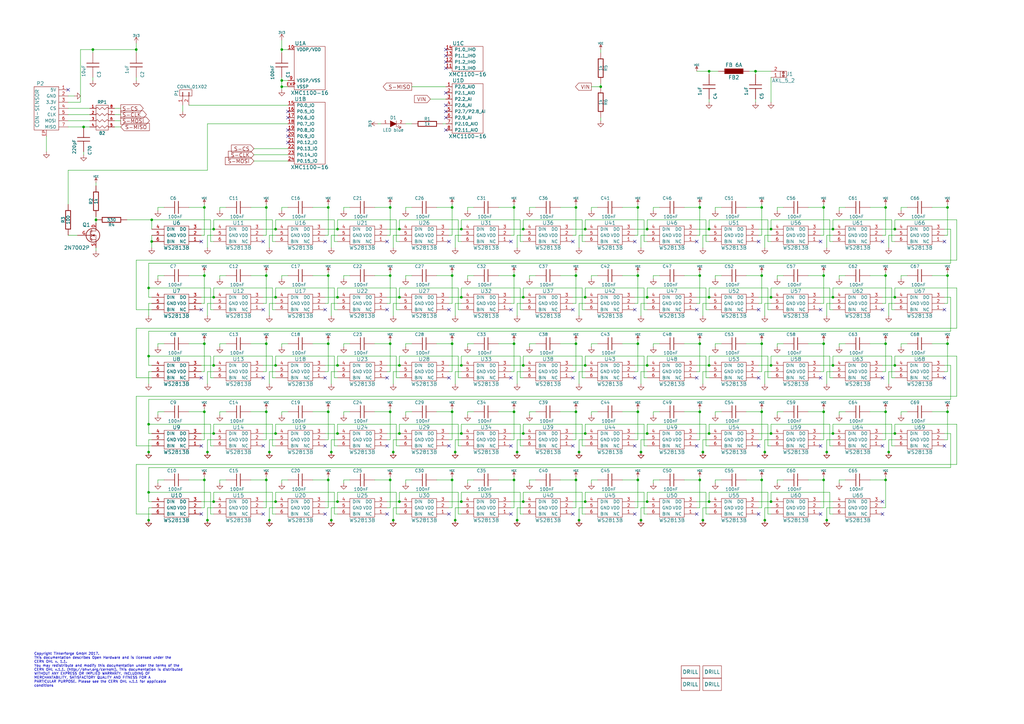
<source format=kicad_sch>
(kicad_sch (version 20230121) (generator eeschema)
  (paper "A3")
  (title_block (title "RGB LED Matrix 2.0 Bricklet") (date "2019-02-04") (rev "1.0") (company "Tinkerforge GmbH") (comment 1 "Licensed under CERN OHL v.1.1") (comment 2 "Copyright (©) 2019, T.Schneidermann <tim@tinkerforge.com>"))
  (junction (at 87.63 205.74))
  (junction (at 189.23 177.8))
  (junction (at 109.22 140.97))
  (junction (at 60.96 201.93))
  (junction (at 236.22 140.97))
  (junction (at 265.43 205.74))
  (junction (at 363.22 196.85))
  (junction (at 210.82 85.09))
  (junction (at 364.49 185.42))
  (junction (at 160.02 168.91))
  (junction (at 240.03 205.74))
  (junction (at 261.62 168.91))
  (junction (at 290.83 205.74))
  (junction (at 39.37 90.17))
  (junction (at 113.03 149.86))
  (junction (at 160.02 85.09))
  (junction (at 388.62 140.97))
  (junction (at 87.63 93.98))
  (junction (at 265.43 93.98))
  (junction (at 160.02 196.85))
  (junction (at 109.22 113.03))
  (junction (at 163.83 93.98))
  (junction (at 287.02 196.85))
  (junction (at 339.09 185.42))
  (junction (at 261.62 85.09))
  (junction (at 83.82 113.03))
  (junction (at 237.49 213.36))
  (junction (at 138.43 205.74))
  (junction (at 163.83 121.92))
  (junction (at 287.02 85.09))
  (junction (at 290.83 149.86))
  (junction (at 288.29 213.36))
  (junction (at 212.09 213.36))
  (junction (at 210.82 140.97))
  (junction (at 109.22 85.09))
  (junction (at 189.23 93.98))
  (junction (at 210.82 196.85))
  (junction (at 138.43 177.8))
  (junction (at 363.22 168.91))
  (junction (at 287.02 113.03))
  (junction (at 312.42 196.85))
  (junction (at 388.62 113.03))
  (junction (at 85.09 213.36))
  (junction (at 367.03 93.98))
  (junction (at 60.96 118.11))
  (junction (at 261.62 140.97))
  (junction (at 161.29 185.42))
  (junction (at 60.96 185.42))
  (junction (at 288.29 185.42))
  (junction (at 316.23 121.92))
  (junction (at 83.82 85.09))
  (junction (at 367.03 149.86))
  (junction (at 115.57 33.02))
  (junction (at 337.82 140.97))
  (junction (at 337.82 196.85))
  (junction (at 337.82 85.09))
  (junction (at 115.57 20.32))
  (junction (at 55.88 20.32))
  (junction (at 316.23 93.98))
  (junction (at 210.82 168.91))
  (junction (at 265.43 149.86))
  (junction (at 135.89 213.36))
  (junction (at 290.83 29.21))
  (junction (at 313.69 185.42))
  (junction (at 185.42 85.09))
  (junction (at 212.09 185.42))
  (junction (at 316.23 177.8))
  (junction (at 367.03 121.92))
  (junction (at 312.42 85.09))
  (junction (at 83.82 196.85))
  (junction (at 236.22 168.91))
  (junction (at 312.42 113.03))
  (junction (at 309.88 29.21))
  (junction (at 189.23 149.86))
  (junction (at 240.03 149.86))
  (junction (at 138.43 149.86))
  (junction (at 83.82 140.97))
  (junction (at 339.09 213.36))
  (junction (at 186.69 213.36))
  (junction (at 290.83 93.98))
  (junction (at 287.02 168.91))
  (junction (at 113.03 121.92))
  (junction (at 341.63 93.98))
  (junction (at 160.02 140.97))
  (junction (at 240.03 93.98))
  (junction (at 163.83 177.8))
  (junction (at 214.63 205.74))
  (junction (at 186.69 185.42))
  (junction (at 185.42 196.85))
  (junction (at 189.23 121.92))
  (junction (at 113.03 177.8))
  (junction (at 363.22 85.09))
  (junction (at 135.89 185.42))
  (junction (at 313.69 213.36))
  (junction (at 265.43 121.92))
  (junction (at 134.62 140.97))
  (junction (at 341.63 149.86))
  (junction (at 214.63 177.8))
  (junction (at 246.38 35.56))
  (junction (at 341.63 121.92))
  (junction (at 38.1 20.32))
  (junction (at 109.22 196.85))
  (junction (at 113.03 205.74))
  (junction (at 138.43 121.92))
  (junction (at 265.43 177.8))
  (junction (at 236.22 196.85))
  (junction (at 115.57 35.56))
  (junction (at 261.62 196.85))
  (junction (at 87.63 149.86))
  (junction (at 34.29 52.07))
  (junction (at 163.83 149.86))
  (junction (at 134.62 85.09))
  (junction (at 134.62 196.85))
  (junction (at 262.89 185.42))
  (junction (at 113.03 93.98))
  (junction (at 363.22 140.97))
  (junction (at 214.63 93.98))
  (junction (at 388.62 168.91))
  (junction (at 62.23 90.17))
  (junction (at 189.23 205.74))
  (junction (at 237.49 185.42))
  (junction (at 337.82 113.03))
  (junction (at 62.23 99.06))
  (junction (at 185.42 140.97))
  (junction (at 290.83 177.8))
  (junction (at 163.83 205.74))
  (junction (at 134.62 168.91))
  (junction (at 60.96 173.99))
  (junction (at 363.22 113.03))
  (junction (at 341.63 177.8))
  (junction (at 240.03 177.8))
  (junction (at 316.23 149.86))
  (junction (at 240.03 121.92))
  (junction (at 262.89 213.36))
  (junction (at 110.49 185.42))
  (junction (at 87.63 177.8))
  (junction (at 60.96 213.36))
  (junction (at 261.62 113.03))
  (junction (at 83.82 168.91))
  (junction (at 337.82 168.91))
  (junction (at 109.22 168.91))
  (junction (at 60.96 146.05))
  (junction (at 236.22 113.03))
  (junction (at 138.43 93.98))
  (junction (at 236.22 85.09))
  (junction (at 312.42 168.91))
  (junction (at 287.02 140.97))
  (junction (at 160.02 113.03))
  (junction (at 367.03 177.8))
  (junction (at 290.83 121.92))
  (junction (at 87.63 121.92))
  (junction (at 134.62 113.03))
  (junction (at 161.29 213.36))
  (junction (at 214.63 149.86))
  (junction (at 388.62 85.09))
  (junction (at 185.42 113.03))
  (junction (at 312.42 140.97))
  (junction (at 210.82 113.03))
  (junction (at 85.09 185.42))
  (junction (at 185.42 168.91))
  (junction (at 110.49 213.36))
  (junction (at 214.63 121.92))
  (junction (at 316.23 205.74))
  (no_connect (at 234.95 127))
  (no_connect (at 133.35 154.94))
  (no_connect (at 82.55 99.06))
  (no_connect (at 133.35 127))
  (no_connect (at 361.95 210.82))
  (no_connect (at 336.55 182.88))
  (no_connect (at 27.94 36.83))
  (no_connect (at 158.75 210.82))
  (no_connect (at 182.88 27.94))
  (no_connect (at 118.11 45.72))
  (no_connect (at 158.75 127))
  (no_connect (at 118.11 55.88))
  (no_connect (at 182.88 48.26))
  (no_connect (at 184.15 210.82))
  (no_connect (at 361.95 99.06))
  (no_connect (at 387.35 127))
  (no_connect (at 158.75 154.94))
  (no_connect (at 285.75 182.88))
  (no_connect (at 182.88 22.86))
  (no_connect (at 336.55 99.06))
  (no_connect (at 311.15 127))
  (no_connect (at 82.55 127))
  (no_connect (at 107.95 127))
  (no_connect (at 209.55 182.88))
  (no_connect (at 336.55 154.94))
  (no_connect (at 285.75 210.82))
  (no_connect (at 361.95 205.74))
  (no_connect (at 118.11 48.26))
  (no_connect (at 336.55 210.82))
  (no_connect (at 118.11 58.42))
  (no_connect (at 311.15 210.82))
  (no_connect (at 133.35 99.06))
  (no_connect (at 107.95 210.82))
  (no_connect (at 260.35 182.88))
  (no_connect (at 260.35 154.94))
  (no_connect (at 209.55 154.94))
  (no_connect (at 184.15 127))
  (no_connect (at 285.75 154.94))
  (no_connect (at 182.88 38.1))
  (no_connect (at 387.35 154.94))
  (no_connect (at 107.95 182.88))
  (no_connect (at 158.75 99.06))
  (no_connect (at 234.95 99.06))
  (no_connect (at 209.55 99.06))
  (no_connect (at 184.15 154.94))
  (no_connect (at 336.55 127))
  (no_connect (at 285.75 127))
  (no_connect (at 209.55 127))
  (no_connect (at 285.75 99.06))
  (no_connect (at 82.55 210.82))
  (no_connect (at 82.55 154.94))
  (no_connect (at 182.88 53.34))
  (no_connect (at 184.15 99.06))
  (no_connect (at 260.35 210.82))
  (no_connect (at 158.75 182.88))
  (no_connect (at 311.15 182.88))
  (no_connect (at 387.35 182.88))
  (no_connect (at 182.88 25.4))
  (no_connect (at 107.95 99.06))
  (no_connect (at 209.55 210.82))
  (no_connect (at 234.95 182.88))
  (no_connect (at 182.88 45.72))
  (no_connect (at 311.15 99.06))
  (no_connect (at 182.88 43.18))
  (no_connect (at 82.55 182.88))
  (no_connect (at 311.15 154.94))
  (no_connect (at 361.95 154.94))
  (no_connect (at 361.95 182.88))
  (no_connect (at 182.88 20.32))
  (no_connect (at 184.15 182.88))
  (no_connect (at 133.35 210.82))
  (no_connect (at 361.95 127))
  (no_connect (at 118.11 53.34))
  (no_connect (at 234.95 154.94))
  (no_connect (at 234.95 210.82))
  (no_connect (at 107.95 154.94))
  (no_connect (at 133.35 182.88))
  (no_connect (at 387.35 99.06))
  (no_connect (at 260.35 99.06))
  (no_connect (at 260.35 127))
  (wire (pts (xy 191.77 86.36) (xy 191.77 85.09)))
  (wire (pts (xy 367.03 173.99) (xy 367.03 177.8)))
  (wire (pts (xy 210.82 111.76) (xy 210.82 113.03)))
  (wire (pts (xy 187.96 173.99) (xy 187.96 182.88)))
  (wire (pts (xy 189.23 173.99) (xy 213.36 173.99)))
  (wire (pts (xy 392.43 173.99) (xy 367.03 173.99)))
  (wire (pts (xy 138.43 208.28) (xy 135.89 208.28)))
  (wire (pts (xy 264.16 173.99) (xy 264.16 182.88)))
  (wire (pts (xy 83.82 195.58) (xy 83.82 196.85)))
  (wire (pts (xy 289.56 201.93) (xy 289.56 210.82)))
  (wire (pts (xy 64.77 196.85) (xy 67.31 196.85)))
  (wire (pts (xy 336.55 205.74) (xy 341.63 205.74)))
  (wire (pts (xy 341.63 152.4) (xy 339.09 152.4)))
  (wire (pts (xy 361.95 177.8) (xy 367.03 177.8)))
  (wire (pts (xy 290.83 173.99) (xy 290.83 177.8)))
  (wire (pts (xy 113.03 152.4) (xy 110.49 152.4)))
  (wire (pts (xy 64.77 113.03) (xy 67.31 113.03)))
  (wire (pts (xy 107.95 177.8) (xy 113.03 177.8)))
  (wire (pts (xy 217.17 86.36) (xy 217.17 85.09)))
  (wire (pts (xy 163.83 180.34) (xy 161.29 180.34)))
  (wire (pts (xy 55.88 33.02) (xy 55.88 31.75)))
  (wire (pts (xy 261.62 139.7) (xy 261.62 140.97)))
  (wire (pts (xy 87.63 118.11) (xy 111.76 118.11)))
  (wire (pts (xy 364.49 180.34) (xy 364.49 185.42)))
  (wire (pts (xy 267.97 113.03) (xy 270.51 113.03)))
  (wire (pts (xy 242.57 140.97) (xy 245.11 140.97)))
  (wire (pts (xy 287.02 167.64) (xy 287.02 168.91)))
  (wire (pts (xy 316.23 146.05) (xy 316.23 149.86)))
  (wire (pts (xy 82.55 93.98) (xy 87.63 93.98)))
  (wire (pts (xy 140.97 198.12) (xy 140.97 196.85)))
  (wire (pts (xy 83.82 140.97) (xy 83.82 152.4)))
  (wire (pts (xy 344.17 142.24) (xy 344.17 140.97)))
  (wire (pts (xy 214.63 180.34) (xy 212.09 180.34)))
  (wire (pts (xy 240.03 152.4) (xy 237.49 152.4)))
  (wire (pts (xy 289.56 182.88) (xy 290.83 182.88)))
  (wire (pts (xy 163.83 208.28) (xy 161.29 208.28)))
  (wire (pts (xy 318.77 170.18) (xy 318.77 168.91)))
  (wire (pts (xy 388.62 85.09) (xy 388.62 96.52)))
  (wire (pts (xy 313.69 152.4) (xy 313.69 157.48)))
  (wire (pts (xy 209.55 149.86) (xy 214.63 149.86)))
  (wire (pts (xy 111.76 201.93) (xy 111.76 210.82)))
  (wire (pts (xy 189.23 180.34) (xy 186.69 180.34)))
  (wire (pts (xy 312.42 83.82) (xy 312.42 85.09)))
  (wire (pts (xy 289.56 127) (xy 290.83 127)))
  (wire (pts (xy 60.96 152.4) (xy 62.23 152.4)))
  (wire (pts (xy 90.17 140.97) (xy 92.71 140.97)))
  (wire (pts (xy 267.97 196.85) (xy 270.51 196.85)))
  (wire (pts (xy 337.82 85.09) (xy 337.82 96.52)))
  (wire (pts (xy 64.77 85.09) (xy 67.31 85.09)))
  (wire (pts (xy 234.95 121.92) (xy 240.03 121.92)))
  (wire (pts (xy 60.96 185.42) (xy 60.96 180.34)))
  (wire (pts (xy 87.63 205.74) (xy 87.63 201.93)))
  (wire (pts (xy 64.77 140.97) (xy 67.31 140.97)))
  (wire (pts (xy 191.77 114.3) (xy 191.77 113.03)))
  (wire (pts (xy 133.35 205.74) (xy 138.43 205.74)))
  (wire (pts (xy 83.82 96.52) (xy 82.55 96.52)))
  (wire (pts (xy 214.63 173.99) (xy 214.63 177.8)))
  (wire (pts (xy 290.83 29.21) (xy 285.75 29.21)))
  (wire (pts (xy 363.22 83.82) (xy 363.22 85.09)))
  (wire (pts (xy 185.42 124.46) (xy 184.15 124.46)))
  (wire (pts (xy 162.56 154.94) (xy 163.83 154.94)))
  (wire (pts (xy 77.47 140.97) (xy 83.82 140.97)))
  (wire (pts (xy 312.42 167.64) (xy 312.42 168.91)))
  (wire (pts (xy 214.63 124.46) (xy 212.09 124.46)))
  (wire (pts (xy 115.57 16.51) (xy 115.57 20.32)))
  (wire (pts (xy 229.87 140.97) (xy 236.22 140.97)))
  (wire (pts (xy 214.63 96.52) (xy 212.09 96.52)))
  (wire (pts (xy 293.37 85.09) (xy 295.91 85.09)))
  (wire (pts (xy 214.63 90.17) (xy 214.63 93.98)))
  (wire (pts (xy 64.77 198.12) (xy 64.77 196.85)))
  (wire (pts (xy 109.22 113.03) (xy 109.22 124.46)))
  (wire (pts (xy 331.47 85.09) (xy 337.82 85.09)))
  (wire (pts (xy 311.15 205.74) (xy 316.23 205.74)))
  (wire (pts (xy 140.97 140.97) (xy 143.51 140.97)))
  (wire (pts (xy 316.23 96.52) (xy 313.69 96.52)))
  (wire (pts (xy 162.56 173.99) (xy 162.56 182.88)))
  (wire (pts (xy 236.22 124.46) (xy 234.95 124.46)))
  (wire (pts (xy 113.03 90.17) (xy 113.03 93.98)))
  (wire (pts (xy 102.87 196.85) (xy 109.22 196.85)))
  (wire (pts (xy 314.96 90.17) (xy 314.96 99.06)))
  (wire (pts (xy 77.47 168.91) (xy 83.82 168.91)))
  (wire (pts (xy 90.17 170.18) (xy 90.17 168.91)))
  (wire (pts (xy 204.47 196.85) (xy 210.82 196.85)))
  (wire (pts (xy 314.96 210.82) (xy 316.23 210.82)))
  (wire (pts (xy 261.62 152.4) (xy 260.35 152.4)))
  (wire (pts (xy 365.76 127) (xy 367.03 127)))
  (wire (pts (xy 185.42 139.7) (xy 185.42 140.97)))
  (wire (pts (xy 392.43 118.11) (xy 367.03 118.11)))
  (wire (pts (xy 229.87 85.09) (xy 236.22 85.09)))
  (wire (pts (xy 260.35 177.8) (xy 265.43 177.8)))
  (wire (pts (xy 238.76 154.94) (xy 240.03 154.94)))
  (wire (pts (xy 238.76 90.17) (xy 238.76 99.06)))
  (wire (pts (xy 356.87 113.03) (xy 363.22 113.03)))
  (wire (pts (xy 60.96 146.05) (xy 60.96 149.86)))
  (wire (pts (xy 363.22 139.7) (xy 363.22 140.97)))
  (wire (pts (xy 267.97 168.91) (xy 270.51 168.91)))
  (wire (pts (xy 344.17 114.3) (xy 344.17 113.03)))
  (wire (pts (xy 306.07 168.91) (xy 312.42 168.91)))
  (wire (pts (xy 118.11 50.8) (xy 85.09 50.8)))
  (wire (pts (xy 382.27 85.09) (xy 388.62 85.09)))
  (wire (pts (xy 369.57 85.09) (xy 372.11 85.09)))
  (wire (pts (xy 314.96 99.06) (xy 316.23 99.06)))
  (wire (pts (xy 186.69 180.34) (xy 186.69 185.42)))
  (wire (pts (xy 163.83 118.11) (xy 163.83 121.92)))
  (wire (pts (xy 111.76 154.94) (xy 113.03 154.94)))
  (wire (pts (xy 189.23 118.11) (xy 189.23 121.92)))
  (wire (pts (xy 109.22 208.28) (xy 107.95 208.28)))
  (wire (pts (xy 86.36 201.93) (xy 86.36 210.82)))
  (wire (pts (xy 181.61 50.8) (xy 182.88 50.8)))
  (wire (pts (xy 261.62 96.52) (xy 260.35 96.52)))
  (wire (pts (xy 340.36 118.11) (xy 340.36 127)))
  (wire (pts (xy 213.36 210.82) (xy 214.63 210.82)))
  (wire (pts (xy 285.75 205.74) (xy 290.83 205.74)))
  (wire (pts (xy 210.82 195.58) (xy 210.82 196.85)))
  (wire (pts (xy 34.29 52.07) (xy 36.83 52.07)))
  (wire (pts (xy 189.23 124.46) (xy 186.69 124.46)))
  (wire (pts (xy 210.82 113.03) (xy 210.82 124.46)))
  (wire (pts (xy 134.62 180.34) (xy 133.35 180.34)))
  (wire (pts (xy 367.03 152.4) (xy 364.49 152.4)))
  (wire (pts (xy 392.43 173.99) (xy 392.43 190.5)))
  (wire (pts (xy 238.76 182.88) (xy 240.03 182.88)))
  (wire (pts (xy 217.17 114.3) (xy 217.17 113.03)))
  (wire (pts (xy 52.07 90.17) (xy 62.23 90.17)))
  (wire (pts (xy 185.42 167.64) (xy 185.42 168.91)))
  (wire (pts (xy 191.77 196.85) (xy 194.31 196.85)))
  (wire (pts (xy 213.36 146.05) (xy 213.36 154.94)))
  (wire (pts (xy 166.37 86.36) (xy 166.37 85.09)))
  (wire (pts (xy 64.77 86.36) (xy 64.77 85.09)))
  (wire (pts (xy 135.89 208.28) (xy 135.89 213.36)))
  (wire (pts (xy 213.36 127) (xy 214.63 127)))
  (wire (pts (xy 134.62 195.58) (xy 134.62 196.85)))
  (wire (pts (xy 236.22 196.85) (xy 236.22 208.28)))
  (wire (pts (xy 90.17 114.3) (xy 90.17 113.03)))
  (wire (pts (xy 27.94 52.07) (xy 34.29 52.07)))
  (wire (pts (xy 289.56 173.99) (xy 289.56 182.88)))
  (wire (pts (xy 115.57 85.09) (xy 118.11 85.09)))
  (wire (pts (xy 210.82 180.34) (xy 209.55 180.34)))
  (wire (pts (xy 90.17 168.91) (xy 92.71 168.91)))
  (wire (pts (xy 113.03 201.93) (xy 113.03 205.74)))
  (wire (pts (xy 55.88 134.62) (xy 55.88 154.94)))
  (wire (pts (xy 267.97 86.36) (xy 267.97 85.09)))
  (wire (pts (xy 290.83 90.17) (xy 290.83 93.98)))
  (wire (pts (xy 312.42 168.91) (xy 312.42 180.34)))
  (wire (pts (xy 237.49 152.4) (xy 237.49 157.48)))
  (wire (pts (xy 237.49 124.46) (xy 237.49 129.54)))
  (wire (pts (xy 85.09 69.85) (xy 85.09 50.8)))
  (wire (pts (xy 336.55 93.98) (xy 341.63 93.98)))
  (wire (pts (xy 341.63 124.46) (xy 339.09 124.46)))
  (wire (pts (xy 187.96 210.82) (xy 189.23 210.82)))
  (wire (pts (xy 163.83 124.46) (xy 161.29 124.46)))
  (wire (pts (xy 64.77 142.24) (xy 64.77 140.97)))
  (wire (pts (xy 210.82 196.85) (xy 210.82 208.28)))
  (wire (pts (xy 339.09 152.4) (xy 339.09 157.48)))
  (wire (pts (xy 267.97 170.18) (xy 267.97 168.91)))
  (wire (pts (xy 166.37 168.91) (xy 168.91 168.91)))
  (wire (pts (xy 60.96 208.28) (xy 62.23 208.28)))
  (wire (pts (xy 344.17 168.91) (xy 346.71 168.91)))
  (wire (pts (xy 246.38 35.56) (xy 246.38 34.29)))
  (wire (pts (xy 264.16 201.93) (xy 264.16 210.82)))
  (wire (pts (xy 161.29 124.46) (xy 161.29 129.54)))
  (wire (pts (xy 60.96 149.86) (xy 62.23 149.86)))
  (wire (pts (xy 60.96 118.11) (xy 60.96 121.92)))
  (wire (pts (xy 369.57 86.36) (xy 369.57 85.09)))
  (wire (pts (xy 290.83 41.91) (xy 290.83 40.64)))
  (wire (pts (xy 238.76 118.11) (xy 238.76 127)))
  (wire (pts (xy 265.43 208.28) (xy 262.89 208.28)))
  (wire (pts (xy 287.02 196.85) (xy 287.02 208.28)))
  (wire (pts (xy 340.36 99.06) (xy 341.63 99.06)))
  (wire (pts (xy 382.27 168.91) (xy 388.62 168.91)))
  (wire (pts (xy 290.83 90.17) (xy 314.96 90.17)))
  (wire (pts (xy 337.82 167.64) (xy 337.82 168.91)))
  (wire (pts (xy 179.07 140.97) (xy 185.42 140.97)))
  (wire (pts (xy 185.42 140.97) (xy 185.42 152.4)))
  (wire (pts (xy 316.23 124.46) (xy 313.69 124.46)))
  (wire (pts (xy 312.42 180.34) (xy 311.15 180.34)))
  (wire (pts (xy 240.03 208.28) (xy 237.49 208.28)))
  (wire (pts (xy 31.75 96.52) (xy 27.94 96.52)))
  (wire (pts (xy 166.37 85.09) (xy 168.91 85.09)))
  (wire (pts (xy 109.22 96.52) (xy 107.95 96.52)))
  (wire (pts (xy 115.57 196.85) (xy 118.11 196.85)))
  (wire (pts (xy 363.22 124.46) (xy 361.95 124.46)))
  (wire (pts (xy 138.43 201.93) (xy 138.43 205.74)))
  (wire (pts (xy 161.29 208.28) (xy 161.29 213.36)))
  (wire (pts (xy 265.43 146.05) (xy 289.56 146.05)))
  (wire (pts (xy 238.76 146.05) (xy 238.76 154.94)))
  (wire (pts (xy 288.29 152.4) (xy 288.29 157.48)))
  (wire (pts (xy 242.57 196.85) (xy 245.11 196.85)))
  (wire (pts (xy 293.37 196.85) (xy 295.91 196.85)))
  (wire (pts (xy 86.36 182.88) (xy 87.63 182.88)))
  (wire (pts (xy 369.57 168.91) (xy 372.11 168.91)))
  (wire (pts (xy 246.38 49.53) (xy 246.38 48.26)))
  (wire (pts (xy 340.36 201.93) (xy 340.36 210.82)))
  (wire (pts (xy 217.17 113.03) (xy 219.71 113.03)))
  (wire (pts (xy 339.09 180.34) (xy 339.09 185.42)))
  (wire (pts (xy 184.15 93.98) (xy 189.23 93.98)))
  (wire (pts (xy 389.89 149.86) (xy 387.35 149.86)))
  (wire (pts (xy 187.96 118.11) (xy 187.96 127)))
  (wire (pts (xy 38.1 20.32) (xy 55.88 20.32)))
  (wire (pts (xy 290.83 30.48) (xy 290.83 29.21)))
  (wire (pts (xy 86.36 99.06) (xy 87.63 99.06)))
  (wire (pts (xy 337.82 96.52) (xy 336.55 96.52)))
  (wire (pts (xy 154.94 50.8) (xy 156.21 50.8)))
  (wire (pts (xy 213.36 182.88) (xy 214.63 182.88)))
  (wire (pts (xy 168.91 35.56) (xy 182.88 35.56)))
  (wire (pts (xy 214.63 146.05) (xy 238.76 146.05)))
  (wire (pts (xy 289.56 154.94) (xy 290.83 154.94)))
  (wire (pts (xy 60.96 121.92) (xy 62.23 121.92)))
  (wire (pts (xy 162.56 127) (xy 163.83 127)))
  (wire (pts (xy 107.95 93.98) (xy 113.03 93.98)))
  (wire (pts (xy 261.62 180.34) (xy 260.35 180.34)))
  (wire (pts (xy 365.76 99.06) (xy 367.03 99.06)))
  (wire (pts (xy 265.43 180.34) (xy 262.89 180.34)))
  (wire (pts (xy 160.02 208.28) (xy 158.75 208.28)))
  (wire (pts (xy 111.76 127) (xy 113.03 127)))
  (wire (pts (xy 210.82 152.4) (xy 209.55 152.4)))
  (wire (pts (xy 113.03 201.93) (xy 137.16 201.93)))
  (wire (pts (xy 341.63 173.99) (xy 341.63 177.8)))
  (wire (pts (xy 365.76 182.88) (xy 367.03 182.88)))
  (wire (pts (xy 389.89 135.89) (xy 60.96 135.89)))
  (wire (pts (xy 290.83 96.52) (xy 288.29 96.52)))
  (wire (pts (xy 83.82 168.91) (xy 83.82 180.34)))
  (wire (pts (xy 86.36 154.94) (xy 87.63 154.94)))
  (wire (pts (xy 306.07 196.85) (xy 312.42 196.85)))
  (wire (pts (xy 60.96 173.99) (xy 60.96 177.8)))
  (wire (pts (xy 337.82 196.85) (xy 337.82 208.28)))
  (wire (pts (xy 288.29 124.46) (xy 288.29 129.54)))
  (wire (pts (xy 261.62 195.58) (xy 261.62 196.85)))
  (wire (pts (xy 289.56 210.82) (xy 290.83 210.82)))
  (wire (pts (xy 160.02 196.85) (xy 160.02 208.28)))
  (wire (pts (xy 261.62 167.64) (xy 261.62 168.91)))
  (wire (pts (xy 288.29 96.52) (xy 288.29 101.6)))
  (wire (pts (xy 184.15 121.92) (xy 189.23 121.92)))
  (wire (pts (xy 60.96 124.46) (xy 62.23 124.46)))
  (wire (pts (xy 135.89 180.34) (xy 135.89 185.42)))
  (wire (pts (xy 242.57 85.09) (xy 245.11 85.09)))
  (wire (pts (xy 365.76 146.05) (xy 365.76 154.94)))
  (wire (pts (xy 388.62 124.46) (xy 387.35 124.46)))
  (wire (pts (xy 236.22 168.91) (xy 236.22 180.34)))
  (wire (pts (xy 255.27 113.03) (xy 261.62 113.03)))
  (wire (pts (xy 367.03 180.34) (xy 364.49 180.34)))
  (wire (pts (xy 39.37 90.17) (xy 39.37 91.44)))
  (wire (pts (xy 240.03 124.46) (xy 237.49 124.46)))
  (wire (pts (xy 217.17 196.85) (xy 219.71 196.85)))
  (wire (pts (xy 392.43 162.56) (xy 55.88 162.56)))
  (wire (pts (xy 280.67 140.97) (xy 287.02 140.97)))
  (wire (pts (xy 137.16 127) (xy 138.43 127)))
  (wire (pts (xy 212.09 180.34) (xy 212.09 185.42)))
  (wire (pts (xy 113.03 118.11) (xy 113.03 121.92)))
  (wire (pts (xy 261.62 124.46) (xy 260.35 124.46)))
  (wire (pts (xy 115.57 113.03) (xy 118.11 113.03)))
  (wire (pts (xy 27.94 41.91) (xy 33.02 41.91)))
  (wire (pts (xy 214.63 118.11) (xy 214.63 121.92)))
  (wire (pts (xy 107.95 149.86) (xy 113.03 149.86)))
  (wire (pts (xy 27.94 46.99) (xy 36.83 46.99)))
  (wire (pts (xy 316.23 29.21) (xy 309.88 29.21)))
  (wire (pts (xy 363.22 180.34) (xy 361.95 180.34)))
  (wire (pts (xy 77.47 85.09) (xy 83.82 85.09)))
  (wire (pts (xy 344.17 113.03) (xy 346.71 113.03)))
  (wire (pts (xy 160.02 113.03) (xy 160.02 124.46)))
  (wire (pts (xy 113.03 146.05) (xy 137.16 146.05)))
  (wire (pts (xy 214.63 152.4) (xy 212.09 152.4)))
  (wire (pts (xy 316.23 118.11) (xy 316.23 121.92)))
  (wire (pts (xy 264.16 182.88) (xy 265.43 182.88)))
  (wire (pts (xy 115.57 168.91) (xy 118.11 168.91)))
  (wire (pts (xy 213.36 90.17) (xy 213.36 99.06)))
  (wire (pts (xy 265.43 90.17) (xy 289.56 90.17)))
  (wire (pts (xy 90.17 86.36) (xy 90.17 85.09)))
  (wire (pts (xy 312.42 196.85) (xy 312.42 208.28)))
  (wire (pts (xy 27.94 69.85) (xy 85.09 69.85)))
  (wire (pts (xy 363.22 196.85) (xy 363.22 208.28)))
  (wire (pts (xy 336.55 121.92) (xy 341.63 121.92)))
  (wire (pts (xy 137.16 173.99) (xy 137.16 182.88)))
  (wire (pts (xy 110.49 96.52) (xy 110.49 101.6)))
  (wire (pts (xy 265.43 96.52) (xy 262.89 96.52)))
  (wire (pts (xy 289.56 146.05) (xy 289.56 154.94)))
  (wire (pts (xy 337.82 83.82) (xy 337.82 85.09)))
  (wire (pts (xy 331.47 168.91) (xy 337.82 168.91)))
  (wire (pts (xy 255.27 168.91) (xy 261.62 168.91)))
  (wire (pts (xy 293.37 86.36) (xy 293.37 85.09)))
  (wire (pts (xy 367.03 124.46) (xy 364.49 124.46)))
  (wire (pts (xy 290.83 180.34) (xy 288.29 180.34)))
  (wire (pts (xy 314.96 182.88) (xy 316.23 182.88)))
  (wire (pts (xy 111.76 118.11) (xy 111.76 127)))
  (wire (pts (xy 204.47 168.91) (xy 210.82 168.91)))
  (wire (pts (xy 204.47 85.09) (xy 210.82 85.09)))
  (wire (pts (xy 185.42 113.03) (xy 185.42 124.46)))
  (wire (pts (xy 290.83 118.11) (xy 314.96 118.11)))
  (wire (pts (xy 363.22 111.76) (xy 363.22 113.03)))
  (wire (pts (xy 262.89 124.46) (xy 262.89 129.54)))
  (wire (pts (xy 83.82 180.34) (xy 82.55 180.34)))
  (wire (pts (xy 242.57 170.18) (xy 242.57 168.91)))
  (wire (pts (xy 86.36 146.05) (xy 86.36 154.94)))
  (wire (pts (xy 293.37 140.97) (xy 295.91 140.97)))
  (wire (pts (xy 389.89 121.92) (xy 389.89 135.89)))
  (wire (pts (xy 311.15 149.86) (xy 316.23 149.86)))
  (wire (pts (xy 109.22 83.82) (xy 109.22 85.09)))
  (wire (pts (xy 115.57 140.97) (xy 118.11 140.97)))
  (wire (pts (xy 337.82 180.34) (xy 336.55 180.34)))
  (wire (pts (xy 340.36 154.94) (xy 341.63 154.94)))
  (wire (pts (xy 290.83 146.05) (xy 314.96 146.05)))
  (wire (pts (xy 365.76 118.11) (xy 365.76 127)))
  (wire (pts (xy 260.35 121.92) (xy 265.43 121.92)))
  (wire (pts (xy 110.49 152.4) (xy 110.49 157.48)))
  (wire (pts (xy 280.67 113.03) (xy 287.02 113.03)))
  (wire (pts (xy 261.62 85.09) (xy 261.62 96.52)))
  (wire (pts (xy 163.83 90.17) (xy 187.96 90.17)))
  (wire (pts (xy 260.35 93.98) (xy 265.43 93.98)))
  (wire (pts (xy 312.42 113.03) (xy 312.42 124.46)))
  (wire (pts (xy 160.02 83.82) (xy 160.02 85.09)))
  (wire (pts (xy 314.96 154.94) (xy 316.23 154.94)))
  (wire (pts (xy 240.03 180.34) (xy 237.49 180.34)))
  (wire (pts (xy 74.93 43.18) (xy 74.93 45.72)))
  (wire (pts (xy 264.16 118.11) (xy 264.16 127)))
  (wire (pts (xy 140.97 168.91) (xy 143.51 168.91)))
  (wire (pts (xy 313.69 180.34) (xy 313.69 185.42)))
  (wire (pts (xy 344.17 85.09) (xy 346.71 85.09)))
  (wire (pts (xy 242.57 86.36) (xy 242.57 85.09)))
  (wire (pts (xy 191.77 85.09) (xy 194.31 85.09)))
  (wire (pts (xy 186.69 208.28) (xy 186.69 213.36)))
  (wire (pts (xy 162.56 118.11) (xy 162.56 127)))
  (wire (pts (xy 339.09 96.52) (xy 339.09 101.6)))
  (wire (pts (xy 367.03 146.05) (xy 367.03 149.86)))
  (wire (pts (xy 312.42 85.09) (xy 312.42 96.52)))
  (wire (pts (xy 60.96 173.99) (xy 86.36 173.99)))
  (wire (pts (xy 389.89 107.95) (xy 60.96 107.95)))
  (wire (pts (xy 316.23 173.99) (xy 316.23 177.8)))
  (wire (pts (xy 262.89 180.34) (xy 262.89 185.42)))
  (wire (pts (xy 213.36 201.93) (xy 213.36 210.82)))
  (wire (pts (xy 369.57 170.18) (xy 369.57 168.91)))
  (wire (pts (xy 110.49 208.28) (xy 110.49 213.36)))
  (wire (pts (xy 55.88 106.68) (xy 55.88 127)))
  (wire (pts (xy 113.03 96.52) (xy 110.49 96.52)))
  (wire (pts (xy 184.15 177.8) (xy 189.23 177.8)))
  (wire (pts (xy 389.89 191.77) (xy 60.96 191.77)))
  (wire (pts (xy 280.67 168.91) (xy 287.02 168.91)))
  (wire (pts (xy 86.36 127) (xy 87.63 127)))
  (wire (pts (xy 60.96 157.48) (xy 60.96 152.4)))
  (wire (pts (xy 87.63 121.92) (xy 87.63 118.11)))
  (wire (pts (xy 55.88 182.88) (xy 62.23 182.88)))
  (wire (pts (xy 60.96 191.77) (xy 60.96 201.93)))
  (wire (pts (xy 293.37 142.24) (xy 293.37 140.97)))
  (wire (pts (xy 356.87 196.85) (xy 363.22 196.85)))
  (wire (pts (xy 265.43 90.17) (xy 265.43 93.98)))
  (wire (pts (xy 382.27 140.97) (xy 388.62 140.97)))
  (wire (pts (xy 213.36 173.99) (xy 213.36 182.88)))
  (wire (pts (xy 185.42 180.34) (xy 184.15 180.34)))
  (wire (pts (xy 82.55 121.92) (xy 87.63 121.92)))
  (wire (pts (xy 387.35 93.98) (xy 389.89 93.98)))
  (wire (pts (xy 82.55 205.74) (xy 87.63 205.74)))
  (wire (pts (xy 128.27 196.85) (xy 134.62 196.85)))
  (wire (pts (xy 388.62 111.76) (xy 388.62 113.03)))
  (wire (pts (xy 236.22 180.34) (xy 234.95 180.34)))
  (wire (pts (xy 64.77 168.91) (xy 67.31 168.91)))
  (wire (pts (xy 107.95 205.74) (xy 113.03 205.74)))
  (wire (pts (xy 187.96 182.88) (xy 189.23 182.88)))
  (wire (pts (xy 364.49 124.46) (xy 364.49 129.54)))
  (wire (pts (xy 287.02 180.34) (xy 285.75 180.34)))
  (wire (pts (xy 135.89 96.52) (xy 135.89 101.6)))
  (wire (pts (xy 314.96 118.11) (xy 314.96 127)))
  (wire (pts (xy 318.77 142.24) (xy 318.77 140.97)))
  (wire (pts (xy 158.75 121.92) (xy 163.83 121.92)))
  (wire (pts (xy 313.69 96.52) (xy 313.69 101.6)))
  (wire (pts (xy 388.62 139.7) (xy 388.62 140.97)))
  (wire (pts (xy 314.96 127) (xy 316.23 127)))
  (wire (pts (xy 189.23 201.93) (xy 189.23 205.74)))
  (wire (pts (xy 83.82 152.4) (xy 82.55 152.4)))
  (wire (pts (xy 255.27 140.97) (xy 261.62 140.97)))
  (wire (pts (xy 217.17 140.97) (xy 219.71 140.97)))
  (wire (pts (xy 185.42 195.58) (xy 185.42 196.85)))
  (wire (pts (xy 240.03 146.05) (xy 264.16 146.05)))
  (wire (pts (xy 38.1 33.02) (xy 38.1 31.75)))
  (wire (pts (xy 265.43 201.93) (xy 289.56 201.93)))
  (wire (pts (xy 55.88 20.32) (xy 55.88 21.59)))
  (wire (pts (xy 161.29 96.52) (xy 161.29 101.6)))
  (wire (pts (xy 160.02 111.76) (xy 160.02 113.03)))
  (wire (pts (xy 337.82 168.91) (xy 337.82 180.34)))
  (wire (pts (xy 214.63 208.28) (xy 212.09 208.28)))
  (wire (pts (xy 341.63 146.05) (xy 341.63 149.86)))
  (wire (pts (xy 290.83 208.28) (xy 288.29 208.28)))
  (wire (pts (xy 363.22 168.91) (xy 363.22 180.34)))
  (wire (pts (xy 337.82 111.76) (xy 337.82 113.03)))
  (wire (pts (xy 312.42 152.4) (xy 311.15 152.4)))
  (wire (pts (xy 262.89 208.28) (xy 262.89 213.36)))
  (wire (pts (xy 242.57 114.3) (xy 242.57 113.03)))
  (wire (pts (xy 186.69 152.4) (xy 186.69 157.48)))
  (wire (pts (xy 49.53 52.07) (xy 46.99 52.07)))
  (wire (pts (xy 128.27 168.91) (xy 134.62 168.91)))
  (wire (pts (xy 280.67 85.09) (xy 287.02 85.09)))
  (wire (pts (xy 86.36 210.82) (xy 87.63 210.82)))
  (wire (pts (xy 184.15 149.86) (xy 189.23 149.86)))
  (wire (pts (xy 316.23 173.99) (xy 340.36 173.99)))
  (wire (pts (xy 60.96 129.54) (xy 60.96 124.46)))
  (wire (pts (xy 83.82 111.76) (xy 83.82 113.03)))
  (wire (pts (xy 27.94 83.82) (xy 27.94 69.85)))
  (wire (pts (xy 109.22 139.7) (xy 109.22 140.97)))
  (wire (pts (xy 265.43 152.4) (xy 262.89 152.4)))
  (wire (pts (xy 90.17 113.03) (xy 92.71 113.03)))
  (wire (pts (xy 83.82 83.82) (xy 83.82 85.09)))
  (wire (pts (xy 341.63 118.11) (xy 341.63 121.92)))
  (wire (pts (xy 60.96 177.8) (xy 62.23 177.8)))
  (wire (pts (xy 55.88 162.56) (xy 55.88 182.88)))
  (wire (pts (xy 363.22 113.03) (xy 363.22 124.46)))
  (wire (pts (xy 217.17 170.18) (xy 217.17 168.91)))
  (wire (pts (xy 160.02 180.34) (xy 158.75 180.34)))
  (wire (pts (xy 217.17 198.12) (xy 217.17 196.85)))
  (wire (pts (xy 314.96 201.93) (xy 314.96 210.82)))
  (wire (pts (xy 213.36 118.11) (xy 213.36 127)))
  (wire (pts (xy 39.37 88.9) (xy 39.37 90.17)))
  (wire (pts (xy 289.56 90.17) (xy 289.56 99.06)))
  (wire (pts (xy 293.37 114.3) (xy 293.37 113.03)))
  (wire (pts (xy 85.09 152.4) (xy 85.09 157.48)))
  (wire (pts (xy 290.83 201.93) (xy 290.83 205.74)))
  (wire (pts (xy 104.14 66.04) (xy 118.11 66.04)))
  (wire (pts (xy 364.49 96.52) (xy 364.49 101.6)))
  (wire (pts (xy 260.35 205.74) (xy 265.43 205.74)))
  (wire (pts (xy 128.27 140.97) (xy 134.62 140.97)))
  (wire (pts (xy 85.09 124.46) (xy 85.09 129.54)))
  (wire (pts (xy 191.77 142.24) (xy 191.77 140.97)))
  (wire (pts (xy 160.02 96.52) (xy 158.75 96.52)))
  (wire (pts (xy 341.63 146.05) (xy 365.76 146.05)))
  (wire (pts (xy 214.63 90.17) (xy 238.76 90.17)))
  (wire (pts (xy 158.75 93.98) (xy 163.83 93.98)))
  (wire (pts (xy 367.03 96.52) (xy 364.49 96.52)))
  (wire (pts (xy 111.76 146.05) (xy 111.76 154.94)))
  (wire (pts (xy 163.83 173.99) (xy 163.83 177.8)))
  (wire (pts (xy 309.88 29.21) (xy 309.88 30.48)))
  (wire (pts (xy 87.63 149.86) (xy 87.63 146.05)))
  (wire (pts (xy 85.09 96.52) (xy 85.09 101.6)))
  (wire (pts (xy 388.62 168.91) (xy 388.62 180.34)))
  (wire (pts (xy 210.82 83.82) (xy 210.82 85.09)))
  (wire (pts (xy 236.22 113.03) (xy 236.22 124.46)))
  (wire (pts (xy 318.77 86.36) (xy 318.77 85.09)))
  (wire (pts (xy 163.83 173.99) (xy 187.96 173.99)))
  (wire (pts (xy 209.55 93.98) (xy 214.63 93.98)))
  (wire (pts (xy 264.16 146.05) (xy 264.16 154.94)))
  (wire (pts (xy 87.63 180.34) (xy 85.09 180.34)))
  (wire (pts (xy 318.77 140.97) (xy 321.31 140.97)))
  (wire (pts (xy 361.95 93.98) (xy 367.03 93.98)))
  (wire (pts (xy 60.96 201.93) (xy 86.36 201.93)))
  (wire (pts (xy 337.82 139.7) (xy 337.82 140.97)))
  (wire (pts (xy 102.87 168.91) (xy 109.22 168.91)))
  (wire (pts (xy 115.57 33.02) (xy 115.57 35.56)))
  (wire (pts (xy 242.57 35.56) (xy 246.38 35.56)))
  (wire (pts (xy 60.96 205.74) (xy 62.23 205.74)))
  (wire (pts (xy 109.22 180.34) (xy 107.95 180.34)))
  (wire (pts (xy 240.03 173.99) (xy 240.03 177.8)))
  (wire (pts (xy 83.82 124.46) (xy 82.55 124.46)))
  (wire (pts (xy 166.37 170.18) (xy 166.37 168.91)))
  (wire (pts (xy 137.16 118.11) (xy 137.16 127)))
  (wire (pts (xy 109.22 168.91) (xy 109.22 180.34)))
  (wire (pts (xy 27.94 39.37) (xy 30.48 39.37)))
  (wire (pts (xy 214.63 146.05) (xy 214.63 149.86)))
  (wire (pts (xy 153.67 85.09) (xy 160.02 85.09)))
  (wire (pts (xy 109.22 167.64) (xy 109.22 168.91)))
  (wire (pts (xy 341.63 180.34) (xy 339.09 180.34)))
  (wire (pts (xy 367.03 93.98) (xy 367.03 90.17)))
  (wire (pts (xy 87.63 96.52) (xy 85.09 96.52)))
  (wire (pts (xy 369.57 142.24) (xy 369.57 140.97)))
  (wire (pts (xy 46.99 44.45) (xy 49.53 44.45)))
  (wire (pts (xy 287.02 195.58) (xy 287.02 196.85)))
  (wire (pts (xy 261.62 208.28) (xy 260.35 208.28)))
  (wire (pts (xy 162.56 201.93) (xy 162.56 210.82)))
  (wire (pts (xy 55.88 190.5) (xy 55.88 210.82)))
  (wire (pts (xy 160.02 124.46) (xy 158.75 124.46)))
  (wire (pts (xy 187.96 90.17) (xy 187.96 99.06)))
  (wire (pts (xy 236.22 152.4) (xy 234.95 152.4)))
  (wire (pts (xy 166.37 142.24) (xy 166.37 140.97)))
  (wire (pts (xy 238.76 127) (xy 240.03 127)))
  (wire (pts (xy 255.27 85.09) (xy 261.62 85.09)))
  (wire (pts (xy 166.37 198.12) (xy 166.37 196.85)))
  (wire (pts (xy 217.17 142.24) (xy 217.17 140.97)))
  (wire (pts (xy 135.89 152.4) (xy 135.89 157.48)))
  (wire (pts (xy 388.62 96.52) (xy 387.35 96.52)))
  (wire (pts (xy 34.29 63.5) (xy 34.29 62.23)))
  (wire (pts (xy 261.62 83.82) (xy 261.62 85.09)))
  (wire (pts (xy 229.87 113.03) (xy 236.22 113.03)))
  (wire (pts (xy 39.37 76.2) (xy 39.37 74.93)))
  (wire (pts (xy 163.83 90.17) (xy 163.83 93.98)))
  (wire (pts (xy 87.63 146.05) (xy 111.76 146.05)))
  (wire (pts (xy 388.62 180.34) (xy 387.35 180.34)))
  (wire (pts (xy 240.03 118.11) (xy 240.03 121.92)))
  (wire (pts (xy 392.43 134.62) (xy 55.88 134.62)))
  (wire (pts (xy 229.87 196.85) (xy 236.22 196.85)))
  (wire (pts (xy 133.35 93.98) (xy 138.43 93.98)))
  (wire (pts (xy 189.23 90.17) (xy 189.23 93.98)))
  (wire (pts (xy 212.09 208.28) (xy 212.09 213.36)))
  (wire (pts (xy 111.76 210.82) (xy 113.03 210.82)))
  (wire (pts (xy 86.36 173.99) (xy 86.36 182.88)))
  (wire (pts (xy 344.17 140.97) (xy 346.71 140.97)))
  (wire (pts (xy 316.23 201.93) (xy 340.36 201.93)))
  (wire (pts (xy 287.02 83.82) (xy 287.02 85.09)))
  (wire (pts (xy 138.43 146.05) (xy 162.56 146.05)))
  (wire (pts (xy 340.36 173.99) (xy 340.36 182.88)))
  (wire (pts (xy 388.62 140.97) (xy 388.62 152.4)))
  (wire (pts (xy 344.17 198.12) (xy 344.17 196.85)))
  (wire (pts (xy 236.22 140.97) (xy 236.22 152.4)))
  (wire (pts (xy 389.89 93.98) (xy 389.89 107.95)))
  (wire (pts (xy 62.23 90.17) (xy 86.36 90.17)))
  (wire (pts (xy 316.23 201.93) (xy 316.23 205.74)))
  (wire (pts (xy 33.02 20.32) (xy 38.1 20.32)))
  (wire (pts (xy 287.02 140.97) (xy 287.02 152.4)))
  (wire (pts (xy 388.62 113.03) (xy 388.62 124.46)))
  (wire (pts (xy 204.47 140.97) (xy 210.82 140.97)))
  (wire (pts (xy 212.09 124.46) (xy 212.09 129.54)))
  (wire (pts (xy 210.82 167.64) (xy 210.82 168.91)))
  (wire (pts (xy 191.77 113.03) (xy 194.31 113.03)))
  (wire (pts (xy 369.57 114.3) (xy 369.57 113.03)))
  (wire (pts (xy 83.82 196.85) (xy 83.82 208.28)))
  (wire (pts (xy 189.23 146.05) (xy 189.23 149.86)))
  (wire (pts (xy 189.23 146.05) (xy 213.36 146.05)))
  (wire (pts (xy 185.42 152.4) (xy 184.15 152.4)))
  (wire (pts (xy 55.88 17.78) (xy 55.88 20.32)))
  (wire (pts (xy 137.16 201.93) (xy 137.16 210.82)))
  (wire (pts (xy 316.23 118.11) (xy 340.36 118.11)))
  (wire (pts (xy 179.07 113.03) (xy 185.42 113.03)))
  (wire (pts (xy 134.62 83.82) (xy 134.62 85.09)))
  (wire (pts (xy 285.75 121.92) (xy 290.83 121.92)))
  (wire (pts (xy 115.57 35.56) (xy 115.57 36.83)))
  (wire (pts (xy 306.07 113.03) (xy 312.42 113.03)))
  (wire (pts (xy 189.23 201.93) (xy 213.36 201.93)))
  (wire (pts (xy 27.94 49.53) (xy 36.83 49.53)))
  (wire (pts (xy 187.96 99.06) (xy 189.23 99.06)))
  (wire (pts (xy 240.03 90.17) (xy 240.03 93.98)))
  (wire (pts (xy 392.43 118.11) (xy 392.43 134.62)))
  (wire (pts (xy 389.89 121.92) (xy 387.35 121.92)))
  (wire (pts (xy 287.02 139.7) (xy 287.02 140.97)))
  (wire (pts (xy 344.17 86.36) (xy 344.17 85.09)))
  (wire (pts (xy 246.38 21.59) (xy 246.38 20.32)))
  (wire (pts (xy 134.62 96.52) (xy 133.35 96.52)))
  (wire (pts (xy 363.22 140.97) (xy 363.22 152.4)))
  (wire (pts (xy 87.63 201.93) (xy 111.76 201.93)))
  (wire (pts (xy 46.99 49.53) (xy 49.53 49.53)))
  (wire (pts (xy 134.62 111.76) (xy 134.62 113.03)))
  (wire (pts (xy 191.77 140.97) (xy 194.31 140.97)))
  (wire (pts (xy 64.77 170.18) (xy 64.77 168.91)))
  (wire (pts (xy 217.17 168.91) (xy 219.71 168.91)))
  (wire (pts (xy 185.42 168.91) (xy 185.42 180.34)))
  (wire (pts (xy 161.29 152.4) (xy 161.29 157.48)))
  (wire (pts (xy 318.77 168.91) (xy 321.31 168.91)))
  (wire (pts (xy 363.22 96.52) (xy 361.95 96.52)))
  (wire (pts (xy 113.03 90.17) (xy 137.16 90.17)))
  (wire (pts (xy 237.49 208.28) (xy 237.49 213.36)))
  (wire (pts (xy 210.82 96.52) (xy 209.55 96.52)))
  (wire (pts (xy 267.97 140.97) (xy 270.51 140.97)))
  (wire (pts (xy 90.17 85.09) (xy 92.71 85.09)))
  (wire (pts (xy 264.16 154.94) (xy 265.43 154.94)))
  (wire (pts (xy 209.55 205.74) (xy 214.63 205.74)))
  (wire (pts (xy 242.57 198.12) (xy 242.57 196.85)))
  (wire (pts (xy 102.87 113.03) (xy 109.22 113.03)))
  (wire (pts (xy 388.62 167.64) (xy 388.62 168.91)))
  (wire (pts (xy 293.37 168.91) (xy 295.91 168.91)))
  (wire (pts (xy 265.43 201.93) (xy 265.43 205.74)))
  (wire (pts (xy 356.87 140.97) (xy 363.22 140.97)))
  (wire (pts (xy 137.16 90.17) (xy 137.16 99.06)))
  (wire (pts (xy 118.11 20.32) (xy 115.57 20.32)))
  (wire (pts (xy 361.95 149.86) (xy 367.03 149.86)))
  (wire (pts (xy 163.83 201.93) (xy 163.83 205.74)))
  (wire (pts (xy 83.82 85.09) (xy 83.82 96.52)))
  (wire (pts (xy 261.62 196.85) (xy 261.62 208.28)))
  (wire (pts (xy 265.43 124.46) (xy 262.89 124.46)))
  (wire (pts (xy 214.63 118.11) (xy 238.76 118.11)))
  (wire (pts (xy 210.82 139.7) (xy 210.82 140.97)))
  (wire (pts (xy 210.82 208.28) (xy 209.55 208.28)))
  (wire (pts (xy 236.22 111.76) (xy 236.22 113.03)))
  (wire (pts (xy 340.36 127) (xy 341.63 127)))
  (wire (pts (xy 86.36 90.17) (xy 86.36 99.06)))
  (wire (pts (xy 392.43 146.05) (xy 392.43 162.56)))
  (wire (pts (xy 236.22 83.82) (xy 236.22 85.09)))
  (wire (pts (xy 392.43 190.5) (xy 55.88 190.5)))
  (wire (pts (xy 204.47 113.03) (xy 210.82 113.03)))
  (wire (pts (xy 137.16 154.94) (xy 138.43 154.94)))
  (wire (pts (xy 217.17 85.09) (xy 219.71 85.09)))
  (wire (pts (xy 134.62 152.4) (xy 133.35 152.4)))
  (wire (pts (xy 265.43 118.11) (xy 289.56 118.11)))
  (wire (pts (xy 55.88 210.82) (xy 62.23 210.82)))
  (wire (pts (xy 331.47 196.85) (xy 337.82 196.85)))
  (wire (pts (xy 77.47 113.03) (xy 83.82 113.03)))
  (wire (pts (xy 87.63 93.98) (xy 87.63 90.17)))
  (wire (pts (xy 363.22 167.64) (xy 363.22 168.91)))
  (wire (pts (xy 280.67 196.85) (xy 287.02 196.85)))
  (wire (pts (xy 236.22 96.52) (xy 234.95 96.52)))
  (wire (pts (xy 60.96 201.93) (xy 60.96 205.74)))
  (wire (pts (xy 104.14 60.96) (xy 118.11 60.96)))
  (wire (pts (xy 160.02 195.58) (xy 160.02 196.85)))
  (wire (pts (xy 312.42 208.28) (xy 311.15 208.28)))
  (wire (pts (xy 115.57 31.75) (xy 115.57 33.02)))
  (wire (pts (xy 237.49 180.34) (xy 237.49 185.42)))
  (wire (pts (xy 109.22 140.97) (xy 109.22 152.4)))
  (wire (pts (xy 316.23 208.28) (xy 313.69 208.28)))
  (wire (pts (xy 318.77 113.03) (xy 321.31 113.03)))
  (wire (pts (xy 153.67 168.91) (xy 160.02 168.91)))
  (wire (pts (xy 392.43 90.17) (xy 392.43 106.68)))
  (wire (pts (xy 209.55 121.92) (xy 214.63 121.92)))
  (wire (pts (xy 185.42 85.09) (xy 185.42 96.52)))
  (wire (pts (xy 240.03 146.05) (xy 240.03 149.86)))
  (wire (pts (xy 229.87 168.91) (xy 236.22 168.91)))
  (wire (pts (xy 318.77 198.12) (xy 318.77 196.85)))
  (wire (pts (xy 133.35 177.8) (xy 138.43 177.8)))
  (wire (pts (xy 158.75 205.74) (xy 163.83 205.74)))
  (wire (pts (xy 134.62 85.09) (xy 134.62 96.52)))
  (wire (pts (xy 356.87 85.09) (xy 363.22 85.09)))
  (wire (pts (xy 138.43 173.99) (xy 162.56 173.99)))
  (wire (pts (xy 160.02 85.09) (xy 160.02 96.52)))
  (wire (pts (xy 83.82 208.28) (xy 82.55 208.28)))
  (wire (pts (xy 210.82 85.09) (xy 210.82 96.52)))
  (wire (pts (xy 134.62 196.85) (xy 134.62 208.28)))
  (wire (pts (xy 240.03 173.99) (xy 264.16 173.99)))
  (wire (pts (xy 288.29 208.28) (xy 288.29 213.36)))
  (wire (pts (xy 337.82 195.58) (xy 337.82 196.85)))
  (wire (pts (xy 369.57 140.97) (xy 372.11 140.97)))
  (wire (pts (xy 137.16 99.06) (xy 138.43 99.06)))
  (wire (pts (xy 111.76 99.06) (xy 113.03 99.06)))
  (wire (pts (xy 214.63 173.99) (xy 238.76 173.99)))
  (wire (pts (xy 83.82 167.64) (xy 83.82 168.91)))
  (wire (pts (xy 336.55 177.8) (xy 341.63 177.8)))
  (wire (pts (xy 138.43 90.17) (xy 138.43 93.98)))
  (wire (pts (xy 309.88 41.91) (xy 309.88 40.64)))
  (wire (pts (xy 234.95 205.74) (xy 240.03 205.74)))
  (wire (pts (xy 388.62 152.4) (xy 387.35 152.4)))
  (wire (pts (xy 363.22 152.4) (xy 361.95 152.4)))
  (wire (pts (xy 102.87 140.97) (xy 109.22 140.97)))
  (wire (pts (xy 128.27 85.09) (xy 134.62 85.09)))
  (wire (pts (xy 316.23 90.17) (xy 316.23 93.98)))
  (wire (pts (xy 242.57 142.24) (xy 242.57 140.97)))
  (wire (pts (xy 339.09 208.28) (xy 339.09 213.36)))
  (wire (pts (xy 113.03 173.99) (xy 137.16 173.99)))
  (wire (pts (xy 339.09 124.46) (xy 339.09 129.54)))
  (wire (pts (xy 133.35 149.86) (xy 138.43 149.86)))
  (wire (pts (xy 138.43 173.99) (xy 138.43 177.8)))
  (wire (pts (xy 55.88 127) (xy 62.23 127)))
  (wire (pts (xy 287.02 111.76) (xy 287.02 113.03)))
  (wire (pts (xy 316.23 41.91) (xy 316.23 31.75)))
  (wire (pts (xy 318.77 85.09) (xy 321.31 85.09)))
  (wire (pts (xy 189.23 96.52) (xy 186.69 96.52)))
  (wire (pts (xy 365.76 154.94) (xy 367.03 154.94)))
  (wire (pts (xy 161.29 180.34) (xy 161.29 185.42)))
  (wire (pts (xy 242.57 113.03) (xy 245.11 113.03)))
  (wire (pts (xy 162.56 210.82) (xy 163.83 210.82)))
  (wire (pts (xy 138.43 90.17) (xy 162.56 90.17)))
  (wire (pts (xy 364.49 152.4) (xy 364.49 157.48)))
  (wire (pts (xy 234.95 93.98) (xy 240.03 93.98)))
  (wire (pts (xy 110.49 180.34) (xy 110.49 185.42)))
  (wire (pts (xy 185.42 83.82) (xy 185.42 85.09)))
  (wire (pts (xy 285.75 93.98) (xy 290.83 93.98)))
  (wire (pts (xy 290.83 118.11) (xy 290.83 121.92)))
  (wire (pts (xy 140.97 86.36) (xy 140.97 85.09)))
  (wire (pts (xy 87.63 152.4) (xy 85.09 152.4)))
  (wire (pts (xy 19.05 55.88) (xy 19.05 62.23)))
  (wire (pts (xy 287.02 113.03) (xy 287.02 124.46)))
  (wire (pts (xy 62.23 101.6) (xy 62.23 99.06)))
  (wire (pts (xy 109.22 124.46) (xy 107.95 124.46)))
  (wire (pts (xy 191.77 170.18) (xy 191.77 168.91)))
  (wire (pts (xy 138.43 201.93) (xy 162.56 201.93)))
  (wire (pts (xy 388.62 83.82) (xy 388.62 85.09)))
  (wire (pts (xy 87.63 208.28) (xy 85.09 208.28)))
  (wire (pts (xy 306.07 140.97) (xy 312.42 140.97)))
  (wire (pts (xy 163.83 118.11) (xy 187.96 118.11)))
  (wire (pts (xy 240.03 201.93) (xy 240.03 205.74)))
  (wire (pts (xy 86.36 118.11) (xy 86.36 127)))
  (wire (pts (xy 316.23 180.34) (xy 313.69 180.34)))
  (wire (pts (xy 163.83 152.4) (xy 161.29 152.4)))
  (wire (pts (xy 363.22 208.28) (xy 361.95 208.28)))
  (wire (pts (xy 138.43 180.34) (xy 135.89 180.34)))
  (wire (pts (xy 389.89 163.83) (xy 60.96 163.83)))
  (wire (pts (xy 111.76 90.17) (xy 111.76 99.06)))
  (wire (pts (xy 341.63 90.17) (xy 341.63 93.98)))
  (wire (pts (xy 140.97 114.3) (xy 140.97 113.03)))
  (wire (pts (xy 166.37 50.8) (xy 168.91 50.8)))
  (wire (pts (xy 213.36 154.94) (xy 214.63 154.94)))
  (wire (pts (xy 27.94 44.45) (xy 36.83 44.45)))
  (wire (pts (xy 153.67 196.85) (xy 160.02 196.85)))
  (wire (pts (xy 111.76 173.99) (xy 111.76 182.88)))
  (wire (pts (xy 234.95 177.8) (xy 240.03 177.8)))
  (wire (pts (xy 90.17 196.85) (xy 92.71 196.85)))
  (wire (pts (xy 140.97 142.24) (xy 140.97 140.97)))
  (wire (pts (xy 361.95 121.92) (xy 367.03 121.92)))
  (wire (pts (xy 137.16 182.88) (xy 138.43 182.88)))
  (wire (pts (xy 337.82 124.46) (xy 336.55 124.46)))
  (wire (pts (xy 115.57 198.12) (xy 115.57 196.85)))
  (wire (pts (xy 162.56 99.06) (xy 163.83 99.06)))
  (wire (pts (xy 109.22 196.85) (xy 109.22 208.28)))
  (wire (pts (xy 264.16 99.06) (xy 265.43 99.06)))
  (wire (pts (xy 331.47 140.97) (xy 337.82 140.97)))
  (wire (pts (xy 214.63 201.93) (xy 238.76 201.93)))
  (wire (pts (xy 160.02 152.4) (xy 158.75 152.4)))
  (wire (pts (xy 341.63 96.52) (xy 339.09 96.52)))
  (wire (pts (xy 113.03 118.11) (xy 137.16 118.11)))
  (wire (pts (xy 140.97 85.09) (xy 143.51 85.09)))
  (wire (pts (xy 238.76 210.82) (xy 240.03 210.82)))
  (wire (pts (xy 212.09 152.4) (xy 212.09 157.48)))
  (wire (pts (xy 290.83 29.21) (xy 294.64 29.21)))
  (wire (pts (xy 138.43 118.11) (xy 138.43 121.92)))
  (wire (pts (xy 367.03 118.11) (xy 367.03 121.92)))
  (wire (pts (xy 113.03 173.99) (xy 113.03 177.8)))
  (wire (pts (xy 287.02 124.46) (xy 285.75 124.46)))
  (wire (pts (xy 60.96 213.36) (xy 60.96 208.28)))
  (wire (pts (xy 240.03 90.17) (xy 264.16 90.17)))
  (wire (pts (xy 212.09 96.52) (xy 212.09 101.6)))
  (wire (pts (xy 261.62 111.76) (xy 261.62 113.03)))
  (wire (pts (xy 140.97 196.85) (xy 143.51 196.85)))
  (wire (pts (xy 83.82 139.7) (xy 83.82 140.97)))
  (wire (pts (xy 389.89 149.86) (xy 389.89 163.83)))
  (wire (pts (xy 134.62 167.64) (xy 134.62 168.91)))
  (wire (pts (xy 318.77 114.3) (xy 318.77 113.03)))
  (wire (pts (xy 138.43 96.52) (xy 135.89 96.52)))
  (wire (pts (xy 337.82 152.4) (xy 336.55 152.4)))
  (wire (pts (xy 85.09 180.34) (xy 85.09 185.42)))
  (wire (pts (xy 113.03 146.05) (xy 113.03 149.86)))
  (wire (pts (xy 237.49 96.52) (xy 237.49 101.6)))
  (wire (pts (xy 133.35 121.92) (xy 138.43 121.92)))
  (wire (pts (xy 187.96 146.05) (xy 187.96 154.94)))
  (wire (pts (xy 287.02 85.09) (xy 287.02 96.52)))
  (wire (pts (xy 111.76 182.88) (xy 113.03 182.88)))
  (wire (pts (xy 267.97 114.3) (xy 267.97 113.03)))
  (wire (pts (xy 311.15 121.92) (xy 316.23 121.92)))
  (wire (pts (xy 185.42 196.85) (xy 185.42 208.28)))
  (wire (pts (xy 238.76 173.99) (xy 238.76 182.88)))
  (wire (pts (xy 313.69 124.46) (xy 313.69 129.54)))
  (wire (pts (xy 261.62 168.91) (xy 261.62 180.34)))
  (wire (pts (xy 87.63 177.8) (xy 87.63 173.99)))
  (wire (pts (xy 290.83 201.93) (xy 314.96 201.93)))
  (wire (pts (xy 337.82 140.97) (xy 337.82 152.4)))
  (wire (pts (xy 113.03 124.46) (xy 110.49 124.46)))
  (wire (pts (xy 337.82 208.28) (xy 336.55 208.28)))
  (wire (pts (xy 90.17 142.24) (xy 90.17 140.97)))
  (wire (pts (xy 365.76 90.17) (xy 365.76 99.06)))
  (wire (pts (xy 290.83 173.99) (xy 314.96 173.99)))
  (wire (pts (xy 39.37 102.87) (xy 39.37 101.6)))
  (wire (pts (xy 311.15 177.8) (xy 316.23 177.8)))
  (wire (pts (xy 242.57 168.91) (xy 245.11 168.91)))
  (wire (pts (xy 38.1 21.59) (xy 38.1 20.32)))
  (wire (pts (xy 261.62 140.97) (xy 261.62 152.4)))
  (wire (pts (xy 184.15 205.74) (xy 189.23 205.74)))
  (wire (pts (xy 262.89 152.4) (xy 262.89 157.48)))
  (wire (pts (xy 236.22 208.28) (xy 234.95 208.28)))
  (wire (pts (xy 113.03 208.28) (xy 110.49 208.28)))
  (wire (pts (xy 90.17 198.12) (xy 90.17 196.85)))
  (wire (pts (xy 187.96 201.93) (xy 187.96 210.82)))
  (wire (pts (xy 234.95 149.86) (xy 240.03 149.86)))
  (wire (pts (xy 83.82 113.03) (xy 83.82 124.46)))
  (wire (pts (xy 160.02 140.97) (xy 160.02 152.4)))
  (wire (pts (xy 134.62 124.46) (xy 133.35 124.46)))
  (wire (pts (xy 158.75 149.86) (xy 163.83 149.86)))
  (wire (pts (xy 189.23 173.99) (xy 189.23 177.8)))
  (wire (pts (xy 341.63 173.99) (xy 365.76 173.99)))
  (wire (pts (xy 138.43 146.05) (xy 138.43 149.86)))
  (wire (pts (xy 166.37 113.03) (xy 168.91 113.03)))
  (wire (pts (xy 340.36 146.05) (xy 340.36 154.94)))
  (wire (pts (xy 163.83 96.52) (xy 161.29 96.52)))
  (wire (pts (xy 191.77 198.12) (xy 191.77 196.85)))
  (wire (pts (xy 265.43 173.99) (xy 289.56 173.99)))
  (wire (pts (xy 290.83 146.05) (xy 290.83 149.86)))
  (wire (pts (xy 255.27 196.85) (xy 261.62 196.85)))
  (wire (pts (xy 158.75 177.8) (xy 163.83 177.8)))
  (wire (pts (xy 163.83 201.93) (xy 187.96 201.93)))
  (wire (pts (xy 285.75 149.86) (xy 290.83 149.86)))
  (wire (pts (xy 163.83 146.05) (xy 163.83 149.86)))
  (wire (pts (xy 135.89 124.46) (xy 135.89 129.54)))
  (wire (pts (xy 115.57 35.56) (xy 118.11 35.56)))
  (wire (pts (xy 162.56 90.17) (xy 162.56 99.06)))
  (wire (pts (xy 240.03 96.52) (xy 237.49 96.52)))
  (wire (pts (xy 236.22 195.58) (xy 236.22 196.85)))
  (wire (pts (xy 134.62 168.91) (xy 134.62 180.34)))
  (wire (pts (xy 340.36 182.88) (xy 341.63 182.88)))
  (wire (pts (xy 209.55 177.8) (xy 214.63 177.8)))
  (wire (pts (xy 336.55 149.86) (xy 341.63 149.86)))
  (wire (pts (xy 287.02 168.91) (xy 287.02 180.34)))
  (wire (pts (xy 313.69 208.28) (xy 313.69 213.36)))
  (wire (pts (xy 109.22 111.76) (xy 109.22 113.03)))
  (wire (pts (xy 392.43 146.05) (xy 367.03 146.05)))
  (wire (pts (xy 312.42 195.58) (xy 312.42 196.85)))
  (wire (pts (xy 264.16 210.82) (xy 265.43 210.82)))
  (wire (pts (xy 189.23 118.11) (xy 213.36 118.11)))
  (wire (pts (xy 134.62 140.97) (xy 134.62 152.4)))
  (wire (pts (xy 356.87 168.91) (xy 363.22 168.91)))
  (wire (pts (xy 314.96 173.99) (xy 314.96 182.88)))
  (wire (pts (xy 107.95 121.92) (xy 113.03 121.92)))
  (wire (pts (xy 118.11 43.18) (xy 77.47 43.18)))
  (wire (pts (xy 341.63 208.28) (xy 339.09 208.28)))
  (wire (pts (xy 87.63 173.99) (xy 111.76 173.99)))
  (wire (pts (xy 186.69 124.46) (xy 186.69 129.54)))
  (wire (pts (xy 64.77 114.3) (xy 64.77 113.03)))
  (wire (pts (xy 60.96 180.34) (xy 62.23 180.34)))
  (wire (pts (xy 85.09 208.28) (xy 85.09 213.36)))
  (wire (pts (xy 185.42 208.28) (xy 184.15 208.28)))
  (wire (pts (xy 160.02 167.64) (xy 160.02 168.91)))
  (wire (pts (xy 82.55 149.86) (xy 87.63 149.86)))
  (wire (pts (xy 134.62 208.28) (xy 133.35 208.28)))
  (wire (pts (xy 60.96 163.83) (xy 60.96 173.99)))
  (wire (pts (xy 344.17 196.85) (xy 346.71 196.85)))
  (wire (pts (xy 238.76 99.06) (xy 240.03 99.06)))
  (wire (pts (xy 314.96 146.05) (xy 314.96 154.94)))
  (wire (pts (xy 60.96 146.05) (xy 86.36 146.05)))
  (wire (pts (xy 236.22 139.7) (xy 236.22 140.97)))
  (wire (pts (xy 312.42 139.7) (xy 312.42 140.97)))
  (wire (pts (xy 290.83 152.4) (xy 288.29 152.4)))
  (wire (pts (xy 265.43 146.05) (xy 265.43 149.86)))
  (wire (pts (xy 316.23 90.17) (xy 340.36 90.17)))
  (wire (pts (xy 166.37 140.97) (xy 168.91 140.97)))
  (wire (pts (xy 240.03 118.11) (xy 264.16 118.11)))
  (wire (pts (xy 189.23 152.4) (xy 186.69 152.4)))
  (wire (pts (xy 186.69 96.52) (xy 186.69 101.6)))
  (wire (pts (xy 287.02 96.52) (xy 285.75 96.52)))
  (wire (pts (xy 387.35 177.8) (xy 389.89 177.8)))
  (wire (pts (xy 318.77 196.85) (xy 321.31 196.85)))
  (wire (pts (xy 176.53 40.64) (xy 182.88 40.64)))
  (wire (pts (xy 187.96 154.94) (xy 189.23 154.94)))
  (wire (pts (xy 238.76 201.93) (xy 238.76 210.82)))
  (wire (pts (xy 261.62 113.03) (xy 261.62 124.46)))
  (wire (pts (xy 113.03 180.34) (xy 110.49 180.34)))
  (wire (pts (xy 138.43 124.46) (xy 135.89 124.46)))
  (wire (pts (xy 363.22 85.09) (xy 363.22 96.52)))
  (wire (pts (xy 337.82 113.03) (xy 337.82 124.46)))
  (wire (pts (xy 262.89 96.52) (xy 262.89 101.6)))
  (wire (pts (xy 285.75 177.8) (xy 290.83 177.8)))
  (wire (pts (xy 341.63 90.17) (xy 365.76 90.17)))
  (wire (pts (xy 166.37 196.85) (xy 168.91 196.85)))
  (wire (pts (xy 134.62 139.7) (xy 134.62 140.97)))
  (wire (pts (xy 102.87 85.09) (xy 109.22 85.09)))
  (wire (pts (xy 214.63 201.93) (xy 214.63 205.74)))
  (wire (pts (xy 340.36 90.17) (xy 340.36 99.06)))
  (wire (pts (xy 340.36 210.82) (xy 341.63 210.82)))
  (wire (pts (xy 267.97 142.24) (xy 267.97 140.97)))
  (wire (pts (xy 187.96 127) (xy 189.23 127)))
  (wire (pts (xy 265.43 118.11) (xy 265.43 121.92)))
  (wire (pts (xy 189.23 208.28) (xy 186.69 208.28)))
  (wire (pts (xy 60.96 107.95) (xy 60.96 118.11)))
  (wire (pts (xy 341.63 118.11) (xy 365.76 118.11)))
  (wire (pts (xy 179.07 85.09) (xy 185.42 85.09)))
  (wire (pts (xy 367.03 90.17) (xy 392.43 90.17)))
  (wire (pts (xy 115.57 86.36) (xy 115.57 85.09)))
  (wire (pts (xy 60.96 135.89) (xy 60.96 146.05)))
  (wire (pts (xy 87.63 124.46) (xy 85.09 124.46)))
  (wire (pts (xy 33.02 41.91) (xy 33.02 20.32)))
  (wire (pts (xy 311.15 93.98) (xy 316.23 93.98)))
  (wire (pts (xy 267.97 198.12) (xy 267.97 196.85)))
  (wire (pts (xy 363.22 195.58) (xy 363.22 196.85)))
  (wire (pts (xy 62.23 96.52) (xy 62.23 99.06)))
  (wire (pts (xy 162.56 182.88) (xy 163.83 182.88)))
  (wire (pts (xy 293.37 113.03) (xy 295.91 113.03)))
  (wire (pts (xy 290.83 124.46) (xy 288.29 124.46)))
  (wire (pts (xy 213.36 99.06) (xy 214.63 99.06)))
  (wire (pts (xy 137.16 210.82) (xy 138.43 210.82)))
  (wire (pts (xy 77.47 196.85) (xy 83.82 196.85)))
  (wire (pts (xy 265.43 173.99) (xy 265.43 177.8)))
  (wire (pts (xy 179.07 196.85) (xy 185.42 196.85)))
  (wire (pts (xy 189.23 90.17) (xy 213.36 90.17)))
  (wire (pts (xy 309.88 29.21) (xy 307.34 29.21)))
  (wire (pts (xy 115.57 170.18) (xy 115.57 168.91)))
  (wire (pts (xy 153.67 113.03) (xy 160.02 113.03)))
  (wire (pts (xy 134.62 113.03) (xy 134.62 124.46)))
  (wire (pts (xy 293.37 170.18) (xy 293.37 168.91)))
  (wire (pts (xy 118.11 63.5) (xy 104.14 63.5)))
  (wire (pts (xy 160.02 168.91) (xy 160.02 180.34)))
  (wire (pts (xy 236.22 167.64) (xy 236.22 168.91)))
  (wire (pts (xy 153.67 140.97) (xy 160.02 140.97)))
  (wire (pts (xy 240.03 201.93) (xy 264.16 201.93)))
  (wire (pts (xy 210.82 140.97) (xy 210.82 152.4)))
  (wire (pts (xy 55.88 154.94) (xy 62.23 154.94)))
  (wire (pts (xy 306.07 85.09) (xy 312.42 85.09)))
  (wire (pts (xy 115.57 142.24) (xy 115.57 140.97)))
  (wire (pts (xy 316.23 152.4) (xy 313.69 152.4)))
  (wire (pts (xy 287.02 152.4) (xy 285.75 152.4)))
  (wire (pts (xy 118.11 33.02) (xy 115.57 33.02)))
  (wire (pts (xy 128.27 113.03) (xy 134.62 113.03)))
  (wire (pts (xy 331.47 113.03) (xy 337.82 113.03)))
  (wire (pts (xy 49.53 46.99) (xy 46.99 46.99)))
  (wire (pts (xy 210.82 168.91) (xy 210.82 180.34)))
  (wire (pts (xy 115.57 20.32) (xy 115.57 21.59)))
  (wire (pts (xy 109.22 85.09) (xy 109.22 96.52)))
  (wire (pts (xy 82.55 177.8) (xy 87.63 177.8)))
  (wire (pts (xy 160.02 139.7) (xy 160.02 140.97)))
  (wire (pts (xy 62.23 93.98) (xy 62.23 90.17)))
  (wire (pts (xy 140.97 113.03) (xy 143.51 113.03)))
  (wire (pts (xy 185.42 111.76) (xy 185.42 113.03)))
  (wire (pts (xy 260.35 149.86) (xy 265.43 149.86)))
  (wire (pts (xy 163.83 146.05) (xy 187.96 146.05)))
  (wire (pts (xy 293.37 198.12) (xy 293.37 196.85)))
  (wire (pts (xy 191.77 168.91) (xy 194.31 168.91)))
  (wire (pts (xy 365.76 173.99) (xy 365.76 182.88)))
  (wire (pts (xy 267.97 85.09) (xy 270.51 85.09)))
  (wire (pts (xy 312.42 96.52) (xy 311.15 96.52)))
  (wire (pts (xy 87.63 90.17) (xy 111.76 90.17)))
  (wire (pts (xy 179.07 168.91) (xy 185.42 168.91)))
  (wire (pts (xy 109.22 152.4) (xy 107.95 152.4)))
  (wire (pts (xy 288.29 180.34) (xy 288.29 185.42)))
  (wire (pts (xy 392.43 106.68) (xy 55.88 106.68)))
  (wire (pts (xy 287.02 208.28) (xy 285.75 208.28)))
  (wire (pts (xy 312.42 111.76) (xy 312.42 113.03)))
  (wire (pts (xy 166.37 114.3) (xy 166.37 113.03)))
  (wire (pts (xy 185.42 96.52) (xy 184.15 96.52)))
  (wire (pts (xy 289.56 118.11) (xy 289.56 127)))
  (wire (pts (xy 210.82 124.46) (xy 209.55 124.46)))
  (wire (pts (xy 109.22 195.58) (xy 109.22 196.85)))
  (wire (pts (xy 236.22 85.09) (xy 236.22 96.52)))
  (wire (pts (xy 312.42 140.97) (xy 312.42 152.4)))
  (wire (pts (xy 382.27 113.03) (xy 388.62 113.03)))
  (wire (pts (xy 316.23 146.05) (xy 340.36 146.05)))
  (wire (pts (xy 110.49 124.46) (xy 110.49 129.54)))
  (wire (pts (xy 137.16 146.05) (xy 137.16 154.94)))
  (wire (pts (xy 289.56 99.06) (xy 290.83 99.06)))
  (wire (pts (xy 344.17 170.18) (xy 344.17 168.91)))
  (wire (pts (xy 264.16 127) (xy 265.43 127)))
  (wire (pts (xy 138.43 152.4) (xy 135.89 152.4)))
  (wire (pts (xy 312.42 124.46) (xy 311.15 124.46)))
  (wire (pts (xy 389.89 177.8) (xy 389.89 191.77)))
  (wire (pts (xy 264.16 90.17) (xy 264.16 99.06)))
  (wire (pts (xy 115.57 114.3) (xy 115.57 113.03)))
  (wire (pts (xy 60.96 118.11) (xy 86.36 118.11)))
  (wire (pts (xy 140.97 170.18) (xy 140.97 168.91)))
  (wire (pts (xy 138.43 118.11) (xy 162.56 118.11)))
  (wire (pts (xy 162.56 146.05) (xy 162.56 154.94)))
  (wire (pts (xy 369.57 113.03) (xy 372.11 113.03)))
  (text "Copyright Tinkerforge GmbH 2017.\nThis documentation describes Open Hardware and is licensed under the\nCERN OHL v. 1.1.\nYou may redistribute and modify this documentation under the terms of the\nCERN OHL v.1.1. (http://ohwr.org/cernohl). This documentation is distributed\nWITHOUT ANY EXPRESS OR IMPLIED WARRANTY, INCLUDING OF\nMERCHANTABILITY, SATISFACTORY QUALITY AND FITNESS FOR A\nPARTICULAR PURPOSE. Please see the CERN OHL v.1.1 for applicable\nconditions\n" (at 13.97 281.94 0) (effects (font (size 1.016 1.016)) (justify left bottom)))
  (global_label "S-CLK" (shape input) (at 104.14 63.5 180) (effects (font (size 1.524 1.524))) (property "Intersheetrefs" "${INTERSHEET_REFS}" (effects hide)))
  (global_label "S-CS" (shape input) (at 104.14 60.96 180) (effects (font (size 1.524 1.524))) (property "Intersheetrefs" "${INTERSHEET_REFS}" (effects hide)))
  (global_label "VIN" (shape output) (at 242.57 35.56 180) (effects (font (size 1.524 1.524))) (property "Intersheetrefs" "${INTERSHEET_REFS}" (effects hide)))
  (global_label "S-MISO" (shape input) (at 49.53 52.07 0) (effects (font (size 1.524 1.524))) (property "Intersheetrefs" "${INTERSHEET_REFS}" (effects hide)))
  (global_label "S-MOSI" (shape input) (at 104.14 66.04 180) (effects (font (size 1.524 1.524))) (property "Intersheetrefs" "${INTERSHEET_REFS}" (effects hide)))
  (global_label "S-MOSI" (shape output) (at 49.53 49.53 0) (effects (font (size 1.524 1.524))) (property "Intersheetrefs" "${INTERSHEET_REFS}" (effects hide)))
  (global_label "VIN" (shape input) (at 176.53 40.64 180) (effects (font (size 1.524 1.524))) (property "Intersheetrefs" "${INTERSHEET_REFS}" (effects hide)))
  (global_label "S-CLK" (shape output) (at 49.53 46.99 0) (effects (font (size 1.524 1.524))) (property "Intersheetrefs" "${INTERSHEET_REFS}" (effects hide)))
  (global_label "S-MISO" (shape output) (at 168.91 35.56 180) (effects (font (size 1.524 1.524))) (property "Intersheetrefs" "${INTERSHEET_REFS}" (effects hide)))
  (global_label "S-CS" (shape output) (at 49.53 44.45 0) (effects (font (size 1.524 1.524))) (property "Intersheetrefs" "${INTERSHEET_REFS}" (effects hide)))
  (symbol (lib_id "rgb-led-matrix-v2-rescue:CON-SENSOR2-tinkerforge") (at 19.05 44.45 0) (mirror y) (unit 1)
    (property "Reference" "P2" (at 16.51 34.29 0) (effects (font (size 1.524 1.524))))
    (property "Value" "CON-SENSOR" (at 15.24 44.45 90) (effects (font (size 1.524 1.524))))
    (property "Footprint" "kicad-libraries:CON-SENSOR2" (effects hide))
  )
  (symbol (lib_id "rgb-led-matrix-v2-rescue:GND-tinkerforge") (at 19.05 62.23 0) (unit 1)
    (property "Reference" "#PWR03" (effects hide))
    (property "Value" "GND" (effects hide))
  )
  (symbol (lib_id "rgb-led-matrix-v2-rescue:GND-tinkerforge") (at 30.48 39.37 90) (unit 1)
    (property "Reference" "#PWR02" (effects hide))
    (property "Value" "GND" (effects hide))
  )
  (symbol (lib_id "rgb-led-matrix-v2-rescue:VCC-tinkerforge") (at 285.75 29.21 0) (mirror y) (unit 1)
    (property "Reference" "#PWR01" (effects hide))
    (property "Value" "VCC" (at 285.75 26.67 0) (effects (font (size 0.762 0.762))))
  )
  (symbol (lib_id "rgb-led-matrix-v2-rescue:DRILL-tinkerforge") (at 292.1 275.59 0) (unit 1)
    (property "Reference" "U3" (effects hide))
    (property "Value" "DRILL" (at 292.1 275.59 0) (effects (font (size 1.524 1.524))))
    (property "Footprint" "kicad-libraries:DRILL_NP" (effects hide))
  )
  (symbol (lib_id "rgb-led-matrix-v2-rescue:DRILL-tinkerforge") (at 292.1 280.67 0) (unit 1)
    (property "Reference" "U5" (effects hide))
    (property "Value" "DRILL" (at 292.1 280.67 0) (effects (font (size 1.524 1.524))))
    (property "Footprint" "kicad-libraries:DRILL_NP" (effects hide))
  )
  (symbol (lib_id "rgb-led-matrix-v2-rescue:DRILL-tinkerforge") (at 283.21 280.67 0) (unit 1)
    (property "Reference" "U4" (effects hide))
    (property "Value" "DRILL" (at 283.21 280.67 0) (effects (font (size 1.524 1.524))))
    (property "Footprint" "kicad-libraries:DRILL_NP" (effects hide))
  )
  (symbol (lib_id "rgb-led-matrix-v2-rescue:DRILL-tinkerforge") (at 283.21 275.59 0) (unit 1)
    (property "Reference" "U2" (effects hide))
    (property "Value" "DRILL" (at 283.21 275.59 0) (effects (font (size 1.524 1.524))))
    (property "Footprint" "kicad-libraries:DRILL_NP" (effects hide))
  )
  (symbol (lib_id "rgb-led-matrix-v2-rescue:C-tinkerforge") (at 55.88 26.67 0) (mirror x) (unit 1)
    (property "Reference" "C2" (at 58.42 29.21 90) (effects (justify left)))
    (property "Value" "1uF" (at 52.07 26.67 90) (effects (justify left)))
    (property "Footprint" "kicad-libraries:C0603F" (effects hide))
  )
  (symbol (lib_id "rgb-led-matrix-v2-rescue:GND-tinkerforge") (at 290.83 41.91 0) (mirror y) (unit 1)
    (property "Reference" "#PWR04" (effects hide))
    (property "Value" "GND" (effects hide))
  )
  (symbol (lib_id "rgb-led-matrix-v2-rescue:3V3-tinkerforge") (at 115.57 16.51 0) (unit 1)
    (property "Reference" "#PWR05" (effects hide))
    (property "Value" "3V3" (at 115.57 13.335 0) (effects (font (size 1.016 1.016))))
  )
  (symbol (lib_id "rgb-led-matrix-v2-rescue:VCC-tinkerforge") (at 83.82 83.82 0) (unit 1)
    (property "Reference" "#PWR06" (effects hide))
    (property "Value" "VCC" (at 83.82 81.28 0) (effects (font (size 0.762 0.762))))
  )
  (symbol (lib_id "rgb-led-matrix-v2-rescue:C-tinkerforge") (at 72.39 85.09 90) (unit 1)
    (property "Reference" "C6" (at 72.39 81.28 90) (effects (justify left)))
    (property "Value" "100nF" (at 74.93 88.9 90) (effects (justify left)))
    (property "Footprint" "kicad-libraries:C0603F" (effects hide))
  )
  (symbol (lib_id "rgb-led-matrix-v2-rescue:GND-tinkerforge") (at 64.77 86.36 0) (unit 1)
    (property "Reference" "#PWR08" (effects hide))
    (property "Value" "GND" (effects hide))
  )
  (symbol (lib_id "rgb-led-matrix-v2-rescue:R-tinkerforge") (at 45.72 90.17 270) (unit 1)
    (property "Reference" "R4" (at 45.72 92.202 90))
    (property "Value" "330" (at 45.72 90.17 90))
    (property "Footprint" "kicad-libraries:R0603F" (effects hide))
  )
  (symbol (lib_id "rgb-led-matrix-v2-rescue:MOSFET_N_CH-tinkerforge") (at 36.83 96.52 0) (unit 1)
    (property "Reference" "Q1" (at 37.084 92.202 0) (effects (font (size 1.524 1.524)) (justify right)))
    (property "Value" "2N7002P" (at 36.83 101.6 0) (effects (font (size 1.524 1.524)) (justify right)))
    (property "Footprint" "kicad-libraries:SOT23GDS" (effects hide))
  )
  (symbol (lib_id "rgb-led-matrix-v2-rescue:GND-tinkerforge") (at 39.37 102.87 0) (unit 1)
    (property "Reference" "#PWR09" (effects hide))
    (property "Value" "GND" (effects hide))
  )
  (symbol (lib_id "rgb-led-matrix-v2-rescue:R-tinkerforge") (at 39.37 82.55 180) (unit 1)
    (property "Reference" "R2" (at 37.338 82.55 90))
    (property "Value" "1k" (at 39.37 82.55 90))
    (property "Footprint" "kicad-libraries:R0603F" (effects hide))
  )
  (symbol (lib_id "rgb-led-matrix-v2-rescue:VCC-tinkerforge") (at 39.37 74.93 0) (unit 1)
    (property "Reference" "#PWR010" (effects hide))
    (property "Value" "VCC" (at 39.37 72.39 0) (effects (font (size 0.762 0.762))))
  )
  (symbol (lib_id "rgb-led-matrix-v2-rescue:GND-tinkerforge") (at 62.23 101.6 0) (unit 1)
    (property "Reference" "#PWR0140" (effects hide))
    (property "Value" "GND" (effects hide))
  )
  (symbol (lib_id "rgb-led-matrix-v2-rescue:AKL_5_2-tinkerforge") (at 321.31 30.48 0) (mirror x) (unit 1)
    (property "Reference" "J1" (at 323.85 30.353 0) (effects (font (size 1.524 1.524))))
    (property "Value" "AKL_5_2" (at 321.31 33.02 0) (effects (font (size 1.524 1.524))))
    (property "Footprint" "kicad-libraries:AKL_5_2" (effects hide))
  )
  (symbol (lib_id "rgb-led-matrix-v2-rescue:GND-tinkerforge") (at 309.88 41.91 0) (mirror y) (unit 1)
    (property "Reference" "#PWR0200" (effects hide))
    (property "Value" "GND" (effects hide))
  )
  (symbol (lib_id "rgb-led-matrix-v2-rescue:GND-tinkerforge") (at 316.23 41.91 0) (mirror y) (unit 1)
    (property "Reference" "#PWR0201" (effects hide))
    (property "Value" "GND" (effects hide))
  )
  (symbol (lib_id "rgb-led-matrix-v2-rescue:R-tinkerforge") (at 27.94 90.17 180) (unit 1)
    (property "Reference" "R3" (at 25.908 90.17 90))
    (property "Value" "100" (at 27.94 90.17 90))
    (property "Footprint" "kicad-libraries:R0603F" (effects hide))
  )
  (symbol (lib_id "rgb-led-matrix-v2-rescue:GND-tinkerforge") (at 34.29 63.5 0) (unit 1)
    (property "Reference" "#PWR0202" (effects hide))
    (property "Value" "GND" (effects hide))
  )
  (symbol (lib_id "rgb-led-matrix-v2-rescue:C-tinkerforge") (at 38.1 26.67 0) (mirror x) (unit 1)
    (property "Reference" "C3" (at 40.64 29.21 90) (effects (justify left)))
    (property "Value" "10uF" (at 34.29 26.67 90) (effects (justify left)))
    (property "Footprint" "kicad-libraries:C0805" (effects hide))
  )
  (symbol (lib_id "rgb-led-matrix-v2-rescue:GND-tinkerforge") (at 38.1 33.02 0) (unit 1)
    (property "Reference" "#PWR0203" (effects hide))
    (property "Value" "GND" (effects hide))
  )
  (symbol (lib_id "rgb-led-matrix-v2-rescue:GND-tinkerforge") (at 55.88 33.02 0) (unit 1)
    (property "Reference" "#PWR0204" (effects hide))
    (property "Value" "GND" (effects hide))
  )
  (symbol (lib_id "rgb-led-matrix-v2-rescue:XMC1XXX24-tinkerforge") (at 127 27.94 0) (unit 1)
    (property "Reference" "U1" (at 123.19 17.78 0) (effects (font (size 1.524 1.524))))
    (property "Value" "XMC1100-16" (at 127 38.1 0) (effects (font (size 1.524 1.524))))
    (property "Footprint" "kicad-libraries:QFN24-4x4mm-0.5mm" (effects hide))
  )
  (symbol (lib_id "rgb-led-matrix-v2-rescue:INDUCT-tinkerforge") (at 300.99 29.21 270) (mirror x) (unit 1)
    (property "Reference" "FB2" (at 300.99 31.75 90) (effects (font (size 1.524 1.524))))
    (property "Value" "FB 6A" (at 300.99 26.67 90) (effects (font (size 1.524 1.524))))
    (property "Footprint" "kicad-libraries:R1206" (effects hide))
  )
  (symbol (lib_id "rgb-led-matrix-v2-rescue:R-tinkerforge") (at 246.38 27.94 0) (unit 1)
    (property "Reference" "R5" (at 248.412 27.94 90))
    (property "Value" "1k" (at 246.38 27.94 90))
    (property "Footprint" "kicad-libraries:R0603F" (effects hide))
  )
  (symbol (lib_id "rgb-led-matrix-v2-rescue:C-tinkerforge") (at 290.83 35.56 0) (mirror x) (unit 1)
    (property "Reference" "C4" (at 293.37 38.1 90) (effects (justify left)))
    (property "Value" "1uF" (at 287.02 35.56 90) (effects (justify left)))
    (property "Footprint" "kicad-libraries:C0603F" (effects hide))
  )
  (symbol (lib_id "rgb-led-matrix-v2-rescue:C-tinkerforge") (at 309.88 35.56 0) (mirror x) (unit 1)
    (property "Reference" "C5" (at 312.42 38.1 90) (effects (justify left)))
    (property "Value" "1uF" (at 306.07 35.56 90) (effects (justify left)))
    (property "Footprint" "kicad-libraries:C0603F" (effects hide))
  )
  (symbol (lib_id "rgb-led-matrix-v2-rescue:R-tinkerforge") (at 246.38 41.91 0) (unit 1)
    (property "Reference" "R6" (at 248.412 41.91 90))
    (property "Value" "1k" (at 246.38 41.91 90))
    (property "Footprint" "kicad-libraries:R0603F" (effects hide))
  )
  (symbol (lib_id "rgb-led-matrix-v2-rescue:GND-tinkerforge") (at 246.38 49.53 0) (unit 1)
    (property "Reference" "#PWR0209" (effects hide))
    (property "Value" "GND" (effects hide))
  )
  (symbol (lib_id "rgb-led-matrix-v2-rescue:VCC-tinkerforge") (at 246.38 20.32 0) (unit 1)
    (property "Reference" "#PWR0210" (effects hide))
    (property "Value" "VCC" (at 246.38 17.78 0) (effects (font (size 0.762 0.762))))
  )
  (symbol (lib_id "rgb-led-matrix-v2-rescue:XMC1XXX24-tinkerforge") (at 127 54.61 0) (unit 2)
    (property "Reference" "U1" (at 123.19 40.64 0) (effects (font (size 1.524 1.524))))
    (property "Value" "XMC1100-16" (at 127 68.58 0) (effects (font (size 1.524 1.524))))
    (property "Footprint" "kicad-libraries:QFN24-4x4mm-0.5mm" (effects hide))
  )
  (symbol (lib_id "rgb-led-matrix-v2-rescue:XMC1XXX24-tinkerforge") (at 191.77 24.13 0) (unit 3)
    (property "Reference" "U1" (at 187.96 17.78 0) (effects (font (size 1.524 1.524))))
    (property "Value" "XMC1100-16" (at 191.77 30.48 0) (effects (font (size 1.524 1.524))))
    (property "Footprint" "kicad-libraries:QFN24-4x4mm-0.5mm" (effects hide))
  )
  (symbol (lib_id "rgb-led-matrix-v2-rescue:XMC1XXX24-tinkerforge") (at 191.77 44.45 0) (unit 4)
    (property "Reference" "U1" (at 187.96 33.02 0) (effects (font (size 1.524 1.524))))
    (property "Value" "XMC1100-16" (at 191.77 55.88 0) (effects (font (size 1.524 1.524))))
    (property "Footprint" "kicad-libraries:QFN24-4x4mm-0.5mm" (effects hide))
  )
  (symbol (lib_id "rgb-led-matrix-v2-rescue:C-tinkerforge") (at 115.57 26.67 0) (mirror x) (unit 1)
    (property "Reference" "C1" (at 118.11 29.21 90) (effects (justify left)))
    (property "Value" "100nF" (at 111.76 26.67 90) (effects (justify left)))
    (property "Footprint" "kicad-libraries:C0603F" (effects hide))
  )
  (symbol (lib_id "rgb-led-matrix-v2-rescue:GND-tinkerforge") (at 115.57 36.83 0) (unit 1)
    (property "Reference" "#PWR0205" (effects hide))
    (property "Value" "GND" (effects hide))
  )
  (symbol (lib_id "rgb-led-matrix-v2-rescue:3V3-tinkerforge") (at 55.88 17.78 0) (unit 1)
    (property "Reference" "#PWR0206" (effects hide))
    (property "Value" "3V3" (at 55.88 14.605 0) (effects (font (size 1.016 1.016))))
  )
  (symbol (lib_id "rgb-led-matrix-v2-rescue:R_PACK4-tinkerforge") (at 41.91 53.34 0) (unit 1)
    (property "Reference" "RP1" (at 41.91 41.91 0))
    (property "Value" "82" (at 41.91 54.61 0))
    (property "Footprint" "kicad-libraries:4X0402" (effects hide))
  )
  (symbol (lib_id "rgb-led-matrix-v2-rescue:CONN_01X02-tinkerforge") (at 76.2 38.1 90) (unit 1)
    (property "Reference" "P1" (at 72.39 38.1 0))
    (property "Value" "CONN_01X02" (at 78.74 35.56 90))
    (property "Footprint" "kicad-libraries:SolderJumper" (effects hide))
  )
  (symbol (lib_id "rgb-led-matrix-v2-rescue:LED-tinkerforge") (at 161.29 50.8 0) (unit 1)
    (property "Reference" "D1" (at 161.29 48.26 0))
    (property "Value" "LED blue" (at 161.29 53.34 0))
    (property "Footprint" "kicad-libraries:D0603F" (effects hide))
  )
  (symbol (lib_id "rgb-led-matrix-v2-rescue:3V3-tinkerforge") (at 154.94 50.8 90) (unit 1)
    (property "Reference" "#PWR0207" (effects hide))
    (property "Value" "3V3" (at 151.765 50.8 0) (effects (font (size 1.016 1.016))))
  )
  (symbol (lib_id "rgb-led-matrix-v2-rescue:R-tinkerforge") (at 175.26 50.8 90) (unit 1)
    (property "Reference" "R1" (at 175.26 48.768 90))
    (property "Value" "1k" (at 175.26 50.8 90))
    (property "Footprint" "kicad-libraries:R0603F" (effects hide))
  )
  (symbol (lib_id "rgb-led-matrix-v2-rescue:GND-tinkerforge") (at 74.93 45.72 0) (unit 1)
    (property "Reference" "#PWR0208" (effects hide))
    (property "Value" "GND" (effects hide))
  )
  (symbol (lib_id "rgb-led-matrix-v2-rescue:C-tinkerforge") (at 34.29 57.15 0) (mirror x) (unit 1)
    (property "Reference" "C70" (at 36.83 59.69 90) (effects (justify left)))
    (property "Value" "220pF" (at 30.48 57.15 90) (effects (justify left)))
    (property "Footprint" "kicad-libraries:C0402F" (effects hide))
  )
  (symbol (lib_id "rgb-led-matrix-v2-rescue:WS2813B-tinkerforge") (at 72.39 96.52 0) (unit 1)
    (property "Reference" "U6" (at 72.39 91.44 0) (effects (font (size 1.524 1.524))))
    (property "Value" "WS2813B" (at 72.39 101.6 0) (effects (font (size 1.524 1.524))))
    (property "Footprint" "kicad-libraries:WS2813B" (effects hide))
  )
  (symbol (lib_id "rgb-led-matrix-v2-rescue:VCC-tinkerforge") (at 109.22 83.82 0) (unit 1)
    (property "Reference" "#PWR036" (effects hide))
    (property "Value" "VCC" (at 109.22 81.28 0) (effects (font (size 0.762 0.762))))
  )
  (symbol (lib_id "rgb-led-matrix-v2-rescue:C-tinkerforge") (at 97.79 85.09 90) (unit 1)
    (property "Reference" "C11" (at 97.79 81.28 90) (effects (justify left)))
    (property "Value" "100nF" (at 100.33 88.9 90) (effects (justify left)))
    (property "Footprint" "kicad-libraries:C0603F" (effects hide))
  )
  (symbol (lib_id "rgb-led-matrix-v2-rescue:GND-tinkerforge") (at 90.17 86.36 0) (unit 1)
    (property "Reference" "#PWR031" (effects hide))
    (property "Value" "GND" (effects hide))
  )
  (symbol (lib_id "rgb-led-matrix-v2-rescue:GND-tinkerforge") (at 85.09 101.6 0) (unit 1)
    (property "Reference" "#PWR024" (effects hide))
    (property "Value" "GND" (effects hide))
  )
  (symbol (lib_id "rgb-led-matrix-v2-rescue:WS2813B-tinkerforge") (at 97.79 96.52 0) (unit 1)
    (property "Reference" "U11" (at 97.79 91.44 0) (effects (font (size 1.524 1.524))))
    (property "Value" "WS2813B" (at 97.79 101.6 0) (effects (font (size 1.524 1.524))))
    (property "Footprint" "kicad-libraries:WS2813B" (effects hide))
  )
  (symbol (lib_id "rgb-led-matrix-v2-rescue:VCC-tinkerforge") (at 134.62 83.82 0) (unit 1)
    (property "Reference" "#PWR053" (effects hide))
    (property "Value" "VCC" (at 134.62 81.28 0) (effects (font (size 0.762 0.762))))
  )
  (symbol (lib_id "rgb-led-matrix-v2-rescue:C-tinkerforge") (at 123.19 85.09 90) (unit 1)
    (property "Reference" "C16" (at 123.19 81.28 90) (effects (justify left)))
    (property "Value" "100nF" (at 125.73 88.9 90) (effects (justify left)))
    (property "Footprint" "kicad-libraries:C0603F" (effects hide))
  )
  (symbol (lib_id "rgb-led-matrix-v2-rescue:GND-tinkerforge") (at 115.57 86.36 0) (unit 1)
    (property "Reference" "#PWR048" (effects hide))
    (property "Value" "GND" (effects hide))
  )
  (symbol (lib_id "rgb-led-matrix-v2-rescue:GND-tinkerforge") (at 110.49 101.6 0) (unit 1)
    (property "Reference" "#PWR041" (effects hide))
    (property "Value" "GND" (effects hide))
  )
  (symbol (lib_id "rgb-led-matrix-v2-rescue:WS2813B-tinkerforge") (at 123.19 96.52 0) (unit 1)
    (property "Reference" "U16" (at 123.19 91.44 0) (effects (font (size 1.524 1.524))))
    (property "Value" "WS2813B" (at 123.19 101.6 0) (effects (font (size 1.524 1.524))))
    (property "Footprint" "kicad-libraries:WS2813B" (effects hide))
  )
  (symbol (lib_id "rgb-led-matrix-v2-rescue:VCC-tinkerforge") (at 160.02 83.82 0) (unit 1)
    (property "Reference" "#PWR070" (effects hide))
    (property "Value" "VCC" (at 160.02 81.28 0) (effects (font (size 0.762 0.762))))
  )
  (symbol (lib_id "rgb-led-matrix-v2-rescue:C-tinkerforge") (at 148.59 85.09 90) (unit 1)
    (property "Reference" "C21" (at 148.59 81.28 90) (effects (justify left)))
    (property "Value" "100nF" (at 151.13 88.9 90) (effects (justify left)))
    (property "Footprint" "kicad-libraries:C0603F" (effects hide))
  )
  (symbol (lib_id "rgb-led-matrix-v2-rescue:GND-tinkerforge") (at 140.97 86.36 0) (unit 1)
    (property "Reference" "#PWR065" (effects hide))
    (property "Value" "GND" (effects hide))
  )
  (symbol (lib_id "rgb-led-matrix-v2-rescue:GND-tinkerforge") (at 135.89 101.6 0) (unit 1)
    (property "Reference" "#PWR058" (effects hide))
    (property "Value" "GND" (effects hide))
  )
  (symbol (lib_id "rgb-led-matrix-v2-rescue:WS2813B-tinkerforge") (at 148.59 96.52 0) (unit 1)
    (property "Reference" "U21" (at 148.59 91.44 0) (effects (font (size 1.524 1.524))))
    (property "Value" "WS2813B" (at 148.59 101.6 0) (effects (font (size 1.524 1.524))))
    (property "Footprint" "kicad-libraries:WS2813B" (effects hide))
  )
  (symbol (lib_id "rgb-led-matrix-v2-rescue:VCC-tinkerforge") (at 185.42 83.82 0) (unit 1)
    (property "Reference" "#PWR087" (effects hide))
    (property "Value" "VCC" (at 185.42 81.28 0) (effects (font (size 0.762 0.762))))
  )
  (symbol (lib_id "rgb-led-matrix-v2-rescue:C-tinkerforge") (at 173.99 85.09 90) (unit 1)
    (property "Reference" "C26" (at 173.99 81.28 90) (effects (justify left)))
    (property "Value" "100nF" (at 176.53 88.9 90) (effects (justify left)))
    (property "Footprint" "kicad-libraries:C0603F" (effects hide))
  )
  (symbol (lib_id "rgb-led-matrix-v2-rescue:GND-tinkerforge") (at 166.37 86.36 0) (unit 1)
    (property "Reference" "#PWR082" (effects hide))
    (property "Value" "GND" (effects hide))
  )
  (symbol (lib_id "rgb-led-matrix-v2-rescue:GND-tinkerforge") (at 161.29 101.6 0) (unit 1)
    (property "Reference" "#PWR075" (effects hide))
    (property "Value" "GND" (effects hide))
  )
  (symbol (lib_id "rgb-led-matrix-v2-rescue:WS2813B-tinkerforge") (at 173.99 96.52 0) (unit 1)
    (property "Reference" "U26" (at 173.99 91.44 0) (effects (font (size 1.524 1.524))))
    (property "Value" "WS2813B" (at 173.99 101.6 0) (effects (font (size 1.524 1.524))))
    (property "Footprint" "kicad-libraries:WS2813B" (effects hide))
  )
  (symbol (lib_id "rgb-led-matrix-v2-rescue:VCC-tinkerforge") (at 210.82 83.82 0) (unit 1)
    (property "Reference" "#PWR0104" (effects hide))
    (property "Value" "VCC" (at 210.82 81.28 0) (effects (font (size 0.762 0.762))))
  )
  (symbol (lib_id "rgb-led-matrix-v2-rescue:C-tinkerforge") (at 199.39 85.09 90) (unit 1)
    (property "Reference" "C31" (at 199.39 81.28 90) (effects (justify left)))
    (property "Value" "100nF" (at 201.93 88.9 90) (effects (justify left)))
    (property "Footprint" "kicad-libraries:C0603F" (effects hide))
  )
  (symbol (lib_id "rgb-led-matrix-v2-rescue:GND-tinkerforge") (at 191.77 86.36 0) (unit 1)
    (property "Reference" "#PWR099" (effects hide))
    (property "Value" "GND" (effects hide))
  )
  (symbol (lib_id "rgb-led-matrix-v2-rescue:GND-tinkerforge") (at 186.69 101.6 0) (unit 1)
    (property "Reference" "#PWR092" (effects hide))
    (property "Value" "GND" (effects hide))
  )
  (symbol (lib_id "rgb-led-matrix-v2-rescue:WS2813B-tinkerforge") (at 199.39 96.52 0) (unit 1)
    (property "Reference" "U31" (at 199.39 91.44 0) (effects (font (size 1.524 1.524))))
    (property "Value" "WS2813B" (at 199.39 101.6 0) (effects (font (size 1.524 1.524))))
    (property "Footprint" "kicad-libraries:WS2813B" (effects hide))
  )
  (symbol (lib_id "rgb-led-matrix-v2-rescue:VCC-tinkerforge") (at 236.22 83.82 0) (unit 1)
    (property "Reference" "#PWR0121" (effects hide))
    (property "Value" "VCC" (at 236.22 81.28 0) (effects (font (size 0.762 0.762))))
  )
  (symbol (lib_id "rgb-led-matrix-v2-rescue:C-tinkerforge") (at 224.79 85.09 90) (unit 1)
    (property "Reference" "C36" (at 224.79 81.28 90) (effects (justify left)))
    (property "Value" "100nF" (at 227.33 88.9 90) (effects (justify left)))
    (property "Footprint" "kicad-libraries:C0603F" (effects hide))
  )
  (symbol (lib_id "rgb-led-matrix-v2-rescue:GND-tinkerforge") (at 217.17 86.36 0) (unit 1)
    (property "Reference" "#PWR0116" (effects hide))
    (property "Value" "GND" (effects hide))
  )
  (symbol (lib_id "rgb-led-matrix-v2-rescue:GND-tinkerforge") (at 212.09 101.6 0) (unit 1)
    (property "Reference" "#PWR0109" (effects hide))
    (property "Value" "GND" (effects hide))
  )
  (symbol (lib_id "rgb-led-matrix-v2-rescue:WS2813B-tinkerforge") (at 224.79 96.52 0) (unit 1)
    (property "Reference" "U36" (at 224.79 91.44 0) (effects (font (size 1.524 1.524))))
    (property "Value" "WS2813B" (at 224.79 101.6 0) (effects (font (size 1.524 1.524))))
    (property "Footprint" "kicad-libraries:WS2813B" (effects hide))
  )
  (symbol (lib_id "rgb-led-matrix-v2-rescue:VCC-tinkerforge") (at 261.62 83.82 0) (unit 1)
    (property "Reference" "#PWR0138" (effects hide))
    (property "Value" "VCC" (at 261.62 81.28 0) (effects (font (size 0.762 0.762))))
  )
  (symbol (lib_id "rgb-led-matrix-v2-rescue:C-tinkerforge") (at 250.19 85.09 90) (unit 1)
    (property "Reference" "C41" (at 250.19 81.28 90) (effects (justify left)))
    (property "Value" "100nF" (at 252.73 88.9 90) (effects (justify left)))
    (property "Footprint" "kicad-libraries:C0603F" (effects hide))
  )
  (symbol (lib_id "rgb-led-matrix-v2-rescue:GND-tinkerforge") (at 242.57 86.36 0) (unit 1)
    (property "Reference" "#PWR0133" (effects hide))
    (property "Value" "GND" (effects hide))
  )
  (symbol (lib_id "rgb-led-matrix-v2-rescue:GND-tinkerforge") (at 237.49 101.6 0) (unit 1)
    (property "Reference" "#PWR0126" (effects hide))
    (property "Value" "GND" (effects hide))
  )
  (symbol (lib_id "rgb-led-matrix-v2-rescue:WS2813B-tinkerforge") (at 250.19 96.52 0) (unit 1)
    (property "Reference" "U41" (at 250.19 91.44 0) (effects (font (size 1.524 1.524))))
    (property "Value" "WS2813B" (at 250.19 101.6 0) (effects (font (size 1.524 1.524))))
    (property "Footprint" "kicad-libraries:WS2813B" (effects hide))
  )
  (symbol (lib_id "rgb-led-matrix-v2-rescue:VCC-tinkerforge") (at 287.02 83.82 0) (unit 1)
    (property "Reference" "#PWR0156" (effects hide))
    (property "Value" "VCC" (at 287.02 81.28 0) (effects (font (size 0.762 0.762))))
  )
  (symbol (lib_id "rgb-led-matrix-v2-rescue:C-tinkerforge") (at 275.59 85.09 90) (unit 1)
    (property "Reference" "C46" (at 275.59 81.28 90) (effects (justify left)))
    (property "Value" "100nF" (at 278.13 88.9 90) (effects (justify left)))
    (property "Footprint" "kicad-libraries:C0603F" (effects hide))
  )
  (symbol (lib_id "rgb-led-matrix-v2-rescue:GND-tinkerforge") (at 267.97 86.36 0) (unit 1)
    (property "Reference" "#PWR0151" (effects hide))
    (property "Value" "GND" (effects hide))
  )
  (symbol (lib_id "rgb-led-matrix-v2-rescue:GND-tinkerforge") (at 262.89 101.6 0) (unit 1)
    (property "Reference" "#PWR0144" (effects hide))
    (property "Value" "GND" (effects hide))
  )
  (symbol (lib_id "rgb-led-matrix-v2-rescue:WS2813B-tinkerforge") (at 275.59 96.52 0) (unit 1)
    (property "Reference" "U46" (at 275.59 91.44 0) (effects (font (size 1.524 1.524))))
    (property "Value" "WS2813B" (at 275.59 101.6 0) (effects (font (size 1.524 1.524))))
    (property "Footprint" "kicad-libraries:WS2813B" (effects hide))
  )
  (symbol (lib_id "rgb-led-matrix-v2-rescue:VCC-tinkerforge") (at 312.42 83.82 0) (unit 1)
    (property "Reference" "#PWR0173" (effects hide))
    (property "Value" "VCC" (at 312.42 81.28 0) (effects (font (size 0.762 0.762))))
  )
  (symbol (lib_id "rgb-led-matrix-v2-rescue:C-tinkerforge") (at 300.99 85.09 90) (unit 1)
    (property "Reference" "C51" (at 300.99 81.28 90) (effects (justify left)))
    (property "Value" "100nF" (at 303.53 88.9 90) (effects (justify left)))
    (property "Footprint" "kicad-libraries:C0603F" (effects hide))
  )
  (symbol (lib_id "rgb-led-matrix-v2-rescue:GND-tinkerforge") (at 293.37 86.36 0) (unit 1)
    (property "Reference" "#PWR0168" (effects hide))
    (property "Value" "GND" (effects hide))
  )
  (symbol (lib_id "rgb-led-matrix-v2-rescue:GND-tinkerforge") (at 288.29 101.6 0) (unit 1)
    (property "Reference" "#PWR0161" (effects hide))
    (property "Value" "GND" (effects hide))
  )
  (symbol (lib_id "rgb-led-matrix-v2-rescue:WS2813B-tinkerforge") (at 300.99 96.52 0) (unit 1)
    (property "Reference" "U51" (at 300.99 91.44 0) (effects (font (size 1.524 1.524))))
    (property "Value" "WS2813B" (at 300.99 101.6 0) (effects (font (size 1.524 1.524))))
    (property "Footprint" "kicad-libraries:WS2813B" (effects hide))
  )
  (symbol (lib_id "rgb-led-matrix-v2-rescue:VCC-tinkerforge") (at 337.82 83.82 0) (unit 1)
    (property "Reference" "#PWR0190" (effects hide))
    (property "Value" "VCC" (at 337.82 81.28 0) (effects (font (size 0.762 0.762))))
  )
  (symbol (lib_id "rgb-led-matrix-v2-rescue:C-tinkerforge") (at 326.39 85.09 90) (unit 1)
    (property "Reference" "C56" (at 326.39 81.28 90) (effects (justify left)))
    (property "Value" "100nF" (at 328.93 88.9 90) (effects (justify left)))
    (property "Footprint" "kicad-libraries:C0603F" (effects hide))
  )
  (symbol (lib_id "rgb-led-matrix-v2-rescue:GND-tinkerforge") (at 318.77 86.36 0) (unit 1)
    (property "Reference" "#PWR0185" (effects hide))
    (property "Value" "GND" (effects hide))
  )
  (symbol (lib_id "rgb-led-matrix-v2-rescue:GND-tinkerforge") (at 313.69 101.6 0) (unit 1)
    (property "Reference" "#PWR0178" (effects hide))
    (property "Value" "GND" (effects hide))
  )
  (symbol (lib_id "rgb-led-matrix-v2-rescue:WS2813B-tinkerforge") (at 326.39 96.52 0) (unit 1)
    (property "Reference" "U56" (at 326.39 91.44 0) (effects (font (size 1.524 1.524))))
    (property "Value" "WS2813B" (at 326.39 101.6 0) (effects (font (size 1.524 1.524))))
    (property "Footprint" "kicad-libraries:WS2813B" (effects hide))
  )
  (symbol (lib_id "rgb-led-matrix-v2-rescue:VCC-tinkerforge") (at 363.22 83.82 0) (unit 1)
    (property "Reference" "#PWR0218" (effects hide))
    (property "Value" "VCC" (at 363.22 81.28 0) (effects (font (size 0.762 0.762))))
  )
  (symbol (lib_id "rgb-led-matrix-v2-rescue:C-tinkerforge") (at 351.79 85.09 90) (unit 1)
    (property "Reference" "C61" (at 351.79 81.28 90) (effects (justify left)))
    (property "Value" "100nF" (at 354.33 88.9 90) (effects (justify left)))
    (property "Footprint" "kicad-libraries:C0603F" (effects hide))
  )
  (symbol (lib_id "rgb-led-matrix-v2-rescue:GND-tinkerforge") (at 344.17 86.36 0) (unit 1)
    (property "Reference" "#PWR0213" (effects hide))
    (property "Value" "GND" (effects hide))
  )
  (symbol (lib_id "rgb-led-matrix-v2-rescue:GND-tinkerforge") (at 339.09 101.6 0) (unit 1)
    (property "Reference" "#PWR0195" (effects hide))
    (property "Value" "GND" (effects hide))
  )
  (symbol (lib_id "rgb-led-matrix-v2-rescue:WS2813B-tinkerforge") (at 351.79 96.52 0) (unit 1)
    (property "Reference" "U61" (at 351.79 91.44 0) (effects (font (size 1.524 1.524))))
    (property "Value" "WS2813B" (at 351.79 101.6 0) (effects (font (size 1.524 1.524))))
    (property "Footprint" "kicad-libraries:WS2813B" (effects hide))
  )
  (symbol (lib_id "rgb-led-matrix-v2-rescue:VCC-tinkerforge") (at 388.62 83.82 0) (unit 1)
    (property "Reference" "#PWR0232" (effects hide))
    (property "Value" "VCC" (at 388.62 81.28 0) (effects (font (size 0.762 0.762))))
  )
  (symbol (lib_id "rgb-led-matrix-v2-rescue:C-tinkerforge") (at 377.19 85.09 90) (unit 1)
    (property "Reference" "C66" (at 377.19 81.28 90) (effects (justify left)))
    (property "Value" "100nF" (at 379.73 88.9 90) (effects (justify left)))
    (property "Footprint" "kicad-libraries:C0603F" (effects hide))
  )
  (symbol (lib_id "rgb-led-matrix-v2-rescue:GND-tinkerforge") (at 369.57 86.36 0) (unit 1)
    (property "Reference" "#PWR0228" (effects hide))
    (property "Value" "GND" (effects hide))
  )
  (symbol (lib_id "rgb-led-matrix-v2-rescue:GND-tinkerforge") (at 364.49 101.6 0) (unit 1)
    (property "Reference" "#PWR0223" (effects hide))
    (property "Value" "GND" (effects hide))
  )
  (symbol (lib_id "rgb-led-matrix-v2-rescue:WS2813B-tinkerforge") (at 377.19 96.52 0) (unit 1)
    (property "Reference" "U66" (at 377.19 91.44 0) (effects (font (size 1.524 1.524))))
    (property "Value" "WS2813B" (at 377.19 101.6 0) (effects (font (size 1.524 1.524))))
    (property "Footprint" "kicad-libraries:WS2813B" (effects hide))
  )
  (symbol (lib_id "rgb-led-matrix-v2-rescue:VCC-tinkerforge") (at 83.82 111.76 0) (unit 1)
    (property "Reference" "#PWR020" (effects hide))
    (property "Value" "VCC" (at 83.82 109.22 0) (effects (font (size 0.762 0.762))))
  )
  (symbol (lib_id "rgb-led-matrix-v2-rescue:C-tinkerforge") (at 72.39 113.03 90) (unit 1)
    (property "Reference" "C7" (at 72.39 109.22 90) (effects (justify left)))
    (property "Value" "100nF" (at 74.93 116.84 90) (effects (justify left)))
    (property "Footprint" "kicad-libraries:C0603F" (effects hide))
  )
  (symbol (lib_id "rgb-led-matrix-v2-rescue:GND-tinkerforge") (at 64.77 114.3 0) (unit 1)
    (property "Reference" "#PWR016" (effects hide))
    (property "Value" "GND" (effects hide))
  )
  (symbol (lib_id "rgb-led-matrix-v2-rescue:GND-tinkerforge") (at 60.96 129.54 0) (unit 1)
    (property "Reference" "#PWR07" (effects hide))
    (property "Value" "GND" (effects hide))
  )
  (symbol (lib_id "rgb-led-matrix-v2-rescue:WS2813B-tinkerforge") (at 72.39 124.46 0) (unit 1)
    (property "Reference" "U7" (at 72.39 119.38 0) (effects (font (size 1.524 1.524))))
    (property "Value" "WS2813B" (at 72.39 129.54 0) (effects (font (size 1.524 1.524))))
    (property "Footprint" "kicad-libraries:WS2813B" (effects hide))
  )
  (symbol (lib_id "rgb-led-matrix-v2-rescue:VCC-tinkerforge") (at 109.22 111.76 0) (unit 1)
    (property "Reference" "#PWR037" (effects hide))
    (property "Value" "VCC" (at 109.22 109.22 0) (effects (font (size 0.762 0.762))))
  )
  (symbol (lib_id "rgb-led-matrix-v2-rescue:C-tinkerforge") (at 97.79 113.03 90) (unit 1)
    (property "Reference" "C12" (at 97.79 109.22 90) (effects (justify left)))
    (property "Value" "100nF" (at 100.33 116.84 90) (effects (justify left)))
    (property "Footprint" "kicad-libraries:C0603F" (effects hide))
  )
  (symbol (lib_id "rgb-led-matrix-v2-rescue:GND-tinkerforge") (at 90.17 114.3 0) (unit 1)
    (property "Reference" "#PWR032" (effects hide))
    (property "Value" "GND" (effects hide))
  )
  (symbol (lib_id "rgb-led-matrix-v2-rescue:GND-tinkerforge") (at 85.09 129.54 0) (unit 1)
    (property "Reference" "#PWR025" (effects hide))
    (property "Value" "GND" (effects hide))
  )
  (symbol (lib_id "rgb-led-matrix-v2-rescue:VCC-tinkerforge") (at 134.62 111.76 0) (unit 1)
    (property "Reference" "#PWR054" (effects hide))
    (property "Value" "VCC" (at 134.62 109.22 0) (effects (font (size 0.762 0.762))))
  )
  (symbol (lib_id "rgb-led-matrix-v2-rescue:C-tinkerforge") (at 123.19 113.03 90) (unit 1)
    (property "Reference" "C17" (at 123.19 109.22 90) (effects (justify left)))
    (property "Value" "100nF" (at 125.73 116.84 90) (effects (justify left)))
    (property "Footprint" "kicad-libraries:C0603F" (effects hide))
  )
  (symbol (lib_id "rgb-led-matrix-v2-rescue:GND-tinkerforge") (at 115.57 114.3 0) (unit 1)
    (property "Reference" "#PWR049" (effects hide))
    (property "Value" "GND" (effects hide))
  )
  (symbol (lib_id "rgb-led-matrix-v2-rescue:GND-tinkerforge") (at 110.49 129.54 0) (unit 1)
    (property "Reference" "#PWR042" (effects hide))
    (property "Value" "GND" (effects hide))
  )
  (symbol (lib_id "rgb-led-matrix-v2-rescue:WS2813B-tinkerforge") (at 123.19 124.46 0) (unit 1)
    (property "Reference" "U17" (at 123.19 119.38 0) (effects (font (size 1.524 1.524))))
    (property "Value" "WS2813B" (at 123.19 129.54 0) (effects (font (size 1.524 1.524))))
    (property "Footprint" "kicad-libraries:WS2813B" (effects hide))
  )
  (symbol (lib_id "rgb-led-matrix-v2-rescue:WS2813B-tinkerforge") (at 97.79 124.46 0) (unit 1)
    (property "Reference" "U12" (at 97.79 119.38 0) (effects (font (size 1.524 1.524))))
    (property "Value" "WS2813B" (at 97.79 129.54 0) (effects (font (size 1.524 1.524))))
    (property "Footprint" "kicad-libraries:WS2813B" (effects hide))
  )
  (symbol (lib_id "rgb-led-matrix-v2-rescue:VCC-tinkerforge") (at 160.02 111.76 0) (unit 1)
    (property "Reference" "#PWR071" (effects hide))
    (property "Value" "VCC" (at 160.02 109.22 0) (effects (font (size 0.762 0.762))))
  )
  (symbol (lib_id "rgb-led-matrix-v2-rescue:C-tinkerforge") (at 148.59 113.03 90) (unit 1)
    (property "Reference" "C22" (at 148.59 109.22 90) (effects (justify left)))
    (property "Value" "100nF" (at 151.13 116.84 90) (effects (justify left)))
    (property "Footprint" "kicad-libraries:C0603F" (effects hide))
  )
  (symbol (lib_id "rgb-led-matrix-v2-rescue:GND-tinkerforge") (at 140.97 114.3 0) (unit 1)
    (property "Reference" "#PWR066" (effects hide))
    (property "Value" "GND" (effects hide))
  )
  (symbol (lib_id "rgb-led-matrix-v2-rescue:GND-tinkerforge") (at 135.89 129.54 0) (unit 1)
    (property "Reference" "#PWR059" (effects hide))
    (property "Value" "GND" (effects hide))
  )
  (symbol (lib_id "rgb-led-matrix-v2-rescue:WS2813B-tinkerforge") (at 148.59 124.46 0) (unit 1)
    (property "Reference" "U22" (at 148.59 119.38 0) (effects (font (size 1.524 1.524))))
    (property "Value" "WS2813B" (at 148.59 129.54 0) (effects (font (size 1.524 1.524))))
    (property "Footprint" "kicad-libraries:WS2813B" (effects hide))
  )
  (symbol (lib_id "rgb-led-matrix-v2-rescue:VCC-tinkerforge") (at 185.42 111.76 0) (unit 1)
    (property "Reference" "#PWR088" (effects hide))
    (property "Value" "VCC" (at 185.42 109.22 0) (effects (font (size 0.762 0.762))))
  )
  (symbol (lib_id "rgb-led-matrix-v2-rescue:C-tinkerforge") (at 173.99 113.03 90) (unit 1)
    (property "Reference" "C27" (at 173.99 109.22 90) (effects (justify left)))
    (property "Value" "100nF" (at 176.53 116.84 90) (effects (justify left)))
    (property "Footprint" "kicad-libraries:C0603F" (effects hide))
  )
  (symbol (lib_id "rgb-led-matrix-v2-rescue:GND-tinkerforge") (at 166.37 114.3 0) (unit 1)
    (property "Reference" "#PWR083" (effects hide))
    (property "Value" "GND" (effects hide))
  )
  (symbol (lib_id "rgb-led-matrix-v2-rescue:GND-tinkerforge") (at 161.29 129.54 0) (unit 1)
    (property "Reference" "#PWR076" (effects hide))
    (property "Value" "GND" (effects hide))
  )
  (symbol (lib_id "rgb-led-matrix-v2-rescue:WS2813B-tinkerforge") (at 173.99 124.46 0) (unit 1)
    (property "Reference" "U27" (at 173.99 119.38 0) (effects (font (size 1.524 1.524))))
    (property "Value" "WS2813B" (at 173.99 129.54 0) (effects (font (size 1.524 1.524))))
    (property "Footprint" "kicad-libraries:WS2813B" (effects hide))
  )
  (symbol (lib_id "rgb-led-matrix-v2-rescue:VCC-tinkerforge") (at 210.82 111.76 0) (unit 1)
    (property "Reference" "#PWR0105" (effects hide))
    (property "Value" "VCC" (at 210.82 109.22 0) (effects (font (size 0.762 0.762))))
  )
  (symbol (lib_id "rgb-led-matrix-v2-rescue:C-tinkerforge") (at 199.39 113.03 90) (unit 1)
    (property "Reference" "C32" (at 199.39 109.22 90) (effects (justify left)))
    (property "Value" "100nF" (at 201.93 116.84 90) (effects (justify left)))
    (property "Footprint" "kicad-libraries:C0603F" (effects hide))
  )
  (symbol (lib_id "rgb-led-matrix-v2-rescue:GND-tinkerforge") (at 191.77 114.3 0) (unit 1)
    (property "Reference" "#PWR0100" (effects hide))
    (property "Value" "GND" (effects hide))
  )
  (symbol (lib_id "rgb-led-matrix-v2-rescue:GND-tinkerforge") (at 186.69 129.54 0) (unit 1)
    (property "Reference" "#PWR093" (effects hide))
    (property "Value" "GND" (effects hide))
  )
  (symbol (lib_id "rgb-led-matrix-v2-rescue:WS2813B-tinkerforge") (at 199.39 124.46 0) (unit 1)
    (property "Reference" "U32" (at 199.39 119.38 0) (effects (font (size 1.524 1.524))))
    (property "Value" "WS2813B" (at 199.39 129.54 0) (effects (font (size 1.524 1.524))))
    (property "Footprint" "kicad-libraries:WS2813B" (effects hide))
  )
  (symbol (lib_id "rgb-led-matrix-v2-rescue:VCC-tinkerforge") (at 236.22 111.76 0) (unit 1)
    (property "Reference" "#PWR0122" (effects hide))
    (property "Value" "VCC" (at 236.22 109.22 0) (effects (font (size 0.762 0.762))))
  )
  (symbol (lib_id "rgb-led-matrix-v2-rescue:C-tinkerforge") (at 224.79 113.03 90) (unit 1)
    (property "Reference" "C37" (at 224.79 109.22 90) (effects (justify left)))
    (property "Value" "100nF" (at 227.33 116.84 90) (effects (justify left)))
    (property "Footprint" "kicad-libraries:C0603F" (effects hide))
  )
  (symbol (lib_id "rgb-led-matrix-v2-rescue:GND-tinkerforge") (at 217.17 114.3 0) (unit 1)
    (property "Reference" "#PWR0117" (effects hide))
    (property "Value" "GND" (effects hide))
  )
  (symbol (lib_id "rgb-led-matrix-v2-rescue:GND-tinkerforge") (at 212.09 129.54 0) (unit 1)
    (property "Reference" "#PWR0110" (effects hide))
    (property "Value" "GND" (effects hide))
  )
  (symbol (lib_id "rgb-led-matrix-v2-rescue:WS2813B-tinkerforge") (at 224.79 124.46 0) (unit 1)
    (property "Reference" "U37" (at 224.79 119.38 0) (effects (font (size 1.524 1.524))))
    (property "Value" "WS2813B" (at 224.79 129.54 0) (effects (font (size 1.524 1.524))))
    (property "Footprint" "kicad-libraries:WS2813B" (effects hide))
  )
  (symbol (lib_id "rgb-led-matrix-v2-rescue:VCC-tinkerforge") (at 261.62 111.76 0) (unit 1)
    (property "Reference" "#PWR0139" (effects hide))
    (property "Value" "VCC" (at 261.62 109.22 0) (effects (font (size 0.762 0.762))))
  )
  (symbol (lib_id "rgb-led-matrix-v2-rescue:C-tinkerforge") (at 250.19 113.03 90) (unit 1)
    (property "Reference" "C42" (at 250.19 109.22 90) (effects (justify left)))
    (property "Value" "100nF" (at 252.73 116.84 90) (effects (justify left)))
    (property "Footprint" "kicad-libraries:C0603F" (effects hide))
  )
  (symbol (lib_id "rgb-led-matrix-v2-rescue:GND-tinkerforge") (at 242.57 114.3 0) (unit 1)
    (property "Reference" "#PWR0134" (effects hide))
    (property "Value" "GND" (effects hide))
  )
  (symbol (lib_id "rgb-led-matrix-v2-rescue:GND-tinkerforge") (at 237.49 129.54 0) (unit 1)
    (property "Reference" "#PWR0127" (effects hide))
    (property "Value" "GND" (effects hide))
  )
  (symbol (lib_id "rgb-led-matrix-v2-rescue:WS2813B-tinkerforge") (at 250.19 124.46 0) (unit 1)
    (property "Reference" "U42" (at 250.19 119.38 0) (effects (font (size 1.524 1.524))))
    (property "Value" "WS2813B" (at 250.19 129.54 0) (effects (font (size 1.524 1.524))))
    (property "Footprint" "kicad-libraries:WS2813B" (effects hide))
  )
  (symbol (lib_id "rgb-led-matrix-v2-rescue:VCC-tinkerforge") (at 287.02 111.76 0) (unit 1)
    (property "Reference" "#PWR0157" (effects hide))
    (property "Value" "VCC" (at 287.02 109.22 0) (effects (font (size 0.762 0.762))))
  )
  (symbol (lib_id "rgb-led-matrix-v2-rescue:C-tinkerforge") (at 275.59 113.03 90) (unit 1)
    (property "Reference" "C47" (at 275.59 109.22 90) (effects (justify left)))
    (property "Value" "100nF" (at 278.13 116.84 90) (effects (justify left)))
    (property "Footprint" "kicad-libraries:C0603F" (effects hide))
  )
  (symbol (lib_id "rgb-led-matrix-v2-rescue:GND-tinkerforge") (at 267.97 114.3 0) (unit 1)
    (property "Reference" "#PWR0152" (effects hide))
    (property "Value" "GND" (effects hide))
  )
  (symbol (lib_id "rgb-led-matrix-v2-rescue:GND-tinkerforge") (at 262.89 129.54 0) (unit 1)
    (property "Reference" "#PWR0145" (effects hide))
    (property "Value" "GND" (effects hide))
  )
  (symbol (lib_id "rgb-led-matrix-v2-rescue:WS2813B-tinkerforge") (at 275.59 124.46 0) (unit 1)
    (property "Reference" "U47" (at 275.59 119.38 0) (effects (font (size 1.524 1.524))))
    (property "Value" "WS2813B" (at 275.59 129.54 0) (effects (font (size 1.524 1.524))))
    (property "Footprint" "kicad-libraries:WS2813B" (effects hide))
  )
  (symbol (lib_id "rgb-led-matrix-v2-rescue:VCC-tinkerforge") (at 312.42 111.76 0) (unit 1)
    (property "Reference" "#PWR0174" (effects hide))
    (property "Value" "VCC" (at 312.42 109.22 0) (effects (font (size 0.762 0.762))))
  )
  (symbol (lib_id "rgb-led-matrix-v2-rescue:C-tinkerforge") (at 300.99 113.03 90) (unit 1)
    (property "Reference" "C52" (at 300.99 109.22 90) (effects (justify left)))
    (property "Value" "100nF" (at 303.53 116.84 90) (effects (justify left)))
    (property "Footprint" "kicad-libraries:C0603F" (effects hide))
  )
  (symbol (lib_id "rgb-led-matrix-v2-rescue:GND-tinkerforge") (at 293.37 114.3 0) (unit 1)
    (property "Reference" "#PWR0169" (effects hide))
    (property "Value" "GND" (effects hide))
  )
  (symbol (lib_id "rgb-led-matrix-v2-rescue:GND-tinkerforge") (at 288.29 129.54 0) (unit 1)
    (property "Reference" "#PWR0162" (effects hide))
    (property "Value" "GND" (effects hide))
  )
  (symbol (lib_id "rgb-led-matrix-v2-rescue:WS2813B-tinkerforge") (at 300.99 124.46 0) (unit 1)
    (property "Reference" "U52" (at 300.99 119.38 0) (effects (font (size 1.524 1.524))))
    (property "Value" "WS2813B" (at 300.99 129.54 0) (effects (font (size 1.524 1.524))))
    (property "Footprint" "kicad-libraries:WS2813B" (effects hide))
  )
  (symbol (lib_id "rgb-led-matrix-v2-rescue:VCC-tinkerforge") (at 337.82 111.76 0) (unit 1)
    (property "Reference" "#PWR0191" (effects hide))
    (property "Value" "VCC" (at 337.82 109.22 0) (effects (font (size 0.762 0.762))))
  )
  (symbol (lib_id "rgb-led-matrix-v2-rescue:C-tinkerforge") (at 326.39 113.03 90) (unit 1)
    (property "Reference" "C57" (at 326.39 109.22 90) (effects (justify left)))
    (property "Value" "100nF" (at 328.93 116.84 90) (effects (justify left)))
    (property "Footprint" "kicad-libraries:C0603F" (effects hide))
  )
  (symbol (lib_id "rgb-led-matrix-v2-rescue:GND-tinkerforge") (at 318.77 114.3 0) (unit 1)
    (property "Reference" "#PWR0186" (effects hide))
    (property "Value" "GND" (effects hide))
  )
  (symbol (lib_id "rgb-led-matrix-v2-rescue:GND-tinkerforge") (at 313.69 129.54 0) (unit 1)
    (property "Reference" "#PWR0179" (effects hide))
    (property "Value" "GND" (effects hide))
  )
  (symbol (lib_id "rgb-led-matrix-v2-rescue:WS2813B-tinkerforge") (at 326.39 124.46 0) (unit 1)
    (property "Reference" "U57" (at 326.39 119.38 0) (effects (font (size 1.524 1.524))))
    (property "Value" "WS2813B" (at 326.39 129.54 0) (effects (font (size 1.524 1.524))))
    (property "Footprint" "kicad-libraries:WS2813B" (effects hide))
  )
  (symbol (lib_id "rgb-led-matrix-v2-rescue:VCC-tinkerforge") (at 363.22 111.76 0) (unit 1)
    (property "Reference" "#PWR0219" (effects hide))
    (property "Value" "VCC" (at 363.22 109.22 0) (effects (font (size 0.762 0.762))))
  )
  (symbol (lib_id "rgb-led-matrix-v2-rescue:C-tinkerforge") (at 351.79 113.03 90) (unit 1)
    (property "Reference" "C62" (at 351.79 109.22 90) (effects (justify left)))
    (property "Value" "100nF" (at 354.33 116.84 90) (effects (justify left)))
    (property "Footprint" "kicad-libraries:C0603F" (effects hide))
  )
  (symbol (lib_id "rgb-led-matrix-v2-rescue:GND-tinkerforge") (at 344.17 114.3 0) (unit 1)
    (property "Reference" "#PWR0214" (effects hide))
    (property "Value" "GND" (effects hide))
  )
  (symbol (lib_id "rgb-led-matrix-v2-rescue:GND-tinkerforge") (at 339.09 129.54 0) (unit 1)
    (property "Reference" "#PWR0196" (effects hide))
    (property "Value" "GND" (effects hide))
  )
  (symbol (lib_id "rgb-led-matrix-v2-rescue:WS2813B-tinkerforge") (at 351.79 124.46 0) (unit 1)
    (property "Reference" "U62" (at 351.79 119.38 0) (effects (font (size 1.524 1.524))))
    (property "Value" "WS2813B" (at 351.79 129.54 0) (effects (font (size 1.524 1.524))))
    (property "Footprint" "kicad-libraries:WS2813B" (effects hide))
  )
  (symbol (lib_id "rgb-led-matrix-v2-rescue:VCC-tinkerforge") (at 388.62 111.76 0) (unit 1)
    (property "Reference" "#PWR0233" (effects hide))
    (property "Value" "VCC" (at 388.62 109.22 0) (effects (font (size 0.762 0.762))))
  )
  (symbol (lib_id "rgb-led-matrix-v2-rescue:C-tinkerforge") (at 377.19 113.03 90) (unit 1)
    (property "Reference" "C67" (at 377.19 109.22 90) (effects (justify left)))
    (property "Value" "100nF" (at 379.73 116.84 90) (effects (justify left)))
    (property "Footprint" "kicad-libraries:C0603F" (effects hide))
  )
  (symbol (lib_id "rgb-led-matrix-v2-rescue:GND-tinkerforge") (at 369.57 114.3 0) (unit 1)
    (property "Reference" "#PWR0229" (effects hide))
    (property "Value" "GND" (effects hide))
  )
  (symbol (lib_id "rgb-led-matrix-v2-rescue:GND-tinkerforge") (at 364.49 129.54 0) (unit 1)
    (property "Reference" "#PWR0224" (effects hide))
    (property "Value" "GND" (effects hide))
  )
  (symbol (lib_id "rgb-led-matrix-v2-rescue:WS2813B-tinkerforge") (at 377.19 124.46 0) (unit 1)
    (property "Reference" "U67" (at 377.19 119.38 0) (effects (font (size 1.524 1.524))))
    (property "Value" "WS2813B" (at 377.19 129.54 0) (effects (font (size 1.524 1.524))))
    (property "Footprint" "kicad-libraries:WS2813B" (effects hide))
  )
  (symbol (lib_id "rgb-led-matrix-v2-rescue:VCC-tinkerforge") (at 83.82 139.7 0) (unit 1)
    (property "Reference" "#PWR021" (effects hide))
    (property "Value" "VCC" (at 83.82 137.16 0) (effects (font (size 0.762 0.762))))
  )
  (symbol (lib_id "rgb-led-matrix-v2-rescue:C-tinkerforge") (at 72.39 140.97 90) (unit 1)
    (property "Reference" "C8" (at 72.39 137.16 90) (effects (justify left)))
    (property "Value" "100nF" (at 74.93 144.78 90) (effects (justify left)))
    (property "Footprint" "kicad-libraries:C0603F" (effects hide))
  )
  (symbol (lib_id "rgb-led-matrix-v2-rescue:GND-tinkerforge") (at 64.77 142.24 0) (unit 1)
    (property "Reference" "#PWR017" (effects hide))
    (property "Value" "GND" (effects hide))
  )
  (symbol (lib_id "rgb-led-matrix-v2-rescue:GND-tinkerforge") (at 60.96 157.48 0) (unit 1)
    (property "Reference" "#PWR011" (effects hide))
    (property "Value" "GND" (effects hide))
  )
  (symbol (lib_id "rgb-led-matrix-v2-rescue:WS2813B-tinkerforge") (at 72.39 152.4 0) (unit 1)
    (property "Reference" "U8" (at 72.39 147.32 0) (effects (font (size 1.524 1.524))))
    (property "Value" "WS2813B" (at 72.39 157.48 0) (effects (font (size 1.524 1.524))))
    (property "Footprint" "kicad-libraries:WS2813B" (effects hide))
  )
  (symbol (lib_id "rgb-led-matrix-v2-rescue:VCC-tinkerforge") (at 109.22 139.7 0) (unit 1)
    (property "Reference" "#PWR038" (effects hide))
    (property "Value" "VCC" (at 109.22 137.16 0) (effects (font (size 0.762 0.762))))
  )
  (symbol (lib_id "rgb-led-matrix-v2-rescue:C-tinkerforge") (at 97.79 140.97 90) (unit 1)
    (property "Reference" "C13" (at 97.79 137.16 90) (effects (justify left)))
    (property "Value" "100nF" (at 100.33 144.78 90) (effects (justify left)))
    (property "Footprint" "kicad-libraries:C0603F" (effects hide))
  )
  (symbol (lib_id "rgb-led-matrix-v2-rescue:GND-tinkerforge") (at 90.17 142.24 0) (unit 1)
    (property "Reference" "#PWR033" (effects hide))
    (property "Value" "GND" (effects hide))
  )
  (symbol (lib_id "rgb-led-matrix-v2-rescue:GND-tinkerforge") (at 85.09 157.48 0) (unit 1)
    (property "Reference" "#PWR026" (effects hide))
    (property "Value" "GND" (effects hide))
  )
  (symbol (lib_id "rgb-led-matrix-v2-rescue:VCC-tinkerforge") (at 134.62 139.7 0) (unit 1)
    (property "Reference" "#PWR055" (effects hide))
    (property "Value" "VCC" (at 134.62 137.16 0) (effects (font (size 0.762 0.762))))
  )
  (symbol (lib_id "rgb-led-matrix-v2-rescue:C-tinkerforge") (at 123.19 140.97 90) (unit 1)
    (property "Reference" "C18" (at 123.19 137.16 90) (effects (justify left)))
    (property "Value" "100nF" (at 125.73 144.78 90) (effects (justify left)))
    (property "Footprint" "kicad-libraries:C0603F" (effects hide))
  )
  (symbol (lib_id "rgb-led-matrix-v2-rescue:GND-tinkerforge") (at 115.57 142.24 0) (unit 1)
    (property "Reference" "#PWR050" (effects hide))
    (property "Value" "GND" (effects hide))
  )
  (symbol (lib_id "rgb-led-matrix-v2-rescue:GND-tinkerforge") (at 110.49 157.48 0) (unit 1)
    (property "Reference" "#PWR043" (effects hide))
    (property "Value" "GND" (effects hide))
  )
  (symbol (lib_id "rgb-led-matrix-v2-rescue:WS2813B-tinkerforge") (at 123.19 152.4 0) (unit 1)
    (property "Reference" "U18" (at 123.19 147.32 0) (effects (font (size 1.524 1.524))))
    (property "Value" "WS2813B" (at 123.19 157.48 0) (effects (font (size 1.524 1.524))))
    (property "Footprint" "kicad-libraries:WS2813B" (effects hide))
  )
  (symbol (lib_id "rgb-led-matrix-v2-rescue:WS2813B-tinkerforge") (at 97.79 152.4 0) (unit 1)
    (property "Reference" "U13" (at 97.79 147.32 0) (effects (font (size 1.524 1.524))))
    (property "Value" "WS2813B" (at 97.79 157.48 0) (effects (font (size 1.524 1.524))))
    (property "Footprint" "kicad-libraries:WS2813B" (effects hide))
  )
  (symbol (lib_id "rgb-led-matrix-v2-rescue:VCC-tinkerforge") (at 160.02 139.7 0) (unit 1)
    (property "Reference" "#PWR072" (effects hide))
    (property "Value" "VCC" (at 160.02 137.16 0) (effects (font (size 0.762 0.762))))
  )
  (symbol (lib_id "rgb-led-matrix-v2-rescue:C-tinkerforge") (at 148.59 140.97 90) (unit 1)
    (property "Reference" "C23" (at 148.59 137.16 90) (effects (justify left)))
    (property "Value" "100nF" (at 151.13 144.78 90) (effects (justify left)))
    (property "Footprint" "kicad-libraries:C0603F" (effects hide))
  )
  (symbol (lib_id "rgb-led-matrix-v2-rescue:GND-tinkerforge") (at 140.97 142.24 0) (unit 1)
    (property "Reference" "#PWR067" (effects hide))
    (property "Value" "GND" (effects hide))
  )
  (symbol (lib_id "rgb-led-matrix-v2-rescue:GND-tinkerforge") (at 135.89 157.48 0) (unit 1)
    (property "Reference" "#PWR060" (effects hide))
    (property "Value" "GND" (effects hide))
  )
  (symbol (lib_id "rgb-led-matrix-v2-rescue:WS2813B-tinkerforge") (at 148.59 152.4 0) (unit 1)
    (property "Reference" "U23" (at 148.59 147.32 0) (effects (font (size 1.524 1.524))))
    (property "Value" "WS2813B" (at 148.59 157.48 0) (effects (font (size 1.524 1.524))))
    (property "Footprint" "kicad-libraries:WS2813B" (effects hide))
  )
  (symbol (lib_id "rgb-led-matrix-v2-rescue:VCC-tinkerforge") (at 185.42 139.7 0) (unit 1)
    (property "Reference" "#PWR089" (effects hide))
    (property "Value" "VCC" (at 185.42 137.16 0) (effects (font (size 0.762 0.762))))
  )
  (symbol (lib_id "rgb-led-matrix-v2-rescue:C-tinkerforge") (at 173.99 140.97 90) (unit 1)
    (property "Reference" "C28" (at 173.99 137.16 90) (effects (justify left)))
    (property "Value" "100nF" (at 176.53 144.78 90) (effects (justify left)))
    (property "Footprint" "kicad-libraries:C0603F" (effects hide))
  )
  (symbol (lib_id "rgb-led-matrix-v2-rescue:GND-tinkerforge") (at 166.37 142.24 0) (unit 1)
    (property "Reference" "#PWR084" (effects hide))
    (property "Value" "GND" (effects hide))
  )
  (symbol (lib_id "rgb-led-matrix-v2-rescue:GND-tinkerforge") (at 161.29 157.48 0) (unit 1)
    (property "Reference" "#PWR077" (effects hide))
    (property "Value" "GND" (effects hide))
  )
  (symbol (lib_id "rgb-led-matrix-v2-rescue:WS2813B-tinkerforge") (at 173.99 152.4 0) (unit 1)
    (property "Reference" "U28" (at 173.99 147.32 0) (effects (font (size 1.524 1.524))))
    (property "Value" "WS2813B" (at 173.99 157.48 0) (effects (font (size 1.524 1.524))))
    (property "Footprint" "kicad-libraries:WS2813B" (effects hide))
  )
  (symbol (lib_id "rgb-led-matrix-v2-rescue:VCC-tinkerforge") (at 210.82 139.7 0) (unit 1)
    (property "Reference" "#PWR0106" (effects hide))
    (property "Value" "VCC" (at 210.82 137.16 0) (effects (font (size 0.762 0.762))))
  )
  (symbol (lib_id "rgb-led-matrix-v2-rescue:C-tinkerforge") (at 199.39 140.97 90) (unit 1)
    (property "Reference" "C33" (at 199.39 137.16 90) (effects (justify left)))
    (property "Value" "100nF" (at 201.93 144.78 90) (effects (justify left)))
    (property "Footprint" "kicad-libraries:C0603F" (effects hide))
  )
  (symbol (lib_id "rgb-led-matrix-v2-rescue:GND-tinkerforge") (at 191.77 142.24 0) (unit 1)
    (property "Reference" "#PWR0101" (effects hide))
    (property "Value" "GND" (effects hide))
  )
  (symbol (lib_id "rgb-led-matrix-v2-rescue:GND-tinkerforge") (at 186.69 157.48 0) (unit 1)
    (property "Reference" "#PWR094" (effects hide))
    (property "Value" "GND" (effects hide))
  )
  (symbol (lib_id "rgb-led-matrix-v2-rescue:WS2813B-tinkerforge") (at 199.39 152.4 0) (unit 1)
    (property "Reference" "U33" (at 199.39 147.32 0) (effects (font (size 1.524 1.524))))
    (property "Value" "WS2813B" (at 199.39 157.48 0) (effects (font (size 1.524 1.524))))
    (property "Footprint" "kicad-libraries:WS2813B" (effects hide))
  )
  (symbol (lib_id "rgb-led-matrix-v2-rescue:VCC-tinkerforge") (at 236.22 139.7 0) (unit 1)
    (property "Reference" "#PWR0123" (effects hide))
    (property "Value" "VCC" (at 236.22 137.16 0) (effects (font (size 0.762 0.762))))
  )
  (symbol (lib_id "rgb-led-matrix-v2-rescue:C-tinkerforge") (at 224.79 140.97 90) (unit 1)
    (property "Reference" "C38" (at 224.79 137.16 90) (effects (justify left)))
    (property "Value" "100nF" (at 227.33 144.78 90) (effects (justify left)))
    (property "Footprint" "kicad-libraries:C0603F" (effects hide))
  )
  (symbol (lib_id "rgb-led-matrix-v2-rescue:GND-tinkerforge") (at 217.17 142.24 0) (unit 1)
    (property "Reference" "#PWR0118" (effects hide))
    (property "Value" "GND" (effects hide))
  )
  (symbol (lib_id "rgb-led-matrix-v2-rescue:GND-tinkerforge") (at 212.09 157.48 0) (unit 1)
    (property "Reference" "#PWR0111" (effects hide))
    (property "Value" "GND" (effects hide))
  )
  (symbol (lib_id "rgb-led-matrix-v2-rescue:WS2813B-tinkerforge") (at 224.79 152.4 0) (unit 1)
    (property "Reference" "U38" (at 224.79 147.32 0) (effects (font (size 1.524 1.524))))
    (property "Value" "WS2813B" (at 224.79 157.48 0) (effects (font (size 1.524 1.524))))
    (property "Footprint" "kicad-libraries:WS2813B" (effects hide))
  )
  (symbol (lib_id "rgb-led-matrix-v2-rescue:VCC-tinkerforge") (at 261.62 139.7 0) (unit 1)
    (property "Reference" "#PWR0141" (effects hide))
    (property "Value" "VCC" (at 261.62 137.16 0) (effects (font (size 0.762 0.762))))
  )
  (symbol (lib_id "rgb-led-matrix-v2-rescue:C-tinkerforge") (at 250.19 140.97 90) (unit 1)
    (property "Reference" "C43" (at 250.19 137.16 90) (effects (justify left)))
    (property "Value" "100nF" (at 252.73 144.78 90) (effects (justify left)))
    (property "Footprint" "kicad-libraries:C0603F" (effects hide))
  )
  (symbol (lib_id "rgb-led-matrix-v2-rescue:GND-tinkerforge") (at 242.57 142.24 0) (unit 1)
    (property "Reference" "#PWR0135" (effects hide))
    (property "Value" "GND" (effects hide))
  )
  (symbol (lib_id "rgb-led-matrix-v2-rescue:GND-tinkerforge") (at 237.49 157.48 0) (unit 1)
    (property "Reference" "#PWR0128" (effects hide))
    (property "Value" "GND" (effects hide))
  )
  (symbol (lib_id "rgb-led-matrix-v2-rescue:WS2813B-tinkerforge") (at 250.19 152.4 0) (unit 1)
    (property "Reference" "U43" (at 250.19 147.32 0) (effects (font (size 1.524 1.524))))
    (property "Value" "WS2813B" (at 250.19 157.48 0) (effects (font (size 1.524 1.524))))
    (property "Footprint" "kicad-libraries:WS2813B" (effects hide))
  )
  (symbol (lib_id "rgb-led-matrix-v2-rescue:VCC-tinkerforge") (at 287.02 139.7 0) (unit 1)
    (property "Reference" "#PWR0158" (effects hide))
    (property "Value" "VCC" (at 287.02 137.16 0) (effects (font (size 0.762 0.762))))
  )
  (symbol (lib_id "rgb-led-matrix-v2-rescue:C-tinkerforge") (at 275.59 140.97 90) (unit 1)
    (property "Reference" "C48" (at 275.59 137.16 90) (effects (justify left)))
    (property "Value" "100nF" (at 278.13 144.78 90) (effects (justify left)))
    (property "Footprint" "kicad-libraries:C0603F" (effects hide))
  )
  (symbol (lib_id "rgb-led-matrix-v2-rescue:GND-tinkerforge") (at 267.97 142.24 0) (unit 1)
    (property "Reference" "#PWR0153" (effects hide))
    (property "Value" "GND" (effects hide))
  )
  (symbol (lib_id "rgb-led-matrix-v2-rescue:GND-tinkerforge") (at 262.89 157.48 0) (unit 1)
    (property "Reference" "#PWR0146" (effects hide))
    (property "Value" "GND" (effects hide))
  )
  (symbol (lib_id "rgb-led-matrix-v2-rescue:WS2813B-tinkerforge") (at 275.59 152.4 0) (unit 1)
    (property "Reference" "U48" (at 275.59 147.32 0) (effects (font (size 1.524 1.524))))
    (property "Value" "WS2813B" (at 275.59 157.48 0) (effects (font (size 1.524 1.524))))
    (property "Footprint" "kicad-libraries:WS2813B" (effects hide))
  )
  (symbol (lib_id "rgb-led-matrix-v2-rescue:VCC-tinkerforge") (at 312.42 139.7 0) (unit 1)
    (property "Reference" "#PWR0175" (effects hide))
    (property "Value" "VCC" (at 312.42 137.16 0) (effects (font (size 0.762 0.762))))
  )
  (symbol (lib_id "rgb-led-matrix-v2-rescue:C-tinkerforge") (at 300.99 140.97 90) (unit 1)
    (property "Reference" "C53" (at 300.99 137.16 90) (effects (justify left)))
    (property "Value" "100nF" (at 303.53 144.78 90) (effects (justify left)))
    (property "Footprint" "kicad-libraries:C0603F" (effects hide))
  )
  (symbol (lib_id "rgb-led-matrix-v2-rescue:GND-tinkerforge") (at 293.37 142.24 0) (unit 1)
    (property "Reference" "#PWR0170" (effects hide))
    (property "Value" "GND" (effects hide))
  )
  (symbol (lib_id "rgb-led-matrix-v2-rescue:GND-tinkerforge") (at 288.29 157.48 0) (unit 1)
    (property "Reference" "#PWR0163" (effects hide))
    (property "Value" "GND" (effects hide))
  )
  (symbol (lib_id "rgb-led-matrix-v2-rescue:WS2813B-tinkerforge") (at 300.99 152.4 0) (unit 1)
    (property "Reference" "U53" (at 300.99 147.32 0) (effects (font (size 1.524 1.524))))
    (property "Value" "WS2813B" (at 300.99 157.48 0) (effects (font (size 1.524 1.524))))
    (property "Footprint" "kicad-libraries:WS2813B" (effects hide))
  )
  (symbol (lib_id "rgb-led-matrix-v2-rescue:VCC-tinkerforge") (at 337.82 139.7 0) (unit 1)
    (property "Reference" "#PWR0192" (effects hide))
    (property "Value" "VCC" (at 337.82 137.16 0) (effects (font (size 0.762 0.762))))
  )
  (symbol (lib_id "rgb-led-matrix-v2-rescue:C-tinkerforge") (at 326.39 140.97 90) (unit 1)
    (property "Reference" "C58" (at 326.39 137.16 90) (effects (justify left)))
    (property "Value" "100nF" (at 328.93 144.78 90) (effects (justify left)))
    (property "Footprint" "kicad-libraries:C0603F" (effects hide))
  )
  (symbol (lib_id "rgb-led-matrix-v2-rescue:GND-tinkerforge") (at 318.77 142.24 0) (unit 1)
    (property "Reference" "#PWR0187" (effects hide))
    (property "Value" "GND" (effects hide))
  )
  (symbol (lib_id "rgb-led-matrix-v2-rescue:GND-tinkerforge") (at 313.69 157.48 0) (unit 1)
    (property "Reference" "#PWR0180" (effects hide))
    (property "Value" "GND" (effects hide))
  )
  (symbol (lib_id "rgb-led-matrix-v2-rescue:WS2813B-tinkerforge") (at 326.39 152.4 0) (unit 1)
    (property "Reference" "U58" (at 326.39 147.32 0) (effects (font (size 1.524 1.524))))
    (property "Value" "WS2813B" (at 326.39 157.48 0) (effects (font (size 1.524 1.524))))
    (property "Footprint" "kicad-libraries:WS2813B" (effects hide))
  )
  (symbol (lib_id "rgb-led-matrix-v2-rescue:VCC-tinkerforge") (at 363.22 139.7 0) (unit 1)
    (property "Reference" "#PWR0220" (effects hide))
    (property "Value" "VCC" (at 363.22 137.16 0) (effects (font (size 0.762 0.762))))
  )
  (symbol (lib_id "rgb-led-matrix-v2-rescue:C-tinkerforge") (at 351.79 140.97 90) (unit 1)
    (property "Reference" "C63" (at 351.79 137.16 90) (effects (justify left)))
    (property "Value" "100nF" (at 354.33 144.78 90) (effects (justify left)))
    (property "Footprint" "kicad-libraries:C0603F" (effects hide))
  )
  (symbol (lib_id "rgb-led-matrix-v2-rescue:GND-tinkerforge") (at 344.17 142.24 0) (unit 1)
    (property "Reference" "#PWR0215" (effects hide))
    (property "Value" "GND" (effects hide))
  )
  (symbol (lib_id "rgb-led-matrix-v2-rescue:GND-tinkerforge") (at 339.09 157.48 0) (unit 1)
    (property "Reference" "#PWR0197" (effects hide))
    (property "Value" "GND" (effects hide))
  )
  (symbol (lib_id "rgb-led-matrix-v2-rescue:WS2813B-tinkerforge") (at 351.79 152.4 0) (unit 1)
    (property "Reference" "U63" (at 351.79 147.32 0) (effects (font (size 1.524 1.524))))
    (property "Value" "WS2813B" (at 351.79 157.48 0) (effects (font (size 1.524 1.524))))
    (property "Footprint" "kicad-libraries:WS2813B" (effects hide))
  )
  (symbol (lib_id "rgb-led-matrix-v2-rescue:VCC-tinkerforge") (at 388.62 139.7 0) (unit 1)
    (property "Reference" "#PWR0234" (effects hide))
    (property "Value" "VCC" (at 388.62 137.16 0) (effects (font (size 0.762 0.762))))
  )
  (symbol (lib_id "rgb-led-matrix-v2-rescue:C-tinkerforge") (at 377.19 140.97 90) (unit 1)
    (property "Reference" "C68" (at 377.19 137.16 90) (effects (justify left)))
    (property "Value" "100nF" (at 379.73 144.78 90) (effects (justify left)))
    (property "Footprint" "kicad-libraries:C0603F" (effects hide))
  )
  (symbol (lib_id "rgb-led-matrix-v2-rescue:GND-tinkerforge") (at 369.57 142.24 0) (unit 1)
    (property "Reference" "#PWR0230" (effects hide))
    (property "Value" "GND" (effects hide))
  )
  (symbol (lib_id "rgb-led-matrix-v2-rescue:GND-tinkerforge") (at 364.49 157.48 0) (unit 1)
    (property "Reference" "#PWR0225" (effects hide))
    (property "Value" "GND" (effects hide))
  )
  (symbol (lib_id "rgb-led-matrix-v2-rescue:WS2813B-tinkerforge") (at 377.19 152.4 0) (unit 1)
    (property "Reference" "U68" (at 377.19 147.32 0) (effects (font (size 1.524 1.524))))
    (property "Value" "WS2813B" (at 377.19 157.48 0) (effects (font (size 1.524 1.524))))
    (property "Footprint" "kicad-libraries:WS2813B" (effects hide))
  )
  (symbol (lib_id "rgb-led-matrix-v2-rescue:VCC-tinkerforge") (at 83.82 167.64 0) (unit 1)
    (property "Reference" "#PWR022" (effects hide))
    (property "Value" "VCC" (at 83.82 165.1 0) (effects (font (size 0.762 0.762))))
  )
  (symbol (lib_id "rgb-led-matrix-v2-rescue:C-tinkerforge") (at 72.39 168.91 90) (unit 1)
    (property "Reference" "C9" (at 72.39 165.1 90) (effects (justify left)))
    (property "Value" "100nF" (at 74.93 172.72 90) (effects (justify left)))
    (property "Footprint" "kicad-libraries:C0603F" (effects hide))
  )
  (symbol (lib_id "rgb-led-matrix-v2-rescue:GND-tinkerforge") (at 64.77 170.18 0) (unit 1)
    (property "Reference" "#PWR018" (effects hide))
    (property "Value" "GND" (effects hide))
  )
  (symbol (lib_id "rgb-led-matrix-v2-rescue:GND-tinkerforge") (at 60.96 185.42 0) (unit 1)
    (property "Reference" "#PWR012" (effects hide))
    (property "Value" "GND" (effects hide))
  )
  (symbol (lib_id "rgb-led-matrix-v2-rescue:WS2813B-tinkerforge") (at 72.39 180.34 0) (unit 1)
    (property "Reference" "U9" (at 72.39 175.26 0) (effects (font (size 1.524 1.524))))
    (property "Value" "WS2813B" (at 72.39 185.42 0) (effects (font (size 1.524 1.524))))
    (property "Footprint" "kicad-libraries:WS2813B" (effects hide))
  )
  (symbol (lib_id "rgb-led-matrix-v2-rescue:VCC-tinkerforge") (at 109.22 167.64 0) (unit 1)
    (property "Reference" "#PWR039" (effects hide))
    (property "Value" "VCC" (at 109.22 165.1 0) (effects (font (size 0.762 0.762))))
  )
  (symbol (lib_id "rgb-led-matrix-v2-rescue:C-tinkerforge") (at 97.79 168.91 90) (unit 1)
    (property "Reference" "C14" (at 97.79 165.1 90) (effects (justify left)))
    (property "Value" "100nF" (at 100.33 172.72 90) (effects (justify left)))
    (property "Footprint" "kicad-libraries:C0603F" (effects hide))
  )
  (symbol (lib_id "rgb-led-matrix-v2-rescue:GND-tinkerforge") (at 90.17 170.18 0) (unit 1)
    (property "Reference" "#PWR034" (effects hide))
    (property "Value" "GND" (effects hide))
  )
  (symbol (lib_id "rgb-led-matrix-v2-rescue:GND-tinkerforge") (at 85.09 185.42 0) (unit 1)
    (property "Reference" "#PWR027" (effects hide))
    (property "Value" "GND" (effects hide))
  )
  (symbol (lib_id "rgb-led-matrix-v2-rescue:VCC-tinkerforge") (at 134.62 167.64 0) (unit 1)
    (property "Reference" "#PWR056" (effects hide))
    (property "Value" "VCC" (at 134.62 165.1 0) (effects (font (size 0.762 0.762))))
  )
  (symbol (lib_id "rgb-led-matrix-v2-rescue:C-tinkerforge") (at 123.19 168.91 90) (unit 1)
    (property "Reference" "C19" (at 123.19 165.1 90) (effects (justify left)))
    (property "Value" "100nF" (at 125.73 172.72 90) (effects (justify left)))
    (property "Footprint" "kicad-libraries:C0603F" (effects hide))
  )
  (symbol (lib_id "rgb-led-matrix-v2-rescue:GND-tinkerforge") (at 115.57 170.18 0) (unit 1)
    (property "Reference" "#PWR051" (effects hide))
    (property "Value" "GND" (effects hide))
  )
  (symbol (lib_id "rgb-led-matrix-v2-rescue:GND-tinkerforge") (at 110.49 185.42 0) (unit 1)
    (property "Reference" "#PWR044" (effects hide))
    (property "Value" "GND" (effects hide))
  )
  (symbol (lib_id "rgb-led-matrix-v2-rescue:WS2813B-tinkerforge") (at 123.19 180.34 0) (unit 1)
    (property "Reference" "U19" (at 123.19 175.26 0) (effects (font (size 1.524 1.524))))
    (property "Value" "WS2813B" (at 123.19 185.42 0) (effects (font (size 1.524 1.524))))
    (property "Footprint" "kicad-libraries:WS2813B" (effects hide))
  )
  (symbol (lib_id "rgb-led-matrix-v2-rescue:WS2813B-tinkerforge") (at 97.79 180.34 0) (unit 1)
    (property "Reference" "U14" (at 97.79 175.26 0) (effects (font (size 1.524 1.524))))
    (property "Value" "WS2813B" (at 97.79 185.42 0) (effects (font (size 1.524 1.524))))
    (property "Footprint" "kicad-libraries:WS2813B" (effects hide))
  )
  (symbol (lib_id "rgb-led-matrix-v2-rescue:VCC-tinkerforge") (at 160.02 167.64 0) (unit 1)
    (property "Reference" "#PWR073" (effects hide))
    (property "Value" "VCC" (at 160.02 165.1 0) (effects (font (size 0.762 0.762))))
  )
  (symbol (lib_id "rgb-led-matrix-v2-rescue:C-tinkerforge") (at 148.59 168.91 90) (unit 1)
    (property "Reference" "C24" (at 148.59 165.1 90) (effects (justify left)))
    (property "Value" "100nF" (at 151.13 172.72 90) (effects (justify left)))
    (property "Footprint" "kicad-libraries:C0603F" (effects hide))
  )
  (symbol (lib_id "rgb-led-matrix-v2-rescue:GND-tinkerforge") (at 140.97 170.18 0) (unit 1)
    (property "Reference" "#PWR068" (effects hide))
    (property "Value" "GND" (effects hide))
  )
  (symbol (lib_id "rgb-led-matrix-v2-rescue:GND-tinkerforge") (at 135.89 185.42 0) (unit 1)
    (property "Reference" "#PWR061" (effects hide))
    (property "Value" "GND" (effects hide))
  )
  (symbol (lib_id "rgb-led-matrix-v2-rescue:WS2813B-tinkerforge") (at 148.59 180.34 0) (unit 1)
    (property "Reference" "U24" (at 148.59 175.26 0) (effects (font (size 1.524 1.524))))
    (property "Value" "WS2813B" (at 148.59 185.42 0) (effects (font (size 1.524 1.524))))
    (property "Footprint" "kicad-libraries:WS2813B" (effects hide))
  )
  (symbol (lib_id "rgb-led-matrix-v2-rescue:VCC-tinkerforge") (at 185.42 167.64 0) (unit 1)
    (property "Reference" "#PWR090" (effects hide))
    (property "Value" "VCC" (at 185.42 165.1 0) (effects (font (size 0.762 0.762))))
  )
  (symbol (lib_id "rgb-led-matrix-v2-rescue:C-tinkerforge") (at 173.99 168.91 90) (unit 1)
    (property "Reference" "C29" (at 173.99 165.1 90) (effects (justify left)))
    (property "Value" "100nF" (at 176.53 172.72 90) (effects (justify left)))
    (property "Footprint" "kicad-libraries:C0603F" (effects hide))
  )
  (symbol (lib_id "rgb-led-matrix-v2-rescue:GND-tinkerforge") (at 166.37 170.18 0) (unit 1)
    (property "Reference" "#PWR085" (effects hide))
    (property "Value" "GND" (effects hide))
  )
  (symbol (lib_id "rgb-led-matrix-v2-rescue:GND-tinkerforge") (at 161.29 185.42 0) (unit 1)
    (property "Reference" "#PWR078" (effects hide))
    (property "Value" "GND" (effects hide))
  )
  (symbol (lib_id "rgb-led-matrix-v2-rescue:WS2813B-tinkerforge") (at 173.99 180.34 0) (unit 1)
    (property "Reference" "U29" (at 173.99 175.26 0) (effects (font (size 1.524 1.524))))
    (property "Value" "WS2813B" (at 173.99 185.42 0) (effects (font (size 1.524 1.524))))
    (property "Footprint" "kicad-libraries:WS2813B" (effects hide))
  )
  (symbol (lib_id "rgb-led-matrix-v2-rescue:VCC-tinkerforge") (at 210.82 167.64 0) (unit 1)
    (property "Reference" "#PWR0107" (effects hide))
    (property "Value" "VCC" (at 210.82 165.1 0) (effects (font (size 0.762 0.762))))
  )
  (symbol (lib_id "rgb-led-matrix-v2-rescue:C-tinkerforge") (at 199.39 168.91 90) (unit 1)
    (property "Reference" "C34" (at 199.39 165.1 90) (effects (justify left)))
    (property "Value" "100nF" (at 201.93 172.72 90) (effects (justify left)))
    (property "Footprint" "kicad-libraries:C0603F" (effects hide))
  )
  (symbol (lib_id "rgb-led-matrix-v2-rescue:GND-tinkerforge") (at 191.77 170.18 0) (unit 1)
    (property "Reference" "#PWR0102" (effects hide))
    (property "Value" "GND" (effects hide))
  )
  (symbol (lib_id "rgb-led-matrix-v2-rescue:GND-tinkerforge") (at 186.69 185.42 0) (unit 1)
    (property "Reference" "#PWR095" (effects hide))
    (property "Value" "GND" (effects hide))
  )
  (symbol (lib_id "rgb-led-matrix-v2-rescue:WS2813B-tinkerforge") (at 199.39 180.34 0) (unit 1)
    (property "Reference" "U34" (at 199.39 175.26 0) (effects (font (size 1.524 1.524))))
    (property "Value" "WS2813B" (at 199.39 185.42 0) (effects (font (size 1.524 1.524))))
    (property "Footprint" "kicad-libraries:WS2813B" (effects hide))
  )
  (symbol (lib_id "rgb-led-matrix-v2-rescue:VCC-tinkerforge") (at 236.22 167.64 0) (unit 1)
    (property "Reference" "#PWR0124" (effects hide))
    (property "Value" "VCC" (at 236.22 165.1 0) (effects (font (size 0.762 0.762))))
  )
  (symbol (lib_id "rgb-led-matrix-v2-rescue:C-tinkerforge") (at 224.79 168.91 90) (unit 1)
    (property "Reference" "C39" (at 224.79 165.1 90) (effects (justify left)))
    (property "Value" "100nF" (at 227.33 172.72 90) (effects (justify left)))
    (property "Footprint" "kicad-libraries:C0603F" (effects hide))
  )
  (symbol (lib_id "rgb-led-matrix-v2-rescue:GND-tinkerforge") (at 217.17 170.18 0) (unit 1)
    (property "Reference" "#PWR0119" (effects hide))
    (property "Value" "GND" (effects hide))
  )
  (symbol (lib_id "rgb-led-matrix-v2-rescue:GND-tinkerforge") (at 212.09 185.42 0) (unit 1)
    (property "Reference" "#PWR0112" (effects hide))
    (property "Value" "GND" (effects hide))
  )
  (symbol (lib_id "rgb-led-matrix-v2-rescue:WS2813B-tinkerforge") (at 224.79 180.34 0) (unit 1)
    (property "Reference" "U39" (at 224.79 175.26 0) (effects (font (size 1.524 1.524))))
    (property "Value" "WS2813B" (at 224.79 185.42 0) (effects (font (size 1.524 1.524))))
    (property "Footprint" "kicad-libraries:WS2813B" (effects hide))
  )
  (symbol (lib_id "rgb-led-matrix-v2-rescue:VCC-tinkerforge") (at 261.62 167.64 0) (unit 1)
    (property "Reference" "#PWR0142" (effects hide))
    (property "Value" "VCC" (at 261.62 165.1 0) (effects (font (size 0.762 0.762))))
  )
  (symbol (lib_id "rgb-led-matrix-v2-rescue:C-tinkerforge") (at 250.19 168.91 90) (unit 1)
    (property "Reference" "C44" (at 250.19 165.1 90) (effects (justify left)))
    (property "Value" "100nF" (at 252.73 172.72 90) (effects (justify left)))
    (property "Footprint" "kicad-libraries:C0603F" (effects hide))
  )
  (symbol (lib_id "rgb-led-matrix-v2-rescue:GND-tinkerforge") (at 242.57 170.18 0) (unit 1)
    (property "Reference" "#PWR0136" (effects hide))
    (property "Value" "GND" (effects hide))
  )
  (symbol (lib_id "rgb-led-matrix-v2-rescue:GND-tinkerforge") (at 237.49 185.42 0) (unit 1)
    (property "Reference" "#PWR0129" (effects hide))
    (property "Value" "GND" (effects hide))
  )
  (symbol (lib_id "rgb-led-matrix-v2-rescue:WS2813B-tinkerforge") (at 250.19 180.34 0) (unit 1)
    (property "Reference" "U44" (at 250.19 175.26 0) (effects (font (size 1.524 1.524))))
    (property "Value" "WS2813B" (at 250.19 185.42 0) (effects (font (size 1.524 1.524))))
    (property "Footprint" "kicad-libraries:WS2813B" (effects hide))
  )
  (symbol (lib_id "rgb-led-matrix-v2-rescue:VCC-tinkerforge") (at 287.02 167.64 0) (unit 1)
    (property "Reference" "#PWR0159" (effects hide))
    (property "Value" "VCC" (at 287.02 165.1 0) (effects (font (size 0.762 0.762))))
  )
  (symbol (lib_id "rgb-led-matrix-v2-rescue:C-tinkerforge") (at 275.59 168.91 90) (unit 1)
    (property "Reference" "C49" (at 275.59 165.1 90) (effects (justify left)))
    (property "Value" "100nF" (at 278.13 172.72 90) (effects (justify left)))
    (property "Footprint" "kicad-libraries:C0603F" (effects hide))
  )
  (symbol (lib_id "rgb-led-matrix-v2-rescue:GND-tinkerforge") (at 267.97 170.18 0) (unit 1)
    (property "Reference" "#PWR0154" (effects hide))
    (property "Value" "GND" (effects hide))
  )
  (symbol (lib_id "rgb-led-matrix-v2-rescue:GND-tinkerforge") (at 262.89 185.42 0) (unit 1)
    (property "Reference" "#PWR0147" (effects hide))
    (property "Value" "GND" (effects hide))
  )
  (symbol (lib_id "rgb-led-matrix-v2-rescue:WS2813B-tinkerforge") (at 275.59 180.34 0) (unit 1)
    (property "Reference" "U49" (at 275.59 175.26 0) (effects (font (size 1.524 1.524))))
    (property "Value" "WS2813B" (at 275.59 185.42 0) (effects (font (size 1.524 1.524))))
    (property "Footprint" "kicad-libraries:WS2813B" (effects hide))
  )
  (symbol (lib_id "rgb-led-matrix-v2-rescue:VCC-tinkerforge") (at 312.42 167.64 0) (unit 1)
    (property "Reference" "#PWR0176" (effects hide))
    (property "Value" "VCC" (at 312.42 165.1 0) (effects (font (size 0.762 0.762))))
  )
  (symbol (lib_id "rgb-led-matrix-v2-rescue:C-tinkerforge") (at 300.99 168.91 90) (unit 1)
    (property "Reference" "C54" (at 300.99 165.1 90) (effects (justify left)))
    (property "Value" "100nF" (at 303.53 172.72 90) (effects (justify left)))
    (property "Footprint" "kicad-libraries:C0603F" (effects hide))
  )
  (symbol (lib_id "rgb-led-matrix-v2-rescue:GND-tinkerforge") (at 293.37 170.18 0) (unit 1)
    (property "Reference" "#PWR0171" (effects hide))
    (property "Value" "GND" (effects hide))
  )
  (symbol (lib_id "rgb-led-matrix-v2-rescue:GND-tinkerforge") (at 288.29 185.42 0) (unit 1)
    (property "Reference" "#PWR0164" (effects hide))
    (property "Value" "GND" (effects hide))
  )
  (symbol (lib_id "rgb-led-matrix-v2-rescue:WS2813B-tinkerforge") (at 300.99 180.34 0) (unit 1)
    (property "Reference" "U54" (at 300.99 175.26 0) (effects (font (size 1.524 1.524))))
    (property "Value" "WS2813B" (at 300.99 185.42 0) (effects (font (size 1.524 1.524))))
    (property "Footprint" "kicad-libraries:WS2813B" (effects hide))
  )
  (symbol (lib_id "rgb-led-matrix-v2-rescue:VCC-tinkerforge") (at 337.82 167.64 0) (unit 1)
    (property "Reference" "#PWR0193" (effects hide))
    (property "Value" "VCC" (at 337.82 165.1 0) (effects (font (size 0.762 0.762))))
  )
  (symbol (lib_id "rgb-led-matrix-v2-rescue:C-tinkerforge") (at 326.39 168.91 90) (unit 1)
    (property "Reference" "C59" (at 326.39 165.1 90) (effects (justify left)))
    (property "Value" "100nF" (at 328.93 172.72 90) (effects (justify left)))
    (property "Footprint" "kicad-libraries:C0603F" (effects hide))
  )
  (symbol (lib_id "rgb-led-matrix-v2-rescue:GND-tinkerforge") (at 318.77 170.18 0) (unit 1)
    (property "Reference" "#PWR0188" (effects hide))
    (property "Value" "GND" (effects hide))
  )
  (symbol (lib_id "rgb-led-matrix-v2-rescue:GND-tinkerforge") (at 313.69 185.42 0) (unit 1)
    (property "Reference" "#PWR0181" (effects hide))
    (property "Value" "GND" (effects hide))
  )
  (symbol (lib_id "rgb-led-matrix-v2-rescue:WS2813B-tinkerforge") (at 326.39 180.34 0) (unit 1)
    (property "Reference" "U59" (at 326.39 175.26 0) (effects (font (size 1.524 1.524))))
    (property "Value" "WS2813B" (at 326.39 185.42 0) (effects (font (size 1.524 1.524))))
    (property "Footprint" "kicad-libraries:WS2813B" (effects hide))
  )
  (symbol (lib_id "rgb-led-matrix-v2-rescue:VCC-tinkerforge") (at 363.22 167.64 0) (unit 1)
    (property "Reference" "#PWR0221" (effects hide))
    (property "Value" "VCC" (at 363.22 165.1 0) (effects (font (size 0.762 0.762))))
  )
  (symbol (lib_id "rgb-led-matrix-v2-rescue:C-tinkerforge") (at 351.79 168.91 90) (unit 1)
    (property "Reference" "C64" (at 351.79 165.1 90) (effects (justify left)))
    (property "Value" "100nF" (at 354.33 172.72 90) (effects (justify left)))
    (property "Footprint" "kicad-libraries:C0603F" (effects hide))
  )
  (symbol (lib_id "rgb-led-matrix-v2-rescue:GND-tinkerforge") (at 344.17 170.18 0) (unit 1)
    (property "Reference" "#PWR0216" (effects hide))
    (property "Value" "GND" (effects hide))
  )
  (symbol (lib_id "rgb-led-matrix-v2-rescue:GND-tinkerforge") (at 339.09 185.42 0) (unit 1)
    (property "Reference" "#PWR0198" (effects hide))
    (property "Value" "GND" (effects hide))
  )
  (symbol (lib_id "rgb-led-matrix-v2-rescue:WS2813B-tinkerforge") (at 351.79 180.34 0) (unit 1)
    (property "Reference" "U64" (at 351.79 175.26 0) (effects (font (size 1.524 1.524))))
    (property "Value" "WS2813B" (at 351.79 185.42 0) (effects (font (size 1.524 1.524))))
    (property "Footprint" "kicad-libraries:WS2813B" (effects hide))
  )
  (symbol (lib_id "rgb-led-matrix-v2-rescue:VCC-tinkerforge") (at 388.62 167.64 0) (unit 1)
    (property "Reference" "#PWR0235" (effects hide))
    (property "Value" "VCC" (at 388.62 165.1 0) (effects (font (size 0.762 0.762))))
  )
  (symbol (lib_id "rgb-led-matrix-v2-rescue:C-tinkerforge") (at 377.19 168.91 90) (unit 1)
    (property "Reference" "C69" (at 377.19 165.1 90) (effects (justify left)))
    (property "Value" "100nF" (at 379.73 172.72 90) (effects (justify left)))
    (property "Footprint" "kicad-libraries:C0603F" (effects hide))
  )
  (symbol (lib_id "rgb-led-matrix-v2-rescue:GND-tinkerforge") (at 369.57 170.18 0) (unit 1)
    (property "Reference" "#PWR0231" (effects hide))
    (property "Value" "GND" (effects hide))
  )
  (symbol (lib_id "rgb-led-matrix-v2-rescue:GND-tinkerforge") (at 364.49 185.42 0) (unit 1)
    (property "Reference" "#PWR0226" (effects hide))
    (property "Value" "GND" (effects hide))
  )
  (symbol (lib_id "rgb-led-matrix-v2-rescue:WS2813B-tinkerforge") (at 377.19 180.34 0) (unit 1)
    (property "Reference" "U69" (at 377.19 175.26 0) (effects (font (size 1.524 1.524))))
    (property "Value" "WS2813B" (at 377.19 185.42 0) (effects (font (size 1.524 1.524))))
    (property "Footprint" "kicad-libraries:WS2813B" (effects hide))
  )
  (symbol (lib_id "rgb-led-matrix-v2-rescue:GND-tinkerforge") (at 60.96 185.42 0) (unit 1)
    (property "Reference" "#PWR013" (effects hide))
    (property "Value" "GND" (effects hide))
  )
  (symbol (lib_id "rgb-led-matrix-v2-rescue:GND-tinkerforge") (at 85.09 185.42 0) (unit 1)
    (property "Reference" "#PWR028" (effects hide))
    (property "Value" "GND" (effects hide))
  )
  (symbol (lib_id "rgb-led-matrix-v2-rescue:GND-tinkerforge") (at 110.49 185.42 0) (unit 1)
    (property "Reference" "#PWR045" (effects hide))
    (property "Value" "GND" (effects hide))
  )
  (symbol (lib_id "rgb-led-matrix-v2-rescue:GND-tinkerforge") (at 135.89 185.42 0) (unit 1)
    (property "Reference" "#PWR062" (effects hide))
    (property "Value" "GND" (effects hide))
  )
  (symbol (lib_id "rgb-led-matrix-v2-rescue:GND-tinkerforge") (at 161.29 185.42 0) (unit 1)
    (property "Reference" "#PWR079" (effects hide))
    (property "Value" "GND" (effects hide))
  )
  (symbol (lib_id "rgb-led-matrix-v2-rescue:GND-tinkerforge") (at 186.69 185.42 0) (unit 1)
    (property "Reference" "#PWR096" (effects hide))
    (property "Value" "GND" (effects hide))
  )
  (symbol (lib_id "rgb-led-matrix-v2-rescue:GND-tinkerforge") (at 212.09 185.42 0) (unit 1)
    (property "Reference" "#PWR0113" (effects hide))
    (property "Value" "GND" (effects hide))
  )
  (symbol (lib_id "rgb-led-matrix-v2-rescue:GND-tinkerforge") (at 237.49 185.42 0) (unit 1)
    (property "Reference" "#PWR0130" (effects hide))
    (property "Value" "GND" (effects hide))
  )
  (symbol (lib_id "rgb-led-matrix-v2-rescue:GND-tinkerforge") (at 262.89 185.42 0) (unit 1)
    (property "Reference" "#PWR0148" (effects hide))
    (property "Value" "GND" (effects hide))
  )
  (symbol (lib_id "rgb-led-matrix-v2-rescue:GND-tinkerforge") (at 288.29 185.42 0) (unit 1)
    (property "Reference" "#PWR0165" (effects hide))
    (property "Value" "GND" (effects hide))
  )
  (symbol (lib_id "rgb-led-matrix-v2-rescue:GND-tinkerforge") (at 313.69 185.42 0) (unit 1)
    (property "Reference" "#PWR0182" (effects hide))
    (property "Value" "GND" (effects hide))
  )
  (symbol (lib_id "rgb-led-matrix-v2-rescue:GND-tinkerforge") (at 339.09 185.42 0) (unit 1)
    (property "Reference" "#PWR0199" (effects hide))
    (property "Value" "GND" (effects hide))
  )
  (symbol (lib_id "rgb-led-matrix-v2-rescue:GND-tinkerforge") (at 364.49 185.42 0) (unit 1)
    (property "Reference" "#PWR0227" (effects hide))
    (property "Value" "GND" (effects hide))
  )
  (symbol (lib_id "rgb-led-matrix-v2-rescue:VCC-tinkerforge") (at 83.82 195.58 0) (unit 1)
    (property "Reference" "#PWR023" (effects hide))
    (property "Value" "VCC" (at 83.82 193.04 0) (effects (font (size 0.762 0.762))))
  )
  (symbol (lib_id "rgb-led-matrix-v2-rescue:C-tinkerforge") (at 72.39 196.85 90) (unit 1)
    (property "Reference" "C10" (at 72.39 193.04 90) (effects (justify left)))
    (property "Value" "100nF" (at 74.93 200.66 90) (effects (justify left)))
    (property "Footprint" "kicad-libraries:C0603F" (effects hide))
  )
  (symbol (lib_id "rgb-led-matrix-v2-rescue:GND-tinkerforge") (at 64.77 198.12 0) (unit 1)
    (property "Reference" "#PWR019" (effects hide))
    (property "Value" "GND" (effects hide))
  )
  (symbol (lib_id "rgb-led-matrix-v2-rescue:GND-tinkerforge") (at 60.96 213.36 0) (unit 1)
    (property "Reference" "#PWR014" (effects hide))
    (property "Value" "GND" (effects hide))
  )
  (symbol (lib_id "rgb-led-matrix-v2-rescue:WS2813B-tinkerforge") (at 72.39 208.28 0) (unit 1)
    (property "Reference" "U10" (at 72.39 203.2 0) (effects (font (size 1.524 1.524))))
    (property "Value" "WS2813B" (at 72.39 213.36 0) (effects (font (size 1.524 1.524))))
    (property "Footprint" "kicad-libraries:WS2813B" (effects hide))
  )
  (symbol (lib_id "rgb-led-matrix-v2-rescue:VCC-tinkerforge") (at 109.22 195.58 0) (unit 1)
    (property "Reference" "#PWR040" (effects hide))
    (property "Value" "VCC" (at 109.22 193.04 0) (effects (font (size 0.762 0.762))))
  )
  (symbol (lib_id "rgb-led-matrix-v2-rescue:C-tinkerforge") (at 97.79 196.85 90) (unit 1)
    (property "Reference" "C15" (at 97.79 193.04 90) (effects (justify left)))
    (property "Value" "100nF" (at 100.33 200.66 90) (effects (justify left)))
    (property "Footprint" "kicad-libraries:C0603F" (effects hide))
  )
  (symbol (lib_id "rgb-led-matrix-v2-rescue:GND-tinkerforge") (at 90.17 198.12 0) (unit 1)
    (property "Reference" "#PWR035" (effects hide))
    (property "Value" "GND" (effects hide))
  )
  (symbol (lib_id "rgb-led-matrix-v2-rescue:GND-tinkerforge") (at 85.09 213.36 0) (unit 1)
    (property "Reference" "#PWR029" (effects hide))
    (property "Value" "GND" (effects hide))
  )
  (symbol (lib_id "rgb-led-matrix-v2-rescue:VCC-tinkerforge") (at 134.62 195.58 0) (unit 1)
    (property "Reference" "#PWR057" (effects hide))
    (property "Value" "VCC" (at 134.62 193.04 0) (effects (font (size 0.762 0.762))))
  )
  (symbol (lib_id "rgb-led-matrix-v2-rescue:C-tinkerforge") (at 123.19 196.85 90) (unit 1)
    (property "Reference" "C20" (at 123.19 193.04 90) (effects (justify left)))
    (property "Value" "100nF" (at 125.73 200.66 90) (effects (justify left)))
    (property "Footprint" "kicad-libraries:C0603F" (effects hide))
  )
  (symbol (lib_id "rgb-led-matrix-v2-rescue:GND-tinkerforge") (at 115.57 198.12 0) (unit 1)
    (property "Reference" "#PWR052" (effects hide))
    (property "Value" "GND" (effects hide))
  )
  (symbol (lib_id "rgb-led-matrix-v2-rescue:GND-tinkerforge") (at 110.49 213.36 0) (unit 1)
    (property "Reference" "#PWR046" (effects hide))
    (property "Value" "GND" (effects hide))
  )
  (symbol (lib_id "rgb-led-matrix-v2-rescue:WS2813B-tinkerforge") (at 123.19 208.28 0) (unit 1)
    (property "Reference" "U20" (at 123.19 203.2 0) (effects (font (size 1.524 1.524))))
    (property "Value" "WS2813B" (at 123.19 213.36 0) (effects (font (size 1.524 1.524))))
    (property "Footprint" "kicad-libraries:WS2813B" (effects hide))
  )
  (symbol (lib_id "rgb-led-matrix-v2-rescue:WS2813B-tinkerforge") (at 97.79 208.28 0) (unit 1)
    (property "Reference" "U15" (at 97.79 203.2 0) (effects (font (size 1.524 1.524))))
    (property "Value" "WS2813B" (at 97.79 213.36 0) (effects (font (size 1.524 1.524))))
    (property "Footprint" "kicad-libraries:WS2813B" (effects hide))
  )
  (symbol (lib_id "rgb-led-matrix-v2-rescue:VCC-tinkerforge") (at 160.02 195.58 0) (unit 1)
    (property "Reference" "#PWR074" (effects hide))
    (property "Value" "VCC" (at 160.02 193.04 0) (effects (font (size 0.762 0.762))))
  )
  (symbol (lib_id "rgb-led-matrix-v2-rescue:C-tinkerforge") (at 148.59 196.85 90) (unit 1)
    (property "Reference" "C25" (at 148.59 193.04 90) (effects (justify left)))
    (property "Value" "100nF" (at 151.13 200.66 90) (effects (justify left)))
    (property "Footprint" "kicad-libraries:C0603F" (effects hide))
  )
  (symbol (lib_id "rgb-led-matrix-v2-rescue:GND-tinkerforge") (at 140.97 198.12 0) (unit 1)
    (property "Reference" "#PWR069" (effects hide))
    (property "Value" "GND" (effects hide))
  )
  (symbol (lib_id "rgb-led-matrix-v2-rescue:GND-tinkerforge") (at 135.89 213.36 0) (unit 1)
    (property "Reference" "#PWR063" (effects hide))
    (property "Value" "GND" (effects hide))
  )
  (symbol (lib_id "rgb-led-matrix-v2-rescue:WS2813B-tinkerforge") (at 148.59 208.28 0) (unit 1)
    (property "Reference" "U25" (at 148.59 203.2 0) (effects (font (size 1.524 1.524))))
    (property "Value" "WS2813B" (at 148.59 213.36 0) (effects (font (size 1.524 1.524))))
    (property "Footprint" "kicad-libraries:WS2813B" (effects hide))
  )
  (symbol (lib_id "rgb-led-matrix-v2-rescue:VCC-tinkerforge") (at 185.42 195.58 0) (unit 1)
    (property "Reference" "#PWR091" (effects hide))
    (property "Value" "VCC" (at 185.42 193.04 0) (effects (font (size 0.762 0.762))))
  )
  (symbol (lib_id "rgb-led-matrix-v2-rescue:C-tinkerforge") (at 173.99 196.85 90) (unit 1)
    (property "Reference" "C30" (at 173.99 193.04 90) (effects (justify left)))
    (property "Value" "100nF" (at 176.53 200.66 90) (effects (justify left)))
    (property "Footprint" "kicad-libraries:C0603F" (effects hide))
  )
  (symbol (lib_id "rgb-led-matrix-v2-rescue:GND-tinkerforge") (at 166.37 198.12 0) (unit 1)
    (property "Reference" "#PWR086" (effects hide))
    (property "Value" "GND" (effects hide))
  )
  (symbol (lib_id "rgb-led-matrix-v2-rescue:GND-tinkerforge") (at 161.29 213.36 0) (unit 1)
    (property "Reference" "#PWR080" (effects hide))
    (property "Value" "GND" (effects hide))
  )
  (symbol (lib_id "rgb-led-matrix-v2-rescue:WS2813B-tinkerforge") (at 173.99 208.28 0) (unit 1)
    (property "Reference" "U30" (at 173.99 203.2 0) (effects (font (size 1.524 1.524))))
    (property "Value" "WS2813B" (at 173.99 213.36 0) (effects (font (size 1.524 1.524))))
    (property "Footprint" "kicad-libraries:WS2813B" (effects hide))
  )
  (symbol (lib_id "rgb-led-matrix-v2-rescue:VCC-tinkerforge") (at 210.82 195.58 0) (unit 1)
    (property "Reference" "#PWR0108" (effects hide))
    (property "Value" "VCC" (at 210.82 193.04 0) (effects (font (size 0.762 0.762))))
  )
  (symbol (lib_id "rgb-led-matrix-v2-rescue:C-tinkerforge") (at 199.39 196.85 90) (unit 1)
    (property "Reference" "C35" (at 199.39 193.04 90) (effects (justify left)))
    (property "Value" "100nF" (at 201.93 200.66 90) (effects (justify left)))
    (property "Footprint" "kicad-libraries:C0603F" (effects hide))
  )
  (symbol (lib_id "rgb-led-matrix-v2-rescue:GND-tinkerforge") (at 191.77 198.12 0) (unit 1)
    (property "Reference" "#PWR0103" (effects hide))
    (property "Value" "GND" (effects hide))
  )
  (symbol (lib_id "rgb-led-matrix-v2-rescue:GND-tinkerforge") (at 186.69 213.36 0) (unit 1)
    (property "Reference" "#PWR097" (effects hide))
    (property "Value" "GND" (effects hide))
  )
  (symbol (lib_id "rgb-led-matrix-v2-rescue:WS2813B-tinkerforge") (at 199.39 208.28 0) (unit 1)
    (property "Reference" "U35" (at 199.39 203.2 0) (effects (font (size 1.524 1.524))))
    (property "Value" "WS2813B" (at 199.39 213.36 0) (effects (font (size 1.524 1.524))))
    (property "Footprint" "kicad-libraries:WS2813B" (effects hide))
  )
  (symbol (lib_id "rgb-led-matrix-v2-rescue:VCC-tinkerforge") (at 236.22 195.58 0) (unit 1)
    (property "Reference" "#PWR0125" (effects hide))
    (property "Value" "VCC" (at 236.22 193.04 0) (effects (font (size 0.762 0.762))))
  )
  (symbol (lib_id "rgb-led-matrix-v2-rescue:C-tinkerforge") (at 224.79 196.85 90) (unit 1)
    (property "Reference" "C40" (at 224.79 193.04 90) (effects (justify left)))
    (property "Value" "100nF" (at 227.33 200.66 90) (effects (justify left)))
    (property "Footprint" "kicad-libraries:C0603F" (effects hide))
  )
  (symbol (lib_id "rgb-led-matrix-v2-rescue:GND-tinkerforge") (at 217.17 198.12 0) (unit 1)
    (property "Reference" "#PWR0120" (effects hide))
    (property "Value" "GND" (effects hide))
  )
  (symbol (lib_id "rgb-led-matrix-v2-rescue:GND-tinkerforge") (at 212.09 213.36 0) (unit 1)
    (property "Reference" "#PWR0114" (effects hide))
    (property "Value" "GND" (effects hide))
  )
  (symbol (lib_id "rgb-led-matrix-v2-rescue:WS2813B-tinkerforge") (at 224.79 208.28 0) (unit 1)
    (property "Reference" "U40" (at 224.79 203.2 0) (effects (font (size 1.524 1.524))))
    (property "Value" "WS2813B" (at 224.79 213.36 0) (effects (font (size 1.524 1.524))))
    (property "Footprint" "kicad-libraries:WS2813B" (effects hide))
  )
  (symbol (lib_id "rgb-led-matrix-v2-rescue:VCC-tinkerforge") (at 261.62 195.58 0) (unit 1)
    (property "Reference" "#PWR0143" (effects hide))
    (property "Value" "VCC" (at 261.62 193.04 0) (effects (font (size 0.762 0.762))))
  )
  (symbol (lib_id "rgb-led-matrix-v2-rescue:C-tinkerforge") (at 250.19 196.85 90) (unit 1)
    (property "Reference" "C45" (at 250.19 193.04 90) (effects (justify left)))
    (property "Value" "100nF" (at 252.73 200.66 90) (effects (justify left)))
    (property "Footprint" "kicad-libraries:C0603F" (effects hide))
  )
  (symbol (lib_id "rgb-led-matrix-v2-rescue:GND-tinkerforge") (at 242.57 198.12 0) (unit 1)
    (property "Reference" "#PWR0137" (effects hide))
    (property "Value" "GND" (effects hide))
  )
  (symbol (lib_id "rgb-led-matrix-v2-rescue:GND-tinkerforge") (at 237.49 213.36 0) (unit 1)
    (property "Reference" "#PWR0131" (effects hide))
    (property "Value" "GND" (effects hide))
  )
  (symbol (lib_id "rgb-led-matrix-v2-rescue:WS2813B-tinkerforge") (at 250.19 208.28 0) (unit 1)
    (property "Reference" "U45" (at 250.19 203.2 0) (effects (font (size 1.524 1.524))))
    (property "Value" "WS2813B" (at 250.19 213.36 0) (effects (font (size 1.524 1.524))))
    (property "Footprint" "kicad-libraries:WS2813B" (effects hide))
  )
  (symbol (lib_id "rgb-led-matrix-v2-rescue:VCC-tinkerforge") (at 287.02 195.58 0) (unit 1)
    (property "Reference" "#PWR0160" (effects hide))
    (property "Value" "VCC" (at 287.02 193.04 0) (effects (font (size 0.762 0.762))))
  )
  (symbol (lib_id "rgb-led-matrix-v2-rescue:C-tinkerforge") (at 275.59 196.85 90) (unit 1)
    (property "Reference" "C50" (at 275.59 193.04 90) (effects (justify left)))
    (property "Value" "100nF" (at 278.13 200.66 90) (effects (justify left)))
    (property "Footprint" "kicad-libraries:C0603F" (effects hide))
  )
  (symbol (lib_id "rgb-led-matrix-v2-rescue:GND-tinkerforge") (at 267.97 198.12 0) (unit 1)
    (property "Reference" "#PWR0155" (effects hide))
    (property "Value" "GND" (effects hide))
  )
  (symbol (lib_id "rgb-led-matrix-v2-rescue:GND-tinkerforge") (at 262.89 213.36 0) (unit 1)
    (property "Reference" "#PWR0149" (effects hide))
    (property "Value" "GND" (effects hide))
  )
  (symbol (lib_id "rgb-led-matrix-v2-rescue:WS2813B-tinkerforge") (at 275.59 208.28 0) (unit 1)
    (property "Reference" "U50" (at 275.59 203.2 0) (effects (font (size 1.524 1.524))))
    (property "Value" "WS2813B" (at 275.59 213.36 0) (effects (font (size 1.524 1.524))))
    (property "Footprint" "kicad-libraries:WS2813B" (effects hide))
  )
  (symbol (lib_id "rgb-led-matrix-v2-rescue:VCC-tinkerforge") (at 312.42 195.58 0) (unit 1)
    (property "Reference" "#PWR0177" (effects hide))
    (property "Value" "VCC" (at 312.42 193.04 0) (effects (font (size 0.762 0.762))))
  )
  (symbol (lib_id "rgb-led-matrix-v2-rescue:C-tinkerforge") (at 300.99 196.85 90) (unit 1)
    (property "Reference" "C55" (at 300.99 193.04 90) (effects (justify left)))
    (property "Value" "100nF" (at 303.53 200.66 90) (effects (justify left)))
    (property "Footprint" "kicad-libraries:C0603F" (effects hide))
  )
  (symbol (lib_id "rgb-led-matrix-v2-rescue:GND-tinkerforge") (at 293.37 198.12 0) (unit 1)
    (property "Reference" "#PWR0172" (effects hide))
    (property "Value" "GND" (effects hide))
  )
  (symbol (lib_id "rgb-led-matrix-v2-rescue:GND-tinkerforge") (at 288.29 213.36 0) (unit 1)
    (property "Reference" "#PWR0166" (effects hide))
    (property "Value" "GND" (effects hide))
  )
  (symbol (lib_id "rgb-led-matrix-v2-rescue:WS2813B-tinkerforge") (at 300.99 208.28 0) (unit 1)
    (property "Reference" "U55" (at 300.99 203.2 0) (effects (font (size 1.524 1.524))))
    (property "Value" "WS2813B" (at 300.99 213.36 0) (effects (font (size 1.524 1.524))))
    (property "Footprint" "kicad-libraries:WS2813B" (effects hide))
  )
  (symbol (lib_id "rgb-led-matrix-v2-rescue:VCC-tinkerforge") (at 337.82 195.58 0) (unit 1)
    (property "Reference" "#PWR0194" (effects hide))
    (property "Value" "VCC" (at 337.82 193.04 0) (effects (font (size 0.762 0.762))))
  )
  (symbol (lib_id "rgb-led-matrix-v2-rescue:C-tinkerforge") (at 326.39 196.85 90) (unit 1)
    (property "Reference" "C60" (at 326.39 193.04 90) (effects (justify left)))
    (property "Value" "100nF" (at 328.93 200.66 90) (effects (justify left)))
    (property "Footprint" "kicad-libraries:C0603F" (effects hide))
  )
  (symbol (lib_id "rgb-led-matrix-v2-rescue:GND-tinkerforge") (at 318.77 198.12 0) (unit 1)
    (property "Reference" "#PWR0189" (effects hide))
    (property "Value" "GND" (effects hide))
  )
  (symbol (lib_id "rgb-led-matrix-v2-rescue:GND-tinkerforge") (at 313.69 213.36 0) (unit 1)
    (property "Reference" "#PWR0183" (effects hide))
    (property "Value" "GND" (effects hide))
  )
  (symbol (lib_id "rgb-led-matrix-v2-rescue:WS2813B-tinkerforge") (at 326.39 208.28 0) (unit 1)
    (property "Reference" "U60" (at 326.39 203.2 0) (effects (font (size 1.524 1.524))))
    (property "Value" "WS2813B" (at 326.39 213.36 0) (effects (font (size 1.524 1.524))))
    (property "Footprint" "kicad-libraries:WS2813B" (effects hide))
  )
  (symbol (lib_id "rgb-led-matrix-v2-rescue:VCC-tinkerforge") (at 363.22 195.58 0) (unit 1)
    (property "Reference" "#PWR0222" (effects hide))
    (property "Value" "VCC" (at 363.22 193.04 0) (effects (font (size 0.762 0.762))))
  )
  (symbol (lib_id "rgb-led-matrix-v2-rescue:C-tinkerforge") (at 351.79 196.85 90) (unit 1)
    (property "Reference" "C65" (at 351.79 193.04 90) (effects (justify left)))
    (property "Value" "100nF" (at 354.33 200.66 90) (effects (justify left)))
    (property "Footprint" "kicad-libraries:C0603F" (effects hide))
  )
  (symbol (lib_id "rgb-led-matrix-v2-rescue:GND-tinkerforge") (at 344.17 198.12 0) (unit 1)
    (property "Reference" "#PWR0217" (effects hide))
    (property "Value" "GND" (effects hide))
  )
  (symbol (lib_id "rgb-led-matrix-v2-rescue:GND-tinkerforge") (at 339.09 213.36 0) (unit 1)
    (property "Reference" "#PWR0211" (effects hide))
    (property "Value" "GND" (effects hide))
  )
  (symbol (lib_id "rgb-led-matrix-v2-rescue:WS2813B-tinkerforge") (at 351.79 208.28 0) (unit 1)
    (property "Reference" "U65" (at 351.79 203.2 0) (effects (font (size 1.524 1.524))))
    (property "Value" "WS2813B" (at 351.79 213.36 0) (effects (font (size 1.524 1.524))))
    (property "Footprint" "kicad-libraries:WS2813B" (effects hide))
  )
  (symbol (lib_id "rgb-led-matrix-v2-rescue:GND-tinkerforge") (at 60.96 213.36 0) (unit 1)
    (property "Reference" "#PWR015" (effects hide))
    (property "Value" "GND" (effects hide))
  )
  (symbol (lib_id "rgb-led-matrix-v2-rescue:GND-tinkerforge") (at 85.09 213.36 0) (unit 1)
    (property "Reference" "#PWR030" (effects hide))
    (property "Value" "GND" (effects hide))
  )
  (symbol (lib_id "rgb-led-matrix-v2-rescue:GND-tinkerforge") (at 110.49 213.36 0) (unit 1)
    (property "Reference" "#PWR047" (effects hide))
    (property "Value" "GND" (effects hide))
  )
  (symbol (lib_id "rgb-led-matrix-v2-rescue:GND-tinkerforge") (at 135.89 213.36 0) (unit 1)
    (property "Reference" "#PWR064" (effects hide))
    (property "Value" "GND" (effects hide))
  )
  (symbol (lib_id "rgb-led-matrix-v2-rescue:GND-tinkerforge") (at 161.29 213.36 0) (unit 1)
    (property "Reference" "#PWR081" (effects hide))
    (property "Value" "GND" (effects hide))
  )
  (symbol (lib_id "rgb-led-matrix-v2-rescue:GND-tinkerforge") (at 186.69 213.36 0) (unit 1)
    (property "Reference" "#PWR098" (effects hide))
    (property "Value" "GND" (effects hide))
  )
  (symbol (lib_id "rgb-led-matrix-v2-rescue:GND-tinkerforge") (at 212.09 213.36 0) (unit 1)
    (property "Reference" "#PWR0115" (effects hide))
    (property "Value" "GND" (effects hide))
  )
  (symbol (lib_id "rgb-led-matrix-v2-rescue:GND-tinkerforge") (at 237.49 213.36 0) (unit 1)
    (property "Reference" "#PWR0132" (effects hide))
    (property "Value" "GND" (effects hide))
  )
  (symbol (lib_id "rgb-led-matrix-v2-rescue:GND-tinkerforge") (at 262.89 213.36 0) (unit 1)
    (property "Reference" "#PWR0150" (effects hide))
    (property "Value" "GND" (effects hide))
  )
  (symbol (lib_id "rgb-led-matrix-v2-rescue:GND-tinkerforge") (at 288.29 213.36 0) (unit 1)
    (property "Reference" "#PWR0167" (effects hide))
    (property "Value" "GND" (effects hide))
  )
  (symbol (lib_id "rgb-led-matrix-v2-rescue:GND-tinkerforge") (at 313.69 213.36 0) (unit 1)
    (property "Reference" "#PWR0184" (effects hide))
    (property "Value" "GND" (effects hide))
  )
  (symbol (lib_id "rgb-led-matrix-v2-rescue:GND-tinkerforge") (at 339.09 213.36 0) (unit 1)
    (property "Reference" "#PWR0212" (effects hide))
    (property "Value" "GND" (effects hide))
  )
)
</source>
